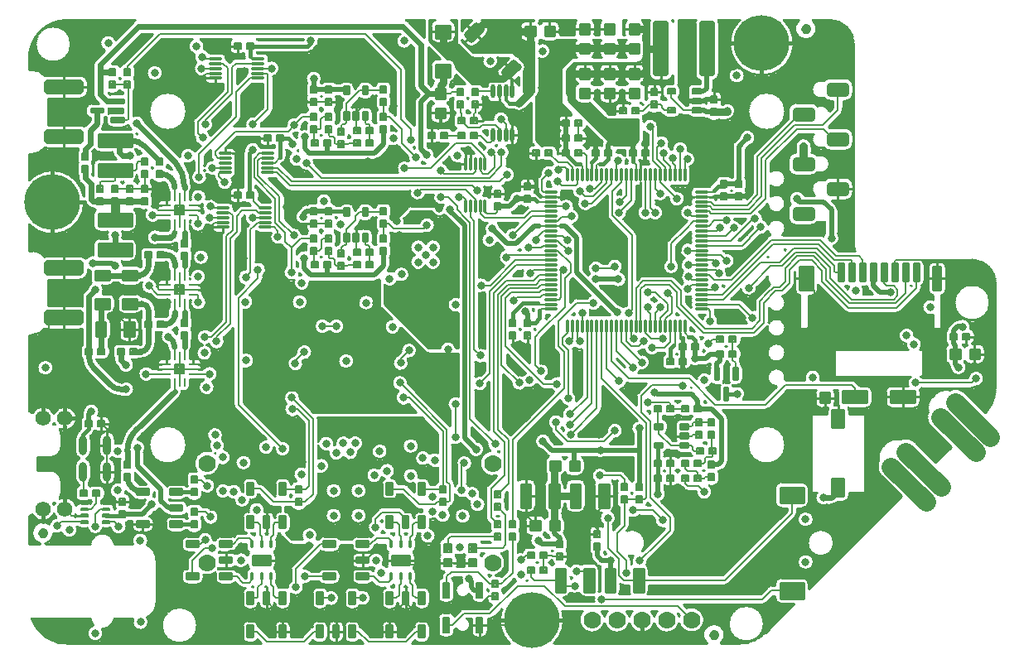
<source format=gtl>
*
*
G04 PADS 9.5 Build Number: 522968 generated Gerber (RS-274-X) file*
G04 PC Version=2.1*
*
%IN "PSDR.pcb"*%
*
%MOIN*%
*
%FSLAX35Y35*%
*
*
*
*
G04 PC Standard Apertures*
*
*
G04 Thermal Relief Aperture macro.*
%AMTER*
1,1,$1,0,0*
1,0,$1-$2,0,0*
21,0,$3,$4,0,0,45*
21,0,$3,$4,0,0,135*
%
*
*
G04 Annular Aperture macro.*
%AMANN*
1,1,$1,0,0*
1,0,$2,0,0*
%
*
*
G04 Odd Aperture macro.*
%AMODD*
1,1,$1,0,0*
1,0,$1-0.005,0,0*
%
*
*
G04 PC Custom Aperture Macros*
*
*
*
*
*
*
G04 PC Aperture Table*
*
%ADD010C,0.001*%
%ADD011C,0.008*%
%ADD012C,0.00787*%
%ADD013C,0.01575*%
%ADD034C,0.012*%
%ADD035C,0.03*%
%ADD036C,0.02*%
%ADD037C,0.015*%
%ADD038C,0.024*%
%ADD048C,0.07*%
%ADD072C,0.062*%
%ADD094C,0.00394*%
%ADD104C,0.01181*%
%ADD110C,0.016*%
%ADD146C,0.01*%
%ADD148C,0.076*%
%ADD149C,0.01969*%
%ADD150C,0.032*%
%ADD151C,0.22441*%
%ADD152O,0.0315X0.07874*%
%ADD153C,0.014*%
%ADD154O,0.01142X0.05512*%
%ADD155O,0.05512X0.01142*%
%ADD156O,0.01378X0.03937*%
%ADD157C,0.00866*%
%ADD158O,0.03937X0.00984*%
%ADD159O,0.00984X0.03937*%
%ADD160O,0.017X0.056*%
%ADD161O,0.01142X0.05709*%
%ADD162O,0.05709X0.01142*%
%ADD163C,0.036*%
*
*
*
*
G04 PC Circuitry*
G04 Layer Name PSDR.pcb - circuitry*
%LPD*%
*
*
G04 PC Custom Flashes*
G04 Layer Name PSDR.pcb - flashes*
%LPD*%
*
*
G04 PC Circuitry*
G04 Layer Name PSDR.pcb - circuitry*
%LPD*%
*
G54D10*
G54D11*
G01X352900Y325850D02*
X355100D01*
Y323150*
X352900*
Y325850*
Y323200D02*
X355100D01*
X352900Y324000D02*
X355100D01*
X352900Y324800D02*
X355100D01*
X352900Y325600D02*
X355100D01*
X353600Y323150D02*
Y325850D01*
X354400Y323150D02*
Y325850D01*
X352900Y320850D02*
X355100D01*
Y318150*
X352900*
Y320850*
Y318400D02*
X355100D01*
X352900Y319200D02*
X355100D01*
X352900Y320000D02*
X355100D01*
X352900Y320800D02*
X355100D01*
X353600Y318150D02*
Y320850D01*
X354400Y318150D02*
Y320850D01*
X317150Y298900D02*
Y301100D01*
X319850*
Y298900*
X317150*
Y299200D02*
X319850D01*
X317150Y300000D02*
X319850D01*
X317150Y300800D02*
X319850D01*
X317600Y298900D02*
Y301100D01*
X318400Y298900D02*
Y301100D01*
X319200Y298900D02*
Y301100D01*
X322150Y298900D02*
Y301100D01*
X324850*
Y298900*
X322150*
Y299200D02*
X324850D01*
X322150Y300000D02*
X324850D01*
X322150Y300800D02*
X324850D01*
X322400Y298900D02*
Y301100D01*
X323200Y298900D02*
Y301100D01*
X324000Y298900D02*
Y301100D01*
X324800Y298900D02*
Y301100D01*
X379100Y315150D02*
X376900D01*
Y317850*
X379100*
Y315150*
X376900Y315200D02*
X379100D01*
X376900Y316000D02*
X379100D01*
X376900Y316800D02*
X379100D01*
X376900Y317600D02*
X379100D01*
X377600Y315150D02*
Y317850D01*
X378400Y315150D02*
Y317850D01*
X379100Y320150D02*
X376900D01*
Y322850*
X379100*
Y320150*
X376900Y320800D02*
X379100D01*
X376900Y321600D02*
X379100D01*
X376900Y322400D02*
X379100D01*
X377600Y320150D02*
Y322850D01*
X378400Y320150D02*
Y322850D01*
X123150Y161900D02*
Y164100D01*
X125850*
Y161900*
X123150*
Y162400D02*
X125850D01*
X123150Y163200D02*
X125850D01*
X123150Y164000D02*
X125850D01*
X123200Y161900D02*
Y164100D01*
X124000Y161900D02*
Y164100D01*
X124800Y161900D02*
Y164100D01*
X125600Y161900D02*
Y164100D01*
X128150Y161900D02*
Y164100D01*
X130850*
Y161900*
X128150*
Y162400D02*
X130850D01*
X128150Y163200D02*
X130850D01*
X128150Y164000D02*
X130850D01*
X128800Y161900D02*
Y164100D01*
X129600Y161900D02*
Y164100D01*
X130400Y161900D02*
Y164100D01*
X312850Y301100D02*
Y298900D01*
X310150*
Y301100*
X312850*
X310150Y299200D02*
X312850D01*
X310150Y300000D02*
X312850D01*
X310150Y300800D02*
X312850D01*
X310400Y298900D02*
Y301100D01*
X311200Y298900D02*
Y301100D01*
X312000Y298900D02*
Y301100D01*
X312800Y298900D02*
Y301100D01*
X307850D02*
Y298900D01*
X305150*
Y301100*
X307850*
X305150Y299200D02*
X307850D01*
X305150Y300000D02*
X307850D01*
X305150Y300800D02*
X307850D01*
X305600Y298900D02*
Y301100D01*
X306400Y298900D02*
Y301100D01*
X307200Y298900D02*
Y301100D01*
X204850Y307100D02*
Y304900D01*
X202150*
Y307100*
X204850*
X202150Y305600D02*
X204850D01*
X202150Y306400D02*
X204850D01*
X202400Y304900D02*
Y307100D01*
X203200Y304900D02*
Y307100D01*
X204000Y304900D02*
Y307100D01*
X204800Y304900D02*
Y307100D01*
X199850D02*
Y304900D01*
X197150*
Y307100*
X199850*
X197150Y305600D02*
X199850D01*
X197150Y306400D02*
X199850D01*
X197600Y304900D02*
Y307100D01*
X198400Y304900D02*
Y307100D01*
X199200Y304900D02*
Y307100D01*
X216150Y302900D02*
Y305100D01*
X218850*
Y302900*
X216150*
Y303200D02*
X218850D01*
X216150Y304000D02*
X218850D01*
X216150Y304800D02*
X218850D01*
X216800Y302900D02*
Y305100D01*
X217600Y302900D02*
Y305100D01*
X218400Y302900D02*
Y305100D01*
X221150Y302900D02*
Y305100D01*
X223850*
Y302900*
X221150*
Y303200D02*
X223850D01*
X221150Y304000D02*
X223850D01*
X221150Y304800D02*
X223850D01*
X221600Y302900D02*
Y305100D01*
X222400Y302900D02*
Y305100D01*
X223200Y302900D02*
Y305100D01*
X170100Y162150D02*
X167900D01*
Y164850*
X170100*
Y162150*
X167900Y162400D02*
X170100D01*
X167900Y163200D02*
X170100D01*
X167900Y164000D02*
X170100D01*
X167900Y164800D02*
X170100D01*
X168000Y162150D02*
Y164850D01*
X168800Y162150D02*
Y164850D01*
X169600Y162150D02*
Y164850D01*
X170100Y167150D02*
X167900D01*
Y169850*
X170100*
Y167150*
X167900Y167200D02*
X170100D01*
X167900Y168000D02*
X170100D01*
X167900Y168800D02*
X170100D01*
X167900Y169600D02*
X170100D01*
X168000Y167150D02*
Y169850D01*
X168800Y167150D02*
Y169850D01*
X169600Y167150D02*
Y169850D01*
X170100Y149150D02*
X167900D01*
Y151850*
X170100*
Y149150*
X167900Y149600D02*
X170100D01*
X167900Y150400D02*
X170100D01*
X167900Y151200D02*
X170100D01*
X168000Y149150D02*
Y151850D01*
X168800Y149150D02*
Y151850D01*
X169600Y149150D02*
Y151850D01*
X170100Y154150D02*
X167900D01*
Y156850*
X170100*
Y154150*
X167900Y154400D02*
X170100D01*
X167900Y155200D02*
X170100D01*
X167900Y156000D02*
X170100D01*
X167900Y156800D02*
X170100D01*
X168000Y154150D02*
Y156850D01*
X168800Y154150D02*
Y156850D01*
X169600Y154150D02*
Y156850D01*
X126100Y292150D02*
X123900D01*
Y294850*
X126100*
Y292150*
X123900Y292800D02*
X126100D01*
X123900Y293600D02*
X126100D01*
X123900Y294400D02*
X126100D01*
X124000Y292150D02*
Y294850D01*
X124800Y292150D02*
Y294850D01*
X125600Y292150D02*
Y294850D01*
X126100Y297150D02*
X123900D01*
Y299850*
X126100*
Y297150*
X123900Y297600D02*
X126100D01*
X123900Y298400D02*
X126100D01*
X123900Y299200D02*
X126100D01*
X124000Y297150D02*
Y299850D01*
X124800Y297150D02*
Y299850D01*
X125600Y297150D02*
Y299850D01*
X277100Y318150D02*
X274900D01*
Y320850*
X277100*
Y318150*
X274900Y318400D02*
X277100D01*
X274900Y319200D02*
X277100D01*
X274900Y320000D02*
X277100D01*
X274900Y320800D02*
X277100D01*
X275200Y318150D02*
Y320850D01*
X276000Y318150D02*
Y320850D01*
X276800Y318150D02*
Y320850D01*
X277100Y323150D02*
X274900D01*
Y325850*
X277100*
Y323150*
X274900Y323200D02*
X277100D01*
X274900Y324000D02*
X277100D01*
X274900Y324800D02*
X277100D01*
X274900Y325600D02*
X277100D01*
X275200Y323150D02*
Y325850D01*
X276000Y323150D02*
Y325850D01*
X276800Y323150D02*
Y325850D01*
X282850Y314100D02*
Y311900D01*
X280150*
Y314100*
X282850*
X280150Y312000D02*
X282850D01*
X280150Y312800D02*
X282850D01*
X280150Y313600D02*
X282850D01*
X280800Y311900D02*
Y314100D01*
X281600Y311900D02*
Y314100D01*
X282400Y311900D02*
Y314100D01*
X277850D02*
Y311900D01*
X275150*
Y314100*
X277850*
X275150Y312000D02*
X277850D01*
X275150Y312800D02*
X277850D01*
X275150Y313600D02*
X277850D01*
X275200Y311900D02*
Y314100D01*
X276000Y311900D02*
Y314100D01*
X276800Y311900D02*
Y314100D01*
X277600Y311900D02*
Y314100D01*
X386850Y220100D02*
Y217900D01*
X384150*
Y220100*
X386850*
X384150Y218400D02*
X386850D01*
X384150Y219200D02*
X386850D01*
X384150Y220000D02*
X386850D01*
X384800Y217900D02*
Y220100D01*
X385600Y217900D02*
Y220100D01*
X386400Y217900D02*
Y220100D01*
X381850D02*
Y217900D01*
X379150*
Y220100*
X381850*
X379150Y218400D02*
X381850D01*
X379150Y219200D02*
X381850D01*
X379150Y220000D02*
X381850D01*
X379200Y217900D02*
Y220100D01*
X380000Y217900D02*
Y220100D01*
X380800Y217900D02*
Y220100D01*
X381600Y217900D02*
Y220100D01*
X275150Y305900D02*
Y308100D01*
X277850*
Y305900*
X275150*
Y306400D02*
X277850D01*
X275150Y307200D02*
X277850D01*
X275150Y308000D02*
X277850D01*
X275200Y305900D02*
Y308100D01*
X276000Y305900D02*
Y308100D01*
X276800Y305900D02*
Y308100D01*
X277600Y305900D02*
Y308100D01*
X280150Y305900D02*
Y308100D01*
X282850*
Y305900*
X280150*
Y306400D02*
X282850D01*
X280150Y307200D02*
X282850D01*
X280150Y308000D02*
X282850D01*
X280800Y305900D02*
Y308100D01*
X281600Y305900D02*
Y308100D01*
X282400Y305900D02*
Y308100D01*
X280900Y325850D02*
X283100D01*
Y323150*
X280900*
Y325850*
Y323200D02*
X283100D01*
X280900Y324000D02*
X283100D01*
X280900Y324800D02*
X283100D01*
X280900Y325600D02*
X283100D01*
X281600Y323150D02*
Y325850D01*
X282400Y323150D02*
Y325850D01*
X280900Y320850D02*
X283100D01*
Y318150*
X280900*
Y320850*
Y318400D02*
X283100D01*
X280900Y319200D02*
X283100D01*
X280900Y320000D02*
X283100D01*
X280900Y320800D02*
X283100D01*
X281600Y318150D02*
Y320850D01*
X282400Y318150D02*
Y320850D01*
X270850Y308100D02*
Y305900D01*
X268150*
Y308100*
X270850*
X268150Y306400D02*
X270850D01*
X268150Y307200D02*
X270850D01*
X268150Y308000D02*
X270850D01*
X268800Y305900D02*
Y308100D01*
X269600Y305900D02*
Y308100D01*
X270400Y305900D02*
Y308100D01*
X265850D02*
Y305900D01*
X263150*
Y308100*
X265850*
X263150Y306400D02*
X265850D01*
X263150Y307200D02*
X265850D01*
X263150Y308000D02*
X265850D01*
X263200Y305900D02*
Y308100D01*
X264000Y305900D02*
Y308100D01*
X264800Y305900D02*
Y308100D01*
X265600Y305900D02*
Y308100D01*
X150100Y290150D02*
X147900D01*
Y292850*
X150100*
Y290150*
X147900Y290400D02*
X150100D01*
X147900Y291200D02*
X150100D01*
X147900Y292000D02*
X150100D01*
X147900Y292800D02*
X150100D01*
X148000Y290150D02*
Y292850D01*
X148800Y290150D02*
Y292850D01*
X149600Y290150D02*
Y292850D01*
X150100Y295150D02*
X147900D01*
Y297850*
X150100*
Y295150*
X147900Y295200D02*
X150100D01*
X147900Y296000D02*
X150100D01*
X147900Y296800D02*
X150100D01*
X147900Y297600D02*
X150100D01*
X148000Y295150D02*
Y297850D01*
X148800Y295150D02*
Y297850D01*
X149600Y295150D02*
Y297850D01*
X386850Y226100D02*
Y223900D01*
X384150*
Y226100*
X386850*
X384150Y224000D02*
X386850D01*
X384150Y224800D02*
X386850D01*
X384150Y225600D02*
X386850D01*
X384800Y223900D02*
Y226100D01*
X385600Y223900D02*
Y226100D01*
X386400Y223900D02*
Y226100D01*
X381850D02*
Y223900D01*
X379150*
Y226100*
X381850*
X379150Y224000D02*
X381850D01*
X379150Y224800D02*
X381850D01*
X379150Y225600D02*
X381850D01*
X379200Y223900D02*
Y226100D01*
X380000Y223900D02*
Y226100D01*
X380800Y223900D02*
Y226100D01*
X381600Y223900D02*
Y226100D01*
X295900Y151850D02*
X298100D01*
Y149150*
X295900*
Y151850*
Y149600D02*
X298100D01*
X295900Y150400D02*
X298100D01*
X295900Y151200D02*
X298100D01*
X296000Y149150D02*
Y151850D01*
X296800Y149150D02*
Y151850D01*
X297600Y149150D02*
Y151850D01*
X295900Y146850D02*
X298100D01*
Y144150*
X295900*
Y146850*
Y144800D02*
X298100D01*
X295900Y145600D02*
X298100D01*
X295900Y146400D02*
X298100D01*
X296000Y144150D02*
Y146850D01*
X296800Y144150D02*
Y146850D01*
X297600Y144150D02*
Y146850D01*
X288900Y127850D02*
X291100D01*
Y125150*
X288900*
Y127850*
Y125600D02*
X291100D01*
X288900Y126400D02*
X291100D01*
X288900Y127200D02*
X291100D01*
X289600Y125150D02*
Y127850D01*
X290400Y125150D02*
Y127850D01*
X288900Y122850D02*
X291100D01*
Y120150*
X288900*
Y122850*
Y120800D02*
X291100D01*
X288900Y121600D02*
X291100D01*
X288900Y122400D02*
X291100D01*
X289600Y120150D02*
Y122850D01*
X290400Y120150D02*
Y122850D01*
X378100Y168150D02*
X375900D01*
Y170850*
X378100*
Y168150*
X375900Y168800D02*
X378100D01*
X375900Y169600D02*
X378100D01*
X375900Y170400D02*
X378100D01*
X376000Y168150D02*
Y170850D01*
X376800Y168150D02*
Y170850D01*
X377600Y168150D02*
Y170850D01*
X378100Y173150D02*
X375900D01*
Y175850*
X378100*
Y173150*
X375900Y173600D02*
X378100D01*
X375900Y174400D02*
X378100D01*
X375900Y175200D02*
X378100D01*
X376000Y173150D02*
Y175850D01*
X376800Y173150D02*
Y175850D01*
X377600Y173150D02*
Y175850D01*
X216150Y253900D02*
Y256100D01*
X218850*
Y253900*
X216150*
Y254400D02*
X218850D01*
X216150Y255200D02*
X218850D01*
X216150Y256000D02*
X218850D01*
X216800Y253900D02*
Y256100D01*
X217600Y253900D02*
Y256100D01*
X218400Y253900D02*
Y256100D01*
X221150Y253900D02*
Y256100D01*
X223850*
Y253900*
X221150*
Y254400D02*
X223850D01*
X221150Y255200D02*
X223850D01*
X221150Y256000D02*
X223850D01*
X221600Y253900D02*
Y256100D01*
X222400Y253900D02*
Y256100D01*
X223200Y253900D02*
Y256100D01*
X221900Y266850D02*
X224100D01*
Y264150*
X221900*
Y266850*
Y264800D02*
X224100D01*
X221900Y265600D02*
X224100D01*
X221900Y266400D02*
X224100D01*
X222400Y264150D02*
Y266850D01*
X223200Y264150D02*
Y266850D01*
X224000Y264150D02*
Y266850D01*
X221900Y261850D02*
X224100D01*
Y259150*
X221900*
Y261850*
Y259200D02*
X224100D01*
X221900Y260000D02*
X224100D01*
X221900Y260800D02*
X224100D01*
X221900Y261600D02*
X224100D01*
X222400Y259150D02*
Y261850D01*
X223200Y259150D02*
Y261850D01*
X224000Y259150D02*
Y261850D01*
X233150Y253900D02*
Y256100D01*
X235850*
Y253900*
X233150*
Y254400D02*
X235850D01*
X233150Y255200D02*
X235850D01*
X233150Y256000D02*
X235850D01*
X233600Y253900D02*
Y256100D01*
X234400Y253900D02*
Y256100D01*
X235200Y253900D02*
Y256100D01*
X238150Y253900D02*
Y256100D01*
X240850*
Y253900*
X238150*
Y254400D02*
X240850D01*
X238150Y255200D02*
X240850D01*
X238150Y256000D02*
X240850D01*
X238400Y253900D02*
Y256100D01*
X239200Y253900D02*
Y256100D01*
X240000Y253900D02*
Y256100D01*
X240800Y253900D02*
Y256100D01*
X243900Y266850D02*
X246100D01*
Y264150*
X243900*
Y266850*
Y264800D02*
X246100D01*
X243900Y265600D02*
X246100D01*
X243900Y266400D02*
X246100D01*
X244000Y264150D02*
Y266850D01*
X244800Y264150D02*
Y266850D01*
X245600Y264150D02*
Y266850D01*
X243900Y261850D02*
X246100D01*
Y259150*
X243900*
Y261850*
Y259200D02*
X246100D01*
X243900Y260000D02*
X246100D01*
X243900Y260800D02*
X246100D01*
X243900Y261600D02*
X246100D01*
X244000Y259150D02*
Y261850D01*
X244800Y259150D02*
Y261850D01*
X245600Y259150D02*
Y261850D01*
X221900Y315850D02*
X224100D01*
Y313150*
X221900*
Y315850*
Y313600D02*
X224100D01*
X221900Y314400D02*
X224100D01*
X221900Y315200D02*
X224100D01*
X222400Y313150D02*
Y315850D01*
X223200Y313150D02*
Y315850D01*
X224000Y313150D02*
Y315850D01*
X221900Y310850D02*
X224100D01*
Y308150*
X221900*
Y310850*
Y308800D02*
X224100D01*
X221900Y309600D02*
X224100D01*
X221900Y310400D02*
X224100D01*
X222400Y308150D02*
Y310850D01*
X223200Y308150D02*
Y310850D01*
X224000Y308150D02*
Y310850D01*
X233150Y302900D02*
Y305100D01*
X235850*
Y302900*
X233150*
Y303200D02*
X235850D01*
X233150Y304000D02*
X235850D01*
X233150Y304800D02*
X235850D01*
X233600Y302900D02*
Y305100D01*
X234400Y302900D02*
Y305100D01*
X235200Y302900D02*
Y305100D01*
X238150Y302900D02*
Y305100D01*
X240850*
Y302900*
X238150*
Y303200D02*
X240850D01*
X238150Y304000D02*
X240850D01*
X238150Y304800D02*
X240850D01*
X238400Y302900D02*
Y305100D01*
X239200Y302900D02*
Y305100D01*
X240000Y302900D02*
Y305100D01*
X240800Y302900D02*
Y305100D01*
X473150Y224900D02*
Y227100D01*
X475850*
Y224900*
X473150*
Y225600D02*
X475850D01*
X473150Y226400D02*
X475850D01*
X473600Y224900D02*
Y227100D01*
X474400Y224900D02*
Y227100D01*
X475200Y224900D02*
Y227100D01*
X478150Y224900D02*
Y227100D01*
X480850*
Y224900*
X478150*
Y225600D02*
X480850D01*
X478150Y226400D02*
X480850D01*
X478400Y224900D02*
Y227100D01*
X479200Y224900D02*
Y227100D01*
X480000Y224900D02*
Y227100D01*
X480800Y224900D02*
Y227100D01*
X243900Y315850D02*
X246100D01*
Y313150*
X243900*
Y315850*
Y313600D02*
X246100D01*
X243900Y314400D02*
X246100D01*
X243900Y315200D02*
X246100D01*
X244000Y313150D02*
Y315850D01*
X244800Y313150D02*
Y315850D01*
X245600Y313150D02*
Y315850D01*
X243900Y310850D02*
X246100D01*
Y308150*
X243900*
Y310850*
Y308800D02*
X246100D01*
X243900Y309600D02*
X246100D01*
X243900Y310400D02*
X246100D01*
X244000Y308150D02*
Y310850D01*
X244800Y308150D02*
Y310850D01*
X245600Y308150D02*
Y310850D01*
X129900Y286850D02*
X132100D01*
Y284150*
X129900*
Y286850*
Y284800D02*
X132100D01*
X129900Y285600D02*
X132100D01*
X129900Y286400D02*
X132100D01*
X130400Y284150D02*
Y286850D01*
X131200Y284150D02*
Y286850D01*
X132000Y284150D02*
Y286850D01*
X129900Y281850D02*
X132100D01*
Y279150*
X129900*
Y281850*
Y279200D02*
X132100D01*
X129900Y280000D02*
X132100D01*
X129900Y280800D02*
X132100D01*
X129900Y281600D02*
X132100D01*
X130400Y279150D02*
Y281850D01*
X131200Y279150D02*
Y281850D01*
X132000Y279150D02*
Y281850D01*
X292100Y144150D02*
X289900D01*
Y146850*
X292100*
Y144150*
X289900Y144800D02*
X292100D01*
X289900Y145600D02*
X292100D01*
X289900Y146400D02*
X292100D01*
X290400Y144150D02*
Y146850D01*
X291200Y144150D02*
Y146850D01*
X292000Y144150D02*
Y146850D01*
X292100Y149150D02*
X289900D01*
Y151850*
X292100*
Y149150*
X289900Y149600D02*
X292100D01*
X289900Y150400D02*
X292100D01*
X289900Y151200D02*
X292100D01*
X290400Y149150D02*
Y151850D01*
X291200Y149150D02*
Y151850D01*
X292000Y149150D02*
Y151850D01*
X347850Y318100D02*
Y315900D01*
X345150*
Y318100*
X347850*
X345150Y316000D02*
X347850D01*
X345150Y316800D02*
X347850D01*
X345150Y317600D02*
X347850D01*
X345600Y315900D02*
Y318100D01*
X346400Y315900D02*
Y318100D01*
X347200Y315900D02*
Y318100D01*
X342850D02*
Y315900D01*
X340150*
Y318100*
X342850*
X340150Y316000D02*
X342850D01*
X340150Y316800D02*
X342850D01*
X340150Y317600D02*
X342850D01*
X340800Y315900D02*
Y318100D01*
X341600Y315900D02*
Y318100D01*
X342400Y315900D02*
Y318100D01*
X365150Y173900D02*
Y176100D01*
X367850*
Y173900*
X365150*
Y174400D02*
X367850D01*
X365150Y175200D02*
X367850D01*
X365150Y176000D02*
X367850D01*
X365600Y173900D02*
Y176100D01*
X366400Y173900D02*
Y176100D01*
X367200Y173900D02*
Y176100D01*
X370150Y173900D02*
Y176100D01*
X372850*
Y173900*
X370150*
Y174400D02*
X372850D01*
X370150Y175200D02*
X372850D01*
X370150Y176000D02*
X372850D01*
X370400Y173900D02*
Y176100D01*
X371200Y173900D02*
Y176100D01*
X372000Y173900D02*
Y176100D01*
X372800Y173900D02*
Y176100D01*
X378100Y185150D02*
X375900D01*
Y187850*
X378100*
Y185150*
X375900Y185600D02*
X378100D01*
X375900Y186400D02*
X378100D01*
X375900Y187200D02*
X378100D01*
X376000Y185150D02*
Y187850D01*
X376800Y185150D02*
Y187850D01*
X377600Y185150D02*
Y187850D01*
X378100Y190150D02*
X375900D01*
Y192850*
X378100*
Y190150*
X375900Y190400D02*
X378100D01*
X375900Y191200D02*
X378100D01*
X375900Y192000D02*
X378100D01*
X375900Y192800D02*
X378100D01*
X376000Y190150D02*
Y192850D01*
X376800Y190150D02*
Y192850D01*
X377600Y190150D02*
Y192850D01*
X125150Y189900D02*
Y192100D01*
X127850*
Y189900*
X125150*
Y190400D02*
X127850D01*
X125150Y191200D02*
X127850D01*
X125150Y192000D02*
X127850D01*
X125600Y189900D02*
Y192100D01*
X126400Y189900D02*
Y192100D01*
X127200Y189900D02*
Y192100D01*
X130150Y189900D02*
Y192100D01*
X132850*
Y189900*
X130150*
Y190400D02*
X132850D01*
X130150Y191200D02*
X132850D01*
X130150Y192000D02*
X132850D01*
X130400Y189900D02*
Y192100D01*
X131200Y189900D02*
Y192100D01*
X132000Y189900D02*
Y192100D01*
X132800Y189900D02*
Y192100D01*
X365150Y195900D02*
Y198100D01*
X367850*
Y195900*
X365150*
Y196000D02*
X367850D01*
X365150Y196800D02*
X367850D01*
X365150Y197600D02*
X367850D01*
X365600Y195900D02*
Y198100D01*
X366400Y195900D02*
Y198100D01*
X367200Y195900D02*
Y198100D01*
X370150Y195900D02*
Y198100D01*
X372850*
Y195900*
X370150*
Y196000D02*
X372850D01*
X370150Y196800D02*
X372850D01*
X370150Y197600D02*
X372850D01*
X370400Y195900D02*
Y198100D01*
X371200Y195900D02*
Y198100D01*
X372000Y195900D02*
Y198100D01*
X372800Y195900D02*
Y198100D01*
X229100Y253150D02*
X226900D01*
Y255850*
X229100*
Y253150*
X226900Y253600D02*
X229100D01*
X226900Y254400D02*
X229100D01*
X226900Y255200D02*
X229100D01*
X227200Y253150D02*
Y255850D01*
X228000Y253150D02*
Y255850D01*
X228800Y253150D02*
Y255850D01*
X229100Y258150D02*
X226900D01*
Y260850*
X229100*
Y258150*
X226900Y258400D02*
X229100D01*
X226900Y259200D02*
X229100D01*
X226900Y260000D02*
X229100D01*
X226900Y260800D02*
X229100D01*
X227200Y258150D02*
Y260850D01*
X228000Y258150D02*
Y260850D01*
X228800Y258150D02*
Y260850D01*
X371150Y178900D02*
Y181100D01*
X373850*
Y178900*
X371150*
Y179200D02*
X373850D01*
X371150Y180000D02*
X373850D01*
X371150Y180800D02*
X373850D01*
X371200Y178900D02*
Y181100D01*
X372000Y178900D02*
Y181100D01*
X372800Y178900D02*
Y181100D01*
X373600Y178900D02*
Y181100D01*
X376150Y178900D02*
Y181100D01*
X378850*
Y178900*
X376150*
Y179200D02*
X378850D01*
X376150Y180000D02*
X378850D01*
X376150Y180800D02*
X378850D01*
X376800Y178900D02*
Y181100D01*
X377600Y178900D02*
Y181100D01*
X378400Y178900D02*
Y181100D01*
X125150Y218900D02*
Y221100D01*
X127850*
Y218900*
X125150*
Y219200D02*
X127850D01*
X125150Y220000D02*
X127850D01*
X125150Y220800D02*
X127850D01*
X125600Y218900D02*
Y221100D01*
X126400Y218900D02*
Y221100D01*
X127200Y218900D02*
Y221100D01*
X130150Y218900D02*
Y221100D01*
X132850*
Y218900*
X130150*
Y219200D02*
X132850D01*
X130150Y220000D02*
X132850D01*
X130150Y220800D02*
X132850D01*
X130400Y218900D02*
Y221100D01*
X131200Y218900D02*
Y221100D01*
X132000Y218900D02*
Y221100D01*
X132800Y218900D02*
Y221100D01*
X138150Y218900D02*
Y221100D01*
X140850*
Y218900*
X138150*
Y219200D02*
X140850D01*
X138150Y220000D02*
X140850D01*
X138150Y220800D02*
X140850D01*
X138400Y218900D02*
Y221100D01*
X139200Y218900D02*
Y221100D01*
X140000Y218900D02*
Y221100D01*
X140800Y218900D02*
Y221100D01*
X143150Y218900D02*
Y221100D01*
X145850*
Y218900*
X143150*
Y219200D02*
X145850D01*
X143150Y220000D02*
X145850D01*
X143150Y220800D02*
X145850D01*
X143200Y218900D02*
Y221100D01*
X144000Y218900D02*
Y221100D01*
X144800Y218900D02*
Y221100D01*
X145600Y218900D02*
Y221100D01*
X346900Y166850D02*
X349100D01*
Y164150*
X346900*
Y166850*
Y164800D02*
X349100D01*
X346900Y165600D02*
X349100D01*
X346900Y166400D02*
X349100D01*
X347200Y164150D02*
Y166850D01*
X348000Y164150D02*
Y166850D01*
X348800Y164150D02*
Y166850D01*
X346900Y161850D02*
X349100D01*
Y159150*
X346900*
Y161850*
Y159200D02*
X349100D01*
X346900Y160000D02*
X349100D01*
X346900Y160800D02*
X349100D01*
X346900Y161600D02*
X349100D01*
X347200Y159150D02*
Y161850D01*
X348000Y159150D02*
Y161850D01*
X348800Y159150D02*
Y161850D01*
X343100Y159150D02*
X340900D01*
Y161850*
X343100*
Y159150*
X340900Y159200D02*
X343100D01*
X340900Y160000D02*
X343100D01*
X340900Y160800D02*
X343100D01*
X340900Y161600D02*
X343100D01*
X341600Y159150D02*
Y161850D01*
X342400Y159150D02*
Y161850D01*
X343100Y164150D02*
X340900D01*
Y166850*
X343100*
Y164150*
X340900Y164800D02*
X343100D01*
X340900Y165600D02*
X343100D01*
X340900Y166400D02*
X343100D01*
X341600Y164150D02*
Y166850D01*
X342400Y164150D02*
Y166850D01*
X354150Y167900D02*
Y170100D01*
X356850*
Y167900*
X354150*
Y168000D02*
X356850D01*
X354150Y168800D02*
X356850D01*
X354150Y169600D02*
X356850D01*
X354400Y167900D02*
Y170100D01*
X355200Y167900D02*
Y170100D01*
X356000Y167900D02*
Y170100D01*
X356800Y167900D02*
Y170100D01*
X359150Y167900D02*
Y170100D01*
X361850*
Y167900*
X359150*
Y168000D02*
X361850D01*
X359150Y168800D02*
X361850D01*
X359150Y169600D02*
X361850D01*
X359200Y167900D02*
Y170100D01*
X360000Y167900D02*
Y170100D01*
X360800Y167900D02*
Y170100D01*
X361600Y167900D02*
Y170100D01*
X329900Y147850D02*
X332100D01*
Y145150*
X329900*
Y147850*
Y145600D02*
X332100D01*
X329900Y146400D02*
X332100D01*
X329900Y147200D02*
X332100D01*
X330400Y145150D02*
Y147850D01*
X331200Y145150D02*
Y147850D01*
X332000Y145150D02*
Y147850D01*
X329900Y142850D02*
X332100D01*
Y140150*
X329900*
Y142850*
Y140800D02*
X332100D01*
X329900Y141600D02*
X332100D01*
X329900Y142400D02*
X332100D01*
X330400Y140150D02*
Y142850D01*
X331200Y140150D02*
Y142850D01*
X332000Y140150D02*
Y142850D01*
X147900Y286850D02*
X150100D01*
Y284150*
X147900*
Y286850*
Y284800D02*
X150100D01*
X147900Y285600D02*
X150100D01*
X147900Y286400D02*
X150100D01*
X148000Y284150D02*
Y286850D01*
X148800Y284150D02*
Y286850D01*
X149600Y284150D02*
Y286850D01*
X147900Y281850D02*
X150100D01*
Y279150*
X147900*
Y281850*
Y279200D02*
X150100D01*
X147900Y280000D02*
X150100D01*
X147900Y280800D02*
X150100D01*
X147900Y281600D02*
X150100D01*
X148000Y279150D02*
Y281850D01*
X148800Y279150D02*
Y281850D01*
X149600Y279150D02*
Y281850D01*
X163900Y232850D02*
X166100D01*
Y230150*
X163900*
Y232850*
Y230400D02*
X166100D01*
X163900Y231200D02*
X166100D01*
X163900Y232000D02*
X166100D01*
X163900Y232800D02*
X166100D01*
X164000Y230150D02*
Y232850D01*
X164800Y230150D02*
Y232850D01*
X165600Y230150D02*
Y232850D01*
X163900Y227850D02*
X166100D01*
Y225150*
X163900*
Y227850*
Y225600D02*
X166100D01*
X163900Y226400D02*
X166100D01*
X163900Y227200D02*
X166100D01*
X164000Y225150D02*
Y227850D01*
X164800Y225150D02*
Y227850D01*
X165600Y225150D02*
Y227850D01*
X303150Y130900D02*
Y133100D01*
X305850*
Y130900*
X303150*
Y131200D02*
X305850D01*
X303150Y132000D02*
X305850D01*
X303150Y132800D02*
X305850D01*
X303200Y130900D02*
Y133100D01*
X304000Y130900D02*
Y133100D01*
X304800Y130900D02*
Y133100D01*
X305600Y130900D02*
Y133100D01*
X308150Y130900D02*
Y133100D01*
X310850*
Y130900*
X308150*
Y131200D02*
X310850D01*
X308150Y132000D02*
X310850D01*
X308150Y132800D02*
X310850D01*
X308800Y130900D02*
Y133100D01*
X309600Y130900D02*
Y133100D01*
X310400Y130900D02*
Y133100D01*
X370900Y192850D02*
X373100D01*
Y190150*
X370900*
Y192850*
Y190400D02*
X373100D01*
X370900Y191200D02*
X373100D01*
X370900Y192000D02*
X373100D01*
X370900Y192800D02*
X373100D01*
X371200Y190150D02*
Y192850D01*
X372000Y190150D02*
Y192850D01*
X372800Y190150D02*
Y192850D01*
X370900Y187850D02*
X373100D01*
Y185150*
X370900*
Y187850*
Y185600D02*
X373100D01*
X370900Y186400D02*
X373100D01*
X370900Y187200D02*
X373100D01*
X371200Y185150D02*
Y187850D01*
X372000Y185150D02*
Y187850D01*
X372800Y185150D02*
Y187850D01*
X229100Y302150D02*
X226900D01*
Y304850*
X229100*
Y302150*
X226900Y302400D02*
X229100D01*
X226900Y303200D02*
X229100D01*
X226900Y304000D02*
X229100D01*
X226900Y304800D02*
X229100D01*
X227200Y302150D02*
Y304850D01*
X228000Y302150D02*
Y304850D01*
X228800Y302150D02*
Y304850D01*
X229100Y307150D02*
X226900D01*
Y309850*
X229100*
Y307150*
X226900Y307200D02*
X229100D01*
X226900Y308000D02*
X229100D01*
X226900Y308800D02*
X229100D01*
X226900Y309600D02*
X229100D01*
X227200Y307150D02*
Y309850D01*
X228000Y307150D02*
Y309850D01*
X228800Y307150D02*
Y309850D01*
X354150Y173900D02*
Y176100D01*
X356850*
Y173900*
X354150*
Y174400D02*
X356850D01*
X354150Y175200D02*
X356850D01*
X354150Y176000D02*
X356850D01*
X354400Y173900D02*
Y176100D01*
X355200Y173900D02*
Y176100D01*
X356000Y173900D02*
Y176100D01*
X356800Y173900D02*
Y176100D01*
X359150Y173900D02*
Y176100D01*
X361850*
Y173900*
X359150*
Y174400D02*
X361850D01*
X359150Y175200D02*
X361850D01*
X359150Y176000D02*
X361850D01*
X359200Y173900D02*
Y176100D01*
X360000Y173900D02*
Y176100D01*
X360800Y173900D02*
Y176100D01*
X361600Y173900D02*
Y176100D01*
X303150Y136900D02*
Y139100D01*
X305850*
Y136900*
X303150*
Y137600D02*
X305850D01*
X303150Y138400D02*
X305850D01*
X303200Y136900D02*
Y139100D01*
X304000Y136900D02*
Y139100D01*
X304800Y136900D02*
Y139100D01*
X305600Y136900D02*
Y139100D01*
X308150Y136900D02*
Y139100D01*
X310850*
Y136900*
X308150*
Y137600D02*
X310850D01*
X308150Y138400D02*
X310850D01*
X308800Y136900D02*
Y139100D01*
X309600Y136900D02*
Y139100D01*
X310400Y136900D02*
Y139100D01*
X354150Y195900D02*
Y198100D01*
X356850*
Y195900*
X354150*
Y196000D02*
X356850D01*
X354150Y196800D02*
X356850D01*
X354150Y197600D02*
X356850D01*
X354400Y195900D02*
Y198100D01*
X355200Y195900D02*
Y198100D01*
X356000Y195900D02*
Y198100D01*
X356800Y195900D02*
Y198100D01*
X359150Y195900D02*
Y198100D01*
X361850*
Y195900*
X359150*
Y196000D02*
X361850D01*
X359150Y196800D02*
X361850D01*
X359150Y197600D02*
X361850D01*
X359200Y195900D02*
Y198100D01*
X360000Y195900D02*
Y198100D01*
X360800Y195900D02*
Y198100D01*
X361600Y195900D02*
Y198100D01*
X380900Y288850D02*
X383100D01*
Y286150*
X380900*
Y288850*
Y286400D02*
X383100D01*
X380900Y287200D02*
X383100D01*
X380900Y288000D02*
X383100D01*
X380900Y288800D02*
X383100D01*
X381600Y286150D02*
Y288850D01*
X382400Y286150D02*
Y288850D01*
X380900Y283850D02*
X383100D01*
Y281150*
X380900*
Y283850*
Y281600D02*
X383100D01*
X380900Y282400D02*
X383100D01*
X380900Y283200D02*
X383100D01*
X381600Y281150D02*
Y283850D01*
X382400Y281150D02*
Y283850D01*
X314900Y143850D02*
X317100D01*
Y141150*
X314900*
Y143850*
Y141600D02*
X317100D01*
X314900Y142400D02*
X317100D01*
X314900Y143200D02*
X317100D01*
X315200Y141150D02*
Y143850D01*
X316000Y141150D02*
Y143850D01*
X316800Y141150D02*
Y143850D01*
X314900Y138850D02*
X317100D01*
Y136150*
X314900*
Y138850*
Y136800D02*
X317100D01*
X314900Y137600D02*
X317100D01*
X314900Y138400D02*
X317100D01*
X315200Y136150D02*
Y138850D01*
X316000Y136150D02*
Y138850D01*
X316800Y136150D02*
Y138850D01*
X317150Y310900D02*
Y313100D01*
X319850*
Y310900*
X317150*
Y311200D02*
X319850D01*
X317150Y312000D02*
X319850D01*
X317150Y312800D02*
X319850D01*
X317600Y310900D02*
Y313100D01*
X318400Y310900D02*
Y313100D01*
X319200Y310900D02*
Y313100D01*
X322150Y310900D02*
Y313100D01*
X324850*
Y310900*
X322150*
Y311200D02*
X324850D01*
X322150Y312000D02*
X324850D01*
X322150Y312800D02*
X324850D01*
X322400Y310900D02*
Y313100D01*
X323200Y310900D02*
Y313100D01*
X324000Y310900D02*
Y313100D01*
X324800Y310900D02*
Y313100D01*
X359150Y214900D02*
Y217100D01*
X361850*
Y214900*
X359150*
Y215200D02*
X361850D01*
X359150Y216000D02*
X361850D01*
X359150Y216800D02*
X361850D01*
X359200Y214900D02*
Y217100D01*
X360000Y214900D02*
Y217100D01*
X360800Y214900D02*
Y217100D01*
X361600Y214900D02*
Y217100D01*
X364150Y214900D02*
Y217100D01*
X366850*
Y214900*
X364150*
Y215200D02*
X366850D01*
X364150Y216000D02*
X366850D01*
X364150Y216800D02*
X366850D01*
X364800Y214900D02*
Y217100D01*
X365600Y214900D02*
Y217100D01*
X366400Y214900D02*
Y217100D01*
X295900Y232850D02*
X298100D01*
Y230150*
X295900*
Y232850*
Y230400D02*
X298100D01*
X295900Y231200D02*
X298100D01*
X295900Y232000D02*
X298100D01*
X295900Y232800D02*
X298100D01*
X296000Y230150D02*
Y232850D01*
X296800Y230150D02*
Y232850D01*
X297600Y230150D02*
Y232850D01*
X295900Y227850D02*
X298100D01*
Y225150*
X295900*
Y227850*
Y225600D02*
X298100D01*
X295900Y226400D02*
X298100D01*
X295900Y227200D02*
X298100D01*
X296000Y225150D02*
Y227850D01*
X296800Y225150D02*
Y227850D01*
X297600Y225150D02*
Y227850D01*
X135900Y286850D02*
X138100D01*
Y284150*
X135900*
Y286850*
Y284800D02*
X138100D01*
X135900Y285600D02*
X138100D01*
X135900Y286400D02*
X138100D01*
X136000Y284150D02*
Y286850D01*
X136800Y284150D02*
Y286850D01*
X137600Y284150D02*
Y286850D01*
X135900Y281850D02*
X138100D01*
Y279150*
X135900*
Y281850*
Y279200D02*
X138100D01*
X135900Y280000D02*
X138100D01*
X135900Y280800D02*
X138100D01*
X135900Y281600D02*
X138100D01*
X136000Y279150D02*
Y281850D01*
X136800Y279150D02*
Y281850D01*
X137600Y279150D02*
Y281850D01*
X156850Y232100D02*
Y229900D01*
X154150*
Y232100*
X156850*
X154150Y230400D02*
X156850D01*
X154150Y231200D02*
X156850D01*
X154150Y232000D02*
X156850D01*
X154400Y229900D02*
Y232100D01*
X155200Y229900D02*
Y232100D01*
X156000Y229900D02*
Y232100D01*
X156800Y229900D02*
Y232100D01*
X151850D02*
Y229900D01*
X149150*
Y232100*
X151850*
X149150Y230400D02*
X151850D01*
X149150Y231200D02*
X151850D01*
X149150Y232000D02*
X151850D01*
X149600Y229900D02*
Y232100D01*
X150400Y229900D02*
Y232100D01*
X151200Y229900D02*
Y232100D01*
X156850Y260100D02*
Y257900D01*
X154150*
Y260100*
X156850*
X154150Y258400D02*
X156850D01*
X154150Y259200D02*
X156850D01*
X154150Y260000D02*
X156850D01*
X154400Y257900D02*
Y260100D01*
X155200Y257900D02*
Y260100D01*
X156000Y257900D02*
Y260100D01*
X156800Y257900D02*
Y260100D01*
X151850D02*
Y257900D01*
X149150*
Y260100*
X151850*
X149150Y258400D02*
X151850D01*
X149150Y259200D02*
X151850D01*
X149150Y260000D02*
X151850D01*
X149600Y257900D02*
Y260100D01*
X150400Y257900D02*
Y260100D01*
X151200Y257900D02*
Y260100D01*
X163900Y264850D02*
X166100D01*
Y262150*
X163900*
Y264850*
Y262400D02*
X166100D01*
X163900Y263200D02*
X166100D01*
X163900Y264000D02*
X166100D01*
X163900Y264800D02*
X166100D01*
X164000Y262150D02*
Y264850D01*
X164800Y262150D02*
Y264850D01*
X165600Y262150D02*
Y264850D01*
X163900Y259850D02*
X166100D01*
Y257150*
X163900*
Y259850*
Y257600D02*
X166100D01*
X163900Y258400D02*
X166100D01*
X163900Y259200D02*
X166100D01*
X164000Y257150D02*
Y259850D01*
X164800Y257150D02*
Y259850D01*
X165600Y257150D02*
Y259850D01*
X156100Y290150D02*
X153900D01*
Y292850*
X156100*
Y290150*
X153900Y290400D02*
X156100D01*
X153900Y291200D02*
X156100D01*
X153900Y292000D02*
X156100D01*
X153900Y292800D02*
X156100D01*
X154400Y290150D02*
Y292850D01*
X155200Y290150D02*
Y292850D01*
X156000Y290150D02*
Y292850D01*
X156100Y295150D02*
X153900D01*
Y297850*
X156100*
Y295150*
X153900Y295200D02*
X156100D01*
X153900Y296000D02*
X156100D01*
X153900Y296800D02*
X156100D01*
X153900Y297600D02*
X156100D01*
X154400Y295150D02*
Y297850D01*
X155200Y295150D02*
Y297850D01*
X156000Y295150D02*
Y297850D01*
X143100Y168150D02*
X140900D01*
Y170850*
X143100*
Y168150*
X140900Y168800D02*
X143100D01*
X140900Y169600D02*
X143100D01*
X140900Y170400D02*
X143100D01*
X141600Y168150D02*
Y170850D01*
X142400Y168150D02*
Y170850D01*
X143100Y173150D02*
X140900D01*
Y175850*
X143100*
Y173150*
X140900Y173600D02*
X143100D01*
X140900Y174400D02*
X143100D01*
X140900Y175200D02*
X143100D01*
X141600Y173150D02*
Y175850D01*
X142400Y173150D02*
Y175850D01*
X141900Y286850D02*
X144100D01*
Y284150*
X141900*
Y286850*
Y284800D02*
X144100D01*
X141900Y285600D02*
X144100D01*
X141900Y286400D02*
X144100D01*
X142400Y284150D02*
Y286850D01*
X143200Y284150D02*
Y286850D01*
X144000Y284150D02*
Y286850D01*
X141900Y281850D02*
X144100D01*
Y279150*
X141900*
Y281850*
Y279200D02*
X144100D01*
X141900Y280000D02*
X144100D01*
X141900Y280800D02*
X144100D01*
X141900Y281600D02*
X144100D01*
X142400Y279150D02*
Y281850D01*
X143200Y279150D02*
Y281850D01*
X144000Y279150D02*
Y281850D01*
X371850Y223100D02*
Y220900D01*
X369150*
Y223100*
X371850*
X369150Y221600D02*
X371850D01*
X369150Y222400D02*
X371850D01*
X369600Y220900D02*
Y223100D01*
X370400Y220900D02*
Y223100D01*
X371200Y220900D02*
Y223100D01*
X366850D02*
Y220900D01*
X364150*
Y223100*
X366850*
X364150Y221600D02*
X366850D01*
X364150Y222400D02*
X366850D01*
X364800Y220900D02*
Y223100D01*
X365600Y220900D02*
Y223100D01*
X366400Y220900D02*
Y223100D01*
X386900Y288850D02*
X389100D01*
Y286150*
X386900*
Y288850*
Y286400D02*
X389100D01*
X386900Y287200D02*
X389100D01*
X386900Y288000D02*
X389100D01*
X386900Y288800D02*
X389100D01*
X387200Y286150D02*
Y288850D01*
X388000Y286150D02*
Y288850D01*
X388800Y286150D02*
Y288850D01*
X386900Y283850D02*
X389100D01*
Y281150*
X386900*
Y283850*
Y281600D02*
X389100D01*
X386900Y282400D02*
X389100D01*
X386900Y283200D02*
X389100D01*
X387200Y281150D02*
Y283850D01*
X388000Y281150D02*
Y283850D01*
X388800Y281150D02*
Y283850D01*
X301900Y232850D02*
X304100D01*
Y230150*
X301900*
Y232850*
Y230400D02*
X304100D01*
X301900Y231200D02*
X304100D01*
X301900Y232000D02*
X304100D01*
X301900Y232800D02*
X304100D01*
X302400Y230150D02*
Y232850D01*
X303200Y230150D02*
Y232850D01*
X304000Y230150D02*
Y232850D01*
X301900Y227850D02*
X304100D01*
Y225150*
X301900*
Y227850*
Y225600D02*
X304100D01*
X301900Y226400D02*
X304100D01*
X301900Y227200D02*
X304100D01*
X302400Y225150D02*
Y227850D01*
X303200Y225150D02*
Y227850D01*
X304000Y225150D02*
Y227850D01*
X240850Y261100D02*
Y258900D01*
X238150*
Y261100*
X240850*
X238150Y259200D02*
X240850D01*
X238150Y260000D02*
X240850D01*
X238150Y260800D02*
X240850D01*
X238400Y258900D02*
Y261100D01*
X239200Y258900D02*
Y261100D01*
X240000Y258900D02*
Y261100D01*
X240800Y258900D02*
Y261100D01*
X235850D02*
Y258900D01*
X233150*
Y261100*
X235850*
X233150Y259200D02*
X235850D01*
X233150Y260000D02*
X235850D01*
X233150Y260800D02*
X235850D01*
X233600Y258900D02*
Y261100D01*
X234400Y258900D02*
Y261100D01*
X235200Y258900D02*
Y261100D01*
X240850Y310100D02*
Y307900D01*
X238150*
Y310100*
X240850*
X238150Y308000D02*
X240850D01*
X238150Y308800D02*
X240850D01*
X238150Y309600D02*
X240850D01*
X238400Y307900D02*
Y310100D01*
X239200Y307900D02*
Y310100D01*
X240000Y307900D02*
Y310100D01*
X240800Y307900D02*
Y310100D01*
X235850D02*
Y307900D01*
X233150*
Y310100*
X235850*
X233150Y308000D02*
X235850D01*
X233150Y308800D02*
X235850D01*
X233150Y309600D02*
X235850D01*
X233600Y307900D02*
Y310100D01*
X234400Y307900D02*
Y310100D01*
X235200Y307900D02*
Y310100D01*
X304100Y280150D02*
X301900D01*
Y282850*
X304100*
Y280150*
X301900Y280800D02*
X304100D01*
X301900Y281600D02*
X304100D01*
X301900Y282400D02*
X304100D01*
X302400Y280150D02*
Y282850D01*
X303200Y280150D02*
Y282850D01*
X304000Y280150D02*
Y282850D01*
X304100Y285150D02*
X301900D01*
Y287850*
X304100*
Y285150*
X301900Y285600D02*
X304100D01*
X301900Y286400D02*
X304100D01*
X301900Y287200D02*
X304100D01*
X302400Y285150D02*
Y287850D01*
X303200Y285150D02*
Y287850D01*
X304000Y285150D02*
Y287850D01*
X344150Y298900D02*
Y301100D01*
X346850*
Y298900*
X344150*
Y299200D02*
X346850D01*
X344150Y300000D02*
X346850D01*
X344150Y300800D02*
X346850D01*
X344800Y298900D02*
Y301100D01*
X345600Y298900D02*
Y301100D01*
X346400Y298900D02*
Y301100D01*
X349150Y298900D02*
Y301100D01*
X351850*
Y298900*
X349150*
Y299200D02*
X351850D01*
X349150Y300000D02*
X351850D01*
X349150Y300800D02*
X351850D01*
X349600Y298900D02*
Y301100D01*
X350400Y298900D02*
Y301100D01*
X351200Y298900D02*
Y301100D01*
X336850D02*
Y298900D01*
X334150*
Y301100*
X336850*
X334150Y299200D02*
X336850D01*
X334150Y300000D02*
X336850D01*
X334150Y300800D02*
X336850D01*
X334400Y298900D02*
Y301100D01*
X335200Y298900D02*
Y301100D01*
X336000Y298900D02*
Y301100D01*
X336800Y298900D02*
Y301100D01*
X331850D02*
Y298900D01*
X329150*
Y301100*
X331850*
X329150Y299200D02*
X331850D01*
X329150Y300000D02*
X331850D01*
X329150Y300800D02*
X331850D01*
X329600Y298900D02*
Y301100D01*
X330400Y298900D02*
Y301100D01*
X331200Y298900D02*
Y301100D01*
X317150Y304900D02*
Y307100D01*
X319850*
Y304900*
X317150*
Y305600D02*
X319850D01*
X317150Y306400D02*
X319850D01*
X317600Y304900D02*
Y307100D01*
X318400Y304900D02*
Y307100D01*
X319200Y304900D02*
Y307100D01*
X322150Y304900D02*
Y307100D01*
X324850*
Y304900*
X322150*
Y305600D02*
X324850D01*
X322150Y306400D02*
X324850D01*
X322400Y304900D02*
Y307100D01*
X323200Y304900D02*
Y307100D01*
X324000Y304900D02*
Y307100D01*
X324800Y304900D02*
Y307100D01*
X141100Y153150D02*
X138900D01*
Y155850*
X141100*
Y153150*
X138900Y153600D02*
X141100D01*
X138900Y154400D02*
X141100D01*
X138900Y155200D02*
X141100D01*
X139200Y153150D02*
Y155850D01*
X140000Y153150D02*
Y155850D01*
X140800Y153150D02*
Y155850D01*
X141100Y158150D02*
X138900D01*
Y160850*
X141100*
Y158150*
X138900Y158400D02*
X141100D01*
X138900Y159200D02*
X141100D01*
X138900Y160000D02*
X141100D01*
X138900Y160800D02*
X141100D01*
X139200Y158150D02*
Y160850D01*
X140000Y158150D02*
Y160850D01*
X140800Y158150D02*
Y160850D01*
X215900Y277850D02*
X218100D01*
Y275150*
X215900*
Y277850*
Y275200D02*
X218100D01*
X215900Y276000D02*
X218100D01*
X215900Y276800D02*
X218100D01*
X215900Y277600D02*
X218100D01*
X216000Y275150D02*
Y277850D01*
X216800Y275150D02*
Y277850D01*
X217600Y275150D02*
Y277850D01*
X215900Y272850D02*
X218100D01*
Y270150*
X215900*
Y272850*
Y270400D02*
X218100D01*
X215900Y271200D02*
X218100D01*
X215900Y272000D02*
X218100D01*
X215900Y272800D02*
X218100D01*
X216000Y270150D02*
Y272850D01*
X216800Y270150D02*
Y272850D01*
X217600Y270150D02*
Y272850D01*
X215900Y326850D02*
X218100D01*
Y324150*
X215900*
Y326850*
Y324800D02*
X218100D01*
X215900Y325600D02*
X218100D01*
X215900Y326400D02*
X218100D01*
X216000Y324150D02*
Y326850D01*
X216800Y324150D02*
Y326850D01*
X217600Y324150D02*
Y326850D01*
X215900Y321850D02*
X218100D01*
Y319150*
X215900*
Y321850*
Y319200D02*
X218100D01*
X215900Y320000D02*
X218100D01*
X215900Y320800D02*
X218100D01*
X215900Y321600D02*
X218100D01*
X216000Y319150D02*
Y321850D01*
X216800Y319150D02*
Y321850D01*
X217600Y319150D02*
Y321850D01*
X221900Y277850D02*
X224100D01*
Y275150*
X221900*
Y277850*
Y275200D02*
X224100D01*
X221900Y276000D02*
X224100D01*
X221900Y276800D02*
X224100D01*
X221900Y277600D02*
X224100D01*
X222400Y275150D02*
Y277850D01*
X223200Y275150D02*
Y277850D01*
X224000Y275150D02*
Y277850D01*
X221900Y272850D02*
X224100D01*
Y270150*
X221900*
Y272850*
Y270400D02*
X224100D01*
X221900Y271200D02*
X224100D01*
X221900Y272000D02*
X224100D01*
X221900Y272800D02*
X224100D01*
X222400Y270150D02*
Y272850D01*
X223200Y270150D02*
Y272850D01*
X224000Y270150D02*
Y272850D01*
X221900Y326850D02*
X224100D01*
Y324150*
X221900*
Y326850*
Y324800D02*
X224100D01*
X221900Y325600D02*
X224100D01*
X221900Y326400D02*
X224100D01*
X222400Y324150D02*
Y326850D01*
X223200Y324150D02*
Y326850D01*
X224000Y324150D02*
Y326850D01*
X221900Y321850D02*
X224100D01*
Y319150*
X221900*
Y321850*
Y319200D02*
X224100D01*
X221900Y320000D02*
X224100D01*
X221900Y320800D02*
X224100D01*
X221900Y321600D02*
X224100D01*
X222400Y319150D02*
Y321850D01*
X223200Y319150D02*
Y321850D01*
X224000Y319150D02*
Y321850D01*
X292100Y277150D02*
X289900D01*
Y279850*
X292100*
Y277150*
X289900Y277600D02*
X292100D01*
X289900Y278400D02*
X292100D01*
X289900Y279200D02*
X292100D01*
X290400Y277150D02*
Y279850D01*
X291200Y277150D02*
Y279850D01*
X292000Y277150D02*
Y279850D01*
X292100Y282150D02*
X289900D01*
Y284850*
X292100*
Y282150*
X289900Y282400D02*
X292100D01*
X289900Y283200D02*
X292100D01*
X289900Y284000D02*
X292100D01*
X289900Y284800D02*
X292100D01*
X290400Y282150D02*
Y284850D01*
X291200Y282150D02*
Y284850D01*
X292000Y282150D02*
Y284850D01*
X243900Y277850D02*
X246100D01*
Y275150*
X243900*
Y277850*
Y275200D02*
X246100D01*
X243900Y276000D02*
X246100D01*
X243900Y276800D02*
X246100D01*
X243900Y277600D02*
X246100D01*
X244000Y275150D02*
Y277850D01*
X244800Y275150D02*
Y277850D01*
X245600Y275150D02*
Y277850D01*
X243900Y272850D02*
X246100D01*
Y270150*
X243900*
Y272850*
Y270400D02*
X246100D01*
X243900Y271200D02*
X246100D01*
X243900Y272000D02*
X246100D01*
X243900Y272800D02*
X246100D01*
X244000Y270150D02*
Y272850D01*
X244800Y270150D02*
Y272850D01*
X245600Y270150D02*
Y272850D01*
X215900Y266850D02*
X218100D01*
Y264150*
X215900*
Y266850*
Y264800D02*
X218100D01*
X215900Y265600D02*
X218100D01*
X215900Y266400D02*
X218100D01*
X216000Y264150D02*
Y266850D01*
X216800Y264150D02*
Y266850D01*
X217600Y264150D02*
Y266850D01*
X215900Y261850D02*
X218100D01*
Y259150*
X215900*
Y261850*
Y259200D02*
X218100D01*
X215900Y260000D02*
X218100D01*
X215900Y260800D02*
X218100D01*
X215900Y261600D02*
X218100D01*
X216000Y259150D02*
Y261850D01*
X216800Y259150D02*
Y261850D01*
X217600Y259150D02*
Y261850D01*
X243900Y326850D02*
X246100D01*
Y324150*
X243900*
Y326850*
Y324800D02*
X246100D01*
X243900Y325600D02*
X246100D01*
X243900Y326400D02*
X246100D01*
X244000Y324150D02*
Y326850D01*
X244800Y324150D02*
Y326850D01*
X245600Y324150D02*
Y326850D01*
X243900Y321850D02*
X246100D01*
Y319150*
X243900*
Y321850*
Y319200D02*
X246100D01*
X243900Y320000D02*
X246100D01*
X243900Y320800D02*
X246100D01*
X243900Y321600D02*
X246100D01*
X244000Y319150D02*
Y321850D01*
X244800Y319150D02*
Y321850D01*
X245600Y319150D02*
Y321850D01*
X215900Y315850D02*
X218100D01*
Y313150*
X215900*
Y315850*
Y313600D02*
X218100D01*
X215900Y314400D02*
X218100D01*
X215900Y315200D02*
X218100D01*
X216000Y313150D02*
Y315850D01*
X216800Y313150D02*
Y315850D01*
X217600Y313150D02*
Y315850D01*
X215900Y310850D02*
X218100D01*
Y308150*
X215900*
Y310850*
Y308800D02*
X218100D01*
X215900Y309600D02*
X218100D01*
X215900Y310400D02*
X218100D01*
X216000Y308150D02*
Y310850D01*
X216800Y308150D02*
Y310850D01*
X217600Y308150D02*
Y310850D01*
X134900Y333850D02*
X137100D01*
Y331150*
X134900*
Y333850*
Y331200D02*
X137100D01*
X134900Y332000D02*
X137100D01*
X134900Y332800D02*
X137100D01*
X134900Y333600D02*
X137100D01*
X135200Y331150D02*
Y333850D01*
X136000Y331150D02*
Y333850D01*
X136800Y331150D02*
Y333850D01*
X134900Y328850D02*
X137100D01*
Y326150*
X134900*
Y328850*
Y326400D02*
X137100D01*
X134900Y327200D02*
X137100D01*
X134900Y328000D02*
X137100D01*
X134900Y328800D02*
X137100D01*
X135200Y326150D02*
Y328850D01*
X136000Y326150D02*
Y328850D01*
X136800Y326150D02*
Y328850D01*
X140900Y333850D02*
X143100D01*
Y331150*
X140900*
Y333850*
Y331200D02*
X143100D01*
X140900Y332000D02*
X143100D01*
X140900Y332800D02*
X143100D01*
X140900Y333600D02*
X143100D01*
X141600Y331150D02*
Y333850D01*
X142400Y331150D02*
Y333850D01*
X140900Y328850D02*
X143100D01*
Y326150*
X140900*
Y328850*
Y326400D02*
X143100D01*
X140900Y327200D02*
X143100D01*
X140900Y328000D02*
X143100D01*
X140900Y328800D02*
X143100D01*
X141600Y326150D02*
Y328850D01*
X142400Y326150D02*
Y328850D01*
X270100Y158150D02*
X267900D01*
Y160850*
X270100*
Y158150*
X267900Y158400D02*
X270100D01*
X267900Y159200D02*
X270100D01*
X267900Y160000D02*
X270100D01*
X267900Y160800D02*
X270100D01*
X268000Y158150D02*
Y160850D01*
X268800Y158150D02*
Y160850D01*
X269600Y158150D02*
Y160850D01*
X270100Y163150D02*
X267900D01*
Y165850*
X270100*
Y163150*
X267900Y163200D02*
X270100D01*
X267900Y164000D02*
X270100D01*
X267900Y164800D02*
X270100D01*
X267900Y165600D02*
X270100D01*
X268000Y163150D02*
Y165850D01*
X268800Y163150D02*
Y165850D01*
X269600Y163150D02*
Y165850D01*
X212100Y158150D02*
X209900D01*
Y160850*
X212100*
Y158150*
X209900Y158400D02*
X212100D01*
X209900Y159200D02*
X212100D01*
X209900Y160000D02*
X212100D01*
X209900Y160800D02*
X212100D01*
X210400Y158150D02*
Y160850D01*
X211200Y158150D02*
Y160850D01*
X212000Y158150D02*
Y160850D01*
X212100Y163150D02*
X209900D01*
Y165850*
X212100*
Y163150*
X209900Y163200D02*
X212100D01*
X209900Y164000D02*
X212100D01*
X209900Y164800D02*
X212100D01*
X209900Y165600D02*
X212100D01*
X210400Y163150D02*
Y165850D01*
X211200Y163150D02*
Y165850D01*
X212000Y163150D02*
Y165850D01*
X192850Y284100D02*
Y281900D01*
X190150*
Y284100*
X192850*
X190150Y282400D02*
X192850D01*
X190150Y283200D02*
X192850D01*
X190150Y284000D02*
X192850D01*
X190400Y281900D02*
Y284100D01*
X191200Y281900D02*
Y284100D01*
X192000Y281900D02*
Y284100D01*
X192800Y281900D02*
Y284100D01*
X187850D02*
Y281900D01*
X185150*
Y284100*
X187850*
X185150Y282400D02*
X187850D01*
X185150Y283200D02*
X187850D01*
X185150Y284000D02*
X187850D01*
X185600Y281900D02*
Y284100D01*
X186400Y281900D02*
Y284100D01*
X187200Y281900D02*
Y284100D01*
X192850Y344100D02*
Y341900D01*
X190150*
Y344100*
X192850*
X190150Y342400D02*
X192850D01*
X190150Y343200D02*
X192850D01*
X190150Y344000D02*
X192850D01*
X190400Y341900D02*
Y344100D01*
X191200Y341900D02*
Y344100D01*
X192000Y341900D02*
Y344100D01*
X192800Y341900D02*
Y344100D01*
X187850D02*
Y341900D01*
X185150*
Y344100*
X187850*
X185150Y342400D02*
X187850D01*
X185150Y343200D02*
X187850D01*
X185150Y344000D02*
X187850D01*
X185600Y341900D02*
Y344100D01*
X186400Y341900D02*
Y344100D01*
X187200Y341900D02*
Y344100D01*
X365150Y167900D02*
Y170100D01*
X367850*
Y167900*
X365150*
Y168000D02*
X367850D01*
X365150Y168800D02*
X367850D01*
X365150Y169600D02*
X367850D01*
X365600Y167900D02*
Y170100D01*
X366400Y167900D02*
Y170100D01*
X367200Y167900D02*
Y170100D01*
X370150Y167900D02*
Y170100D01*
X372850*
Y167900*
X370150*
Y168000D02*
X372850D01*
X370150Y168800D02*
X372850D01*
X370150Y169600D02*
X372850D01*
X370400Y167900D02*
Y170100D01*
X371200Y167900D02*
Y170100D01*
X372000Y167900D02*
Y170100D01*
X372800Y167900D02*
Y170100D01*
X292100Y156150D02*
X289900D01*
Y158850*
X292100*
Y156150*
X289900Y156800D02*
X292100D01*
X289900Y157600D02*
X292100D01*
X289900Y158400D02*
X292100D01*
X290400Y156150D02*
Y158850D01*
X291200Y156150D02*
Y158850D01*
X292000Y156150D02*
Y158850D01*
X292100Y161150D02*
X289900D01*
Y163850*
X292100*
Y161150*
X289900Y161600D02*
X292100D01*
X289900Y162400D02*
X292100D01*
X289900Y163200D02*
X292100D01*
X290400Y161150D02*
Y163850D01*
X291200Y161150D02*
Y163850D01*
X292000Y161150D02*
Y163850D01*
X191504Y107248D02*
X194100D01*
X198148Y103200*
X212952*
X217000Y107248*
X219504*
X226000D02*
Y116400D01*
X232496Y107248D02*
X234900D01*
X238948Y103200*
X254152*
X258200Y107248*
X260496*
X247504D02*
Y112604D01*
X251000Y116100*
X270307Y110000D02*
X272900D01*
X277500Y114600*
X287900*
X299000Y125700*
X309800*
X318000Y117500*
X363500*
X369000Y112000*
X283693Y110000D02*
X304724D01*
Y111811*
X201900Y115700D02*
X204496Y113104D01*
Y107248*
X251000Y116100D02*
X251350Y116450D01*
Y116750*
X253850Y119250*
X254000Y119400*
Y120752*
X253850Y119250D02*
X256900Y116200D01*
X282300*
X287600Y121500*
X290000*
X332900Y120300D02*
X397600D01*
X401048Y123748*
X409378*
X168248Y129504D02*
Y135948D01*
X173200Y140900*
X176100*
X181752Y129504D02*
X186000D01*
X188564Y126940*
X191100*
X192260Y128100*
Y130094*
X191504Y120752D02*
X194100D01*
X194600Y121252*
Y125108*
X196000Y126508*
Y130094*
X199740D02*
Y126100D01*
X200700Y125100*
Y121752*
X201700Y120752*
X204496*
X198000D02*
X198100Y120652D01*
Y119500*
X201900Y115700*
X213300Y129500D02*
X213304Y129504D01*
X223248*
X209800Y125100D02*
Y132596D01*
X219700Y142496*
X223248*
X219504Y120752D02*
X219552Y120800D01*
X224000*
X232496Y120752D02*
X232544Y120800D01*
X236700*
X236752Y129504D02*
X241100D01*
X243504Y127100*
X247160*
X248260Y128200*
Y130094*
X255740D02*
Y126768D01*
X256700Y125808*
Y122052*
X258000Y120752*
X260496*
X247504D02*
X250000D01*
X251300Y122052*
Y125808*
X252000Y126508*
Y130094*
X270307Y124000D02*
X270400Y124093D01*
Y129400*
X272300Y131300*
X283100*
X287900Y126500*
X290000*
X292600*
X293200Y127100*
X293200*
X297000Y130900*
Y134400*
X297000*
Y145500*
X316291Y128000D02*
Y125700D01*
X322000*
X347709Y128000D02*
X382378D01*
X409378Y155000*
Y162252*
X181752Y136000D02*
Y138500D01*
X183000Y139748*
X186048*
X187700Y141400*
X196000Y136000D02*
X203100D01*
X236752D02*
X237800D01*
X242500Y140700*
Y141100*
X252000Y136000D02*
X253800Y134200D01*
X257200*
X259000Y132400*
Y132300*
X261733Y135033*
X271000*
X281000*
X300400Y136100D02*
X302300Y138000D01*
X304500*
Y132000D02*
Y129200D01*
X305700Y128000*
X316291*
X316000Y137500D02*
X320500D01*
X321000Y137000*
X309500Y132000D02*
Y138000D01*
X312700*
X313200Y137500*
X316000*
X322700Y131600D02*
X327709D01*
Y128000*
X348200Y135800D02*
X355000Y142600D01*
X355000*
X360300Y147900*
Y153300*
X113800Y149900D02*
X115400Y151500D01*
X124610*
X124669Y151441*
X129100Y149600D02*
Y154559D01*
X131100Y156559*
X133331*
X148248Y150504D02*
X152800D01*
X156296Y154000*
X156300*
X168248Y142496D02*
X171596D01*
X173300Y144200*
X181752Y142496D02*
X181902Y142646D01*
X184750*
X186904Y144800*
X191260*
X192260Y143800*
Y141906*
X199740D02*
Y145232D01*
X200700Y146192*
Y150348*
X201600Y151248*
X204496*
X241900Y149300D02*
Y152700D01*
X244500Y155300*
X251300*
X254000Y152600*
Y151248*
X236752Y142496D02*
X239896D01*
X242400Y145000*
X247060*
X248260Y143800*
Y141906*
X255740D02*
Y145232D01*
X256700Y146192*
Y150248*
X257700Y151248*
X260496*
X271000Y140967D02*
Y144400D01*
X272100Y145500*
X291000*
X281000Y140967D02*
X292967D01*
X294200Y142200*
Y154300*
X297000Y150500D02*
Y184400D01*
X304100Y191500*
X304100*
X317700Y205100*
Y212200*
X339100Y143200D02*
Y147000D01*
X342000Y149900*
Y160500*
X339100Y143200D02*
Y139500D01*
X342700Y135900*
Y131000*
X124669Y156559D02*
X127300D01*
X129500Y158759*
Y163000*
X116929Y156496D02*
X119300Y154125D01*
Y154000*
X124669*
X133331Y151441D02*
X136700D01*
X138500Y149641*
Y149600*
X169000Y155500D02*
X173600D01*
X175500Y153600*
Y153400*
X179800Y157000D02*
X189500D01*
X192400Y159900*
X195800*
X198000Y157700*
Y151248*
X191504D02*
X194300D01*
X195300Y150248*
Y146192*
X196000Y145492*
Y141906*
X211000Y159500D02*
X213600D01*
X216700Y162600*
Y192900*
X247504Y151248D02*
X250300D01*
X251300Y150248*
Y146192*
X252000Y145492*
Y141906*
X269000Y159500D02*
X271200D01*
X271700Y160000*
Y166600*
X291000Y157500D02*
X291000D01*
X294200Y154300*
X302300Y154200D02*
X306100Y150400D01*
Y150000*
X326000Y151000D02*
X328500D01*
X331000Y148500*
Y146500*
X330000Y154000D02*
Y154391D01*
X333709Y158100*
Y162000*
X335300Y153000D02*
Y141000D01*
X339900Y136400*
Y129800*
X341700Y128000*
X347709*
X345600Y156100D02*
X353500D01*
X357500Y152100*
X342000Y160500D02*
X348000D01*
X350100*
X350900Y161300*
Y191300*
X169000Y168500D02*
Y168200D01*
X171900*
X174100Y166000*
X191504Y164752D02*
X195500D01*
X200752Y159500*
X211000*
X204496Y164752D02*
Y164500D01*
X211000*
X213700*
X215100Y165900*
Y192200*
X247504Y164752D02*
X247556Y164700D01*
X253200*
X259300Y158600*
X265900*
X266800Y159500*
X269000*
X260496Y164752D02*
X260700Y164548D01*
Y164500*
X269000*
X276600Y164200D02*
Y174100D01*
X276600*
X277600Y175100*
X288300Y164850D02*
X293700Y170250D01*
Y181400*
X288300Y164850D02*
Y153200D01*
X291000Y150500*
X291000*
Y162500D02*
X291000D01*
X295300Y166800*
Y182150*
X302291Y162000D02*
X302300Y161991D01*
Y154200*
X332100Y170100D02*
X340300D01*
X342000Y168400*
Y165500*
X360500Y175000D02*
Y169000D01*
Y166600*
X361952Y165148*
X361984*
X364932Y162200*
X369600*
X371500Y169000D02*
X374000D01*
X374500Y169500*
X377000*
X366500Y169000D02*
Y166900D01*
X367500Y165900*
X371700*
X374100Y163500*
X124157Y173654D02*
Y171500D01*
X124500*
Y163000*
X133843Y173654D02*
Y163400D01*
X137743Y159500*
X140000*
X133843Y180346D02*
Y173654D01*
X314100Y173800D02*
Y174000D01*
X371500Y175000D02*
X373700D01*
X374300Y175600*
Y177000*
X374800Y177500*
X377200*
X377500Y177800*
Y180000*
X366500Y175000D02*
Y172800D01*
X367500Y171800*
X370800*
X371400Y171200*
Y169000*
X371500*
X270600Y182800D02*
Y167700D01*
X271700Y166600*
X271700*
X274000Y185500D02*
Y198900D01*
X320300Y186600D02*
X320300D01*
X330889Y197189*
Y230287*
X355882Y189740D02*
X355900Y189722D01*
Y187000*
X360640Y182260*
X366118*
X361300Y187600D02*
X362900Y186000D01*
X366118*
Y189740D02*
X368940D01*
X369400Y190200*
Y191000*
X369900Y191500*
X372000*
X366118Y186000D02*
X369100D01*
X369600Y186500*
X372000*
X366118Y182260D02*
X368800D01*
X369500Y181560*
Y180700*
X370200Y180000*
X372500*
X377000Y186500D02*
Y180700D01*
X377500Y180200*
Y180000*
X136800Y191000D02*
X131643D01*
X133843Y188800*
Y180346*
X131500Y191000D02*
X131643D01*
X208400Y196800D02*
X210500D01*
X215100Y192200*
X314500Y191600D02*
Y188400D01*
X319100Y183800*
X333800*
X338200Y188200*
X320200Y190600D02*
X320200D01*
X328920Y199320*
Y230287*
X320100Y194800D02*
X326952Y201652D01*
Y204752*
Y230287*
X351600Y199400D02*
X351900Y199700D01*
X359900*
X360500Y199100*
Y197000*
X355500D02*
Y190400D01*
X355882Y190018*
Y189740*
X360500Y197000D02*
X366500D01*
X372000Y191500D02*
X377000D01*
X422700Y196600D02*
Y201322D01*
X422740Y201362*
X442000Y195000D02*
Y196956D01*
X446800Y201756*
X454039*
X161031Y203900D02*
Y207685D01*
X163000D02*
Y213000D01*
X208200Y201400D02*
X208200D01*
X216700Y192900*
X253100Y201500D02*
X255300D01*
X269000Y187800*
Y164500*
X251700Y207400D02*
X256950Y202150D01*
X256950*
X270600Y188500*
Y182800*
X283800Y207200D02*
X287800Y211200D01*
Y227900*
X348800Y202200D02*
Y195700D01*
X352500Y192000*
Y161100*
X360300Y153300*
X348800Y202200D02*
X353000Y206400D01*
X365300*
X365500Y206200*
X422740Y201362D02*
X426438D01*
X428000Y199800*
Y192780*
X459100Y207400D02*
X481800D01*
X483500Y209100*
X154100Y213900D02*
Y214969D01*
X157685*
X154100Y213900D02*
Y213000D01*
X157685*
X149600Y211000D02*
X149631Y211031D01*
X157685*
X168315Y213000D02*
X163000D01*
Y218315*
X164969D02*
Y222000D01*
X165000Y222031*
X157685Y213000D02*
X163000D01*
X171900Y214969D02*
X174800D01*
X176000Y216169*
Y216600*
X168315Y214969D02*
X171900D01*
X168315Y213000D02*
X171900D01*
Y214969*
X168315Y211031D02*
X171300D01*
X174700*
X175069*
X175100Y211000*
X209600Y215200D02*
Y216200D01*
X213200Y219800*
X252000Y215400D02*
Y217100D01*
X255300Y220400*
X334800Y214300D02*
Y230261D01*
X334826Y230287*
X334800Y214300D02*
Y213100D01*
X339800Y208100*
X385500Y225000D02*
Y219000D01*
Y216640*
X386740Y215400*
Y211134*
X482900Y214100D02*
Y219000D01*
X110400Y227300D02*
Y233600D01*
X111700*
Y233701*
X116535*
X161031Y221800D02*
Y218315D01*
X173200Y225900D02*
X175700D01*
X181800Y232000*
Y266400*
X184400Y269000*
X177900Y224100D02*
Y225800D01*
X183400Y231300*
Y265700*
X186000Y268300*
Y274700*
X188100Y276800*
X193800*
X194631Y275969*
X197563*
X220500Y230200D02*
X226100D01*
X287800Y227900D02*
Y244200D01*
X298394Y254794*
X312287*
X306000Y224400D02*
Y226000D01*
X308250Y228250*
X308250*
X318000Y238000*
Y249400*
X320400Y251800*
Y255500*
X306000Y224400D02*
Y214600D01*
X308500Y212100*
X308500*
X298700Y222400D02*
X301800D01*
X303000Y223600*
Y226500*
X297000D02*
Y223900D01*
X298500Y222400*
X298700*
X319900Y224100D02*
X321000Y225200D01*
X321046*
Y230287*
X317100Y225622D02*
X319078Y227600D01*
Y230287*
X317100Y225622D02*
Y222900D01*
X317100*
X319400Y220600*
X324983Y230287D02*
Y235700D01*
X323015Y230287D02*
Y225085D01*
X324000Y224100*
X324000*
X319400Y220600D02*
Y201200D01*
X332857Y230287D02*
X332900Y230244D01*
Y209300*
X350900Y191300*
X344669Y230287D02*
Y226331D01*
X345900Y225100*
X345900*
X342700Y230287D02*
Y224300D01*
X344700Y222300*
X347900*
X349800Y224200*
X340731Y230287D02*
Y223969D01*
X340731D02*
X343400Y221300D01*
X343400*
X349000Y215700*
X338763Y230287D02*
Y220337D01*
X345400Y213700*
X345400*
X336794Y230287D02*
Y216306D01*
X343800Y209300*
X368000*
X378600Y198700*
X398800*
X406700Y206600*
X433448*
X434748Y205300*
Y201756*
X353100Y221600D02*
X358100D01*
X360417Y223917*
Y230287*
X354511D02*
Y235711D01*
X356600Y237800*
X350574Y230287D02*
Y227426D01*
X352900Y225100*
X357600*
X348606Y230287D02*
Y245106D01*
X350300Y246800*
X360200*
X363100Y243900*
Y238300*
X373700Y227700*
X394000*
X398000Y231700*
Y239500*
X402900Y244400*
X405300*
X408400Y247500*
Y252900*
X412300Y256800*
X417300*
X421600Y252500*
Y248100*
X432000Y237700*
X451600*
X459551Y245651*
Y251756*
X346637Y230287D02*
Y245437D01*
X349600Y248400*
X360900*
X364700Y244600*
Y239000*
X374400Y229300*
X393300*
X396400Y232400*
Y240200*
X399600Y243400*
X399600*
X402200Y246000*
X404600*
X406800Y248200*
X364354Y230287D02*
Y226500D01*
X365400Y225454*
X358448Y230287D02*
Y233148D01*
X361000Y235700*
Y238100*
X356480Y230287D02*
Y233480D01*
X359400Y236400*
Y239100*
X361800Y222400D02*
X362385Y222985D01*
Y230287*
X367800Y226000D02*
X366300Y227500D01*
Y230265*
X366322Y230287*
X375900Y223300D02*
X377600Y225000D01*
X380500*
X474500Y226000D02*
Y226500D01*
X479500Y226000D02*
X484200D01*
X137800Y233900D02*
X138909D01*
X142709Y230100*
Y229000*
X161031Y236000D02*
Y239685D01*
X164969D02*
Y236000D01*
X163000Y239685D02*
Y245000D01*
X294200Y238600D02*
Y222300D01*
X294200*
X309500Y207000*
X314900*
X294200Y238600D02*
Y241400D01*
X296600Y243800*
X307700*
X308800Y244900*
X312235*
X312287Y244952*
X291000Y240000D02*
Y188700D01*
X295300Y184400*
Y182150*
X291000Y240000D02*
Y242800D01*
X295200Y247000*
X306300*
X308189Y248889*
X312287*
X307269Y239431D02*
X307500Y239200D01*
Y239046*
X312287*
X307900Y236478D02*
X308500Y237078D01*
X312287*
X315500Y232300D02*
X322800Y239600D01*
X329600*
X315500Y232300D02*
Y222200D01*
X317700Y220000*
Y212200*
X343700Y235500D02*
X345000Y236800D01*
Y246100*
X351500Y238000D02*
Y236343D01*
X352543Y235300*
Y230287*
X373113Y239046D02*
X388154D01*
X393600Y233600*
X373113Y237078D02*
X375722D01*
X376500Y236300*
Y232300*
X157685Y246969D02*
X154000D01*
Y245900*
X154900Y245000*
X157685*
X154000Y246969D02*
Y250200D01*
X155800Y252000*
X150800Y246400D02*
X154169Y243031D01*
X157685*
X168315Y245000D02*
X163000D01*
Y250315*
X164969D02*
Y254500D01*
X157685Y245000D02*
X163000D01*
X168315Y246969D02*
X171700D01*
X168315Y245000D02*
X171700D01*
Y246969*
X168315Y243031D02*
X169969D01*
X170600Y242400*
Y239800*
X189700Y249900D02*
X191600Y251800D01*
Y269200*
X193000Y270600*
X193000*
X194431Y272031*
X197563*
X186700Y241500D02*
Y198700D01*
X204500Y180900*
X186700Y241500D02*
X194600Y249400D01*
Y253000*
X284300Y246700D02*
X288000D01*
X298063Y256763*
X312287*
X289400Y243500D02*
Y188000D01*
X293700Y183700*
Y181400*
X289400Y243500D02*
X294500Y248600D01*
X305600*
X307857Y250857*
X312287*
X292600Y242100D02*
Y214500D01*
X299700Y207400*
X292600Y242100D02*
X295900Y245400D01*
X307000*
X308500Y246900*
X312266*
X312287Y246920*
X297400Y240600D02*
X298800Y242000D01*
X308217*
X309200Y242983*
X312287*
Y241015D02*
X315615D01*
X316400Y241800*
Y251800*
X317600Y253000*
X351500Y244000D02*
X354500D01*
X359400Y239100*
X359600Y243400D02*
X361000Y242000D01*
Y238100*
X367500Y245200D02*
Y245220D01*
X369200Y246920*
X373113*
Y244952D02*
X377400D01*
Y245000*
X378400Y246000*
X373113Y242983D02*
X381483D01*
X401700Y263200*
X420100*
X426400Y256900*
X433067*
X433567Y256400*
Y251756*
X373113Y241015D02*
X381815D01*
X396800Y256000*
X404600*
X410200Y261600*
X419400*
X426400Y254600*
Y252300*
X426944Y251756*
X429236*
X367900Y250100D02*
X369200Y248800D01*
X373024*
X373113Y248889*
X392000Y245700D02*
X400700Y254400D01*
X405300*
X410900Y260000*
X418700*
X424800Y253900*
Y249500*
X433300Y241000*
X450300*
X451900Y242600*
Y245000*
X415260Y249394D02*
X415300Y249354D01*
Y247400*
X418300Y244400*
Y238600*
X467819Y249394D02*
X473200D01*
X474700Y250894*
Y251200*
X474800Y251300*
X116535Y253701D02*
X116600Y253765D01*
Y260811*
X161031Y254400D02*
Y250315D01*
X208000Y252000D02*
Y261800D01*
X217000Y260500D02*
Y255700D01*
X217500Y255200*
Y255000*
X217000Y260500D02*
X219100D01*
X220200Y261600*
Y264800*
X220900Y265500*
X223000*
Y260500D02*
Y258000D01*
X223300Y257700*
X224800*
X225500Y257000*
Y255200*
X226200Y254500*
X228000*
Y259500D02*
Y259700D01*
X228050Y259750*
Y261890*
X228980Y262820*
X229780*
X230260Y263300*
Y265882*
X228000Y254500D02*
X230500D01*
X231000Y255000*
X234500*
X239500Y260000D02*
Y255000D01*
X294600Y258000D02*
Y258031D01*
X295300Y258731*
X312287*
X304100Y251400D02*
Y251426D01*
X305500Y252826*
X312287*
X330500Y253500D02*
X337300D01*
X338100Y254300*
X360800D02*
Y263411D01*
X366689Y269300*
X366689*
X369900Y272511*
X373113*
X367800Y254800D02*
X367806Y254794D01*
X373113*
Y258731D02*
X380869D01*
X383100Y256500*
X373113Y256763D02*
X377737D01*
X378800Y255700*
X373113Y252826D02*
X378774D01*
X380000Y251600*
X373113Y250857D02*
X376143D01*
X378200Y248800*
X385000*
X401000Y264800*
X420800*
X427100Y258500*
X436400*
X437898Y257002*
Y251756*
X406800Y253600D02*
X406800D01*
Y248200*
Y253600D02*
X411600Y258400D01*
X418000*
X423200Y253200*
Y248800*
X432600Y239400*
X451000*
X455220Y243620*
Y251756*
X450890D02*
Y256500D01*
X451390Y257000*
X466719*
X467819Y255900*
Y249394*
X446559Y251756D02*
Y247400D01*
X447359Y246600*
X450300*
X451900Y245000*
X137000Y260996D02*
Y261300D01*
X161031Y267700D02*
Y271685D01*
X173000Y266000D02*
X174350Y267350D01*
X174400*
X176350Y269300*
Y270063*
X180437D02*
X176350D01*
Y271250*
X177131Y272031*
X180437*
X197563Y270063D02*
X201037D01*
X202600Y268500*
Y266200*
X208000Y261800D02*
X210900Y264700D01*
X210900*
X211700Y265500*
X217000*
X230200Y268618D02*
Y265942D01*
X230260Y265882*
X230200Y268618D02*
Y269200D01*
X233782Y272782*
Y274400*
X235500Y276118*
X237740*
X234000Y265882D02*
Y260600D01*
X234500Y260100*
Y260000*
X234000Y265882D02*
Y269200D01*
X235500Y270700*
X237800*
X237740Y265882D02*
Y263200D01*
X238140Y262800*
X238800*
X239500Y262100*
Y260000*
X297000Y266800D02*
X304680Y274480D01*
X312287*
X303400Y261800D02*
X308500D01*
X309369Y262669*
X312287*
X306400Y264800D02*
Y265600D01*
X309374Y268574*
X312287*
Y260700D02*
X315200D01*
X320400Y255500*
X312287Y264637D02*
X315163D01*
X319300Y260500*
X319400*
X312287Y266606D02*
X317194D01*
X319000Y264800*
X312287Y270543D02*
X312329Y270500D01*
X316400*
X307900Y270543D02*
X312287D01*
X367600Y260700D02*
X373113D01*
Y270543D02*
X375943D01*
X378200Y272800*
X383100*
X373113Y268574D02*
X379174D01*
X380400Y269800*
X373113Y266606D02*
X382806D01*
X386000Y269800*
X373113Y264637D02*
X384837D01*
X393700Y273500*
X394600*
X373113Y262669D02*
X389419D01*
X392450Y265700*
Y265750*
X396800Y270100*
X157685Y278969D02*
X154100D01*
Y277500*
X154600Y277000*
X157685*
X154100Y278969D02*
Y284400D01*
X155200Y285500*
X152100Y275000D02*
X152131Y275031D01*
X157685*
X163200Y277000D02*
X168315D01*
X163000Y282315D02*
Y277000D01*
X163200*
X164969Y271685D02*
Y267800D01*
X163000Y271685D02*
Y276800D01*
X163200Y277000*
X157685D02*
X163000D01*
X175100Y274000D02*
X180437D01*
X175300Y278400D02*
X175763Y277937D01*
X180437*
X168315Y278969D02*
X171700D01*
X168315Y277000D02*
X171700D01*
Y278969*
X168315Y275031D02*
X169900D01*
X170400Y274531*
Y271400*
X180437Y275969D02*
X183231D01*
X184400Y274800*
Y269000*
X192400Y274000D02*
X197563D01*
X206200Y278300D02*
X209500Y275000D01*
Y273300*
X211300Y271500*
X217000*
X212800Y274300D02*
Y274500D01*
X217000Y271500D02*
X223000D01*
X237740Y276118D02*
X244500D01*
X244882Y276500*
X245000*
Y265500D02*
Y271500D01*
X247200*
X249000Y269700*
X261400*
X262600Y270900*
X285937Y278437D02*
Y276300D01*
X286737Y275500*
X290200*
X290900Y276200*
Y278437*
X290937*
X291000Y278500*
X283969Y278437D02*
Y275631D01*
X285700Y273900*
X301800*
X304348Y276448*
X312287*
X280031Y278437D02*
Y274069D01*
X281500Y272600*
Y221000*
X284100Y218400*
X306800Y280500D02*
X306915Y280385D01*
X312287*
Y272511D02*
X315111D01*
X316893Y274293*
X320593*
X320700Y274400*
X312287Y278417D02*
X318583D01*
X318600Y278400*
X326200Y279700D02*
X328900D01*
X336794Y287594*
Y291113*
X340000Y280100D02*
X342700Y282800D01*
Y291113*
X339900Y276000D02*
X344669Y280769D01*
Y291113*
X350400Y276000D02*
X350574D01*
Y291113*
X354400Y276000D02*
X352543Y277857D01*
Y277943*
X352543*
Y291113*
X373113Y280385D02*
X376615D01*
X378200Y278800*
X391300*
X395600Y283100*
Y298600*
X412500Y315500*
Y315512*
X414071*
X373113Y278417D02*
X376283D01*
X377500Y277200*
X392000*
X397200Y282400*
Y297900*
X410600Y311300*
X421800*
X427851Y317351*
Y325512*
X373113Y276448D02*
X375952D01*
X376800Y275600*
X392700*
X398800Y281700*
Y297200*
X411300Y309700*
X422012*
X426200Y305512*
X427851*
X367600Y276000D02*
X369120Y274480D01*
X373113*
X131000Y285500D02*
Y288100D01*
X131400Y288500*
X136500*
X137000Y289000*
Y292996*
X149000Y285500D02*
X143000D01*
X137000*
X155200D02*
X155200D01*
X149000*
X161031Y286200D02*
Y282315D01*
X164969D02*
Y285900D01*
X170900Y290300D02*
Y299600D01*
X185700Y314400*
Y324400*
X191363Y330063*
X194563*
X178900Y290500D02*
Y291600D01*
X179400Y292100*
X181400*
X181437Y292063*
X178900Y290500D02*
X181200Y288200D01*
X193000Y290300D02*
Y297700D01*
X195237Y299937*
X198563*
X193000Y290300D02*
X201600Y281700D01*
Y271900*
X205500Y268000*
Y264300*
X208000Y261800*
X186500Y283000D02*
Y287200D01*
X191500Y283000D02*
X192737D01*
Y280600*
X195400Y277937*
X197563*
X258900Y284000D02*
Y284100D01*
X260000Y285200*
X278000*
X282000Y281200*
Y278437*
X275600Y282300D02*
X277063D01*
X278063Y281300*
Y278437*
X268200Y282300D02*
X271000D01*
X274700Y278600*
Y277100*
X278190Y273610*
X278190*
X279900Y271900*
Y192900*
X290000Y182800*
X287100Y283500D02*
X291000D01*
X303000Y286500D02*
Y289600D01*
X304800Y291400*
X306900*
X308800Y286800D02*
Y289100D01*
X311500Y291800*
X308800Y286800D02*
Y284800D01*
X309278Y284322*
X312287*
X308200Y282500D02*
X308400D01*
Y282200*
X308554Y282354*
X312287*
X315100Y288600D02*
X316700Y287000D01*
X322315*
X323015Y287700*
X324000Y284700D02*
X326100Y282600D01*
X329500*
X334826Y287926*
Y291113*
X328000Y285400D02*
X330000D01*
X332857Y288257*
Y291113*
X337100Y284600D02*
X340731Y288231D01*
Y291113*
X337100Y284600D02*
Y274800D01*
X345000Y266900*
Y246100*
X373113Y284322D02*
X377400D01*
X377978Y284900*
X373113Y282354D02*
X378300D01*
X378446Y282500*
X378600*
X116535Y300500D02*
Y306535D01*
X137000Y292996D02*
X145100D01*
X145700Y293596*
Y295700*
X146500Y296500*
X149000*
Y291500D02*
Y285500D01*
X177400Y299937D02*
Y300700D01*
X185400Y308700*
X206700*
X209200Y311200*
X177400Y299937D02*
Y299100D01*
X178531Y297969*
X181437*
X176200Y294000D02*
X176231Y294031D01*
X181437*
Y299937D02*
X181474Y299900D01*
X187200*
X187800Y300500*
X194600Y294031D02*
Y291000D01*
X203200Y282400*
Y272600*
X209000Y266800*
X194600Y294031D02*
Y297000D01*
X195569Y297969*
X198563*
X187800Y300500D02*
X187800D01*
X198563Y296000D02*
X201300D01*
X203500Y298200*
X198563Y294031D02*
X202469D01*
X208100Y288400*
X291800*
X294700Y291300*
X198563Y292063D02*
X202100D01*
X207363Y286800*
X280800*
X280800*
X282700Y284900*
X214000Y296000D02*
X220000Y290000D01*
X287800*
X292600Y294800*
Y300200*
X253600Y293800D02*
X264000D01*
X274100Y303900*
X280400*
X285219Y299081*
X285219*
X285937Y298363*
X285937*
X285937*
Y295563*
X268200Y292800D02*
X269400Y291600D01*
X281000*
X282000Y292600*
Y295563*
X278063D02*
Y300100D01*
X279063Y301100*
X283969Y295563D02*
Y292800D01*
X285169Y291600*
X287100*
X289850Y294350*
X288500Y300200D02*
X289850Y298850D01*
Y294350*
X315400Y293300D02*
X316378Y294278D01*
X318100*
X319078Y293300*
Y291113*
X306900Y291400D02*
X307000Y291300D01*
X306500Y300000D02*
Y291800D01*
X306900Y291400*
X311500Y300000D02*
X315400Y296100D01*
X317100*
X324083Y295700D02*
X324983Y294800D01*
Y291113*
X317100Y296100D02*
X319046D01*
X321046Y294100*
Y291113*
X323015D02*
X323015D01*
Y287700*
X323500Y300000D02*
X325800D01*
X326900Y298900*
Y291165*
X326952Y291113*
X328920D02*
Y296300D01*
X330889Y291113D02*
X330900Y291124D01*
Y295100*
X331500Y295700*
X332100*
X338763Y291113D02*
Y296163D01*
X339500Y296900*
X345500Y296437D02*
X346637Y295300D01*
Y291113*
X355100Y297700D02*
Y302200D01*
X356900Y304000*
X355100Y297700D02*
X358448Y294352D01*
Y291113*
X348606D02*
Y295100D01*
X350000Y296494*
X354511Y291113D02*
Y285600D01*
X356400Y283711*
Y283700*
X357900Y300000D02*
Y297200D01*
X360417Y294683*
Y291113*
X356480D02*
Y288100D01*
X357040Y287540*
X357040*
X361980Y282600*
X362000*
X363100Y281500*
X364354Y291113D02*
Y301454D01*
X364400Y301500*
X361400Y298000D02*
Y296000D01*
X362385Y295015*
Y291113*
X366322D02*
Y296422D01*
X367400Y297500*
X425700Y291300D02*
Y291349D01*
X426451Y292100*
X427851Y290700*
Y285512*
X143000Y305004D02*
X138800D01*
Y304904*
X137000Y305004D02*
X138800D01*
X187800Y300500D02*
X187500Y300800D01*
X187700Y300895*
Y303200*
X190500Y306000*
X198500*
X203500Y305814D02*
Y306000D01*
X225500D02*
Y304000D01*
X226000Y303500*
X228000*
X217000Y309500D02*
Y304600D01*
X217500Y304100*
Y304000*
X217000Y309500D02*
X219300D01*
X219700Y309900*
Y313400*
X220800Y314500*
X223000*
Y309500D02*
Y307100D01*
X223400Y306700*
X224800*
X225500Y306000*
X228000Y308500D02*
Y310900D01*
X228600Y311500*
X229460*
X230260Y312300*
Y314882*
X228000Y303500D02*
X230800D01*
X231300Y304000*
X234500*
X239500D02*
Y309000D01*
X264500Y307000D02*
Y309300D01*
X266000Y310800*
X267900*
X269500Y307000D02*
X276500D01*
X279100Y301100D02*
X279063D01*
X280031Y300131*
Y295563*
X281500Y307000D02*
X284000D01*
X286850Y304150*
X288250*
X289200Y305100*
X289161Y307240D02*
X289200Y307202D01*
Y305100*
X323500Y312000D02*
Y306000D01*
X329200*
X330500Y304700*
Y304000*
X138134Y313260D02*
X141900D01*
X142300Y313660*
Y322400*
X173300Y311500D02*
Y313200D01*
X184100Y324000*
Y334400*
X185669Y335969*
X194563*
X170500Y312700D02*
Y307900D01*
X172300Y306100*
X170500Y312700D02*
X170500D01*
X172100Y314300*
X172100*
X182500Y324700*
Y334069*
X192600Y311500D02*
X192600D01*
X198600Y317500*
Y330200*
X209200Y311200D02*
X212500Y314500D01*
X217000*
Y320500D02*
X223000D01*
X234000Y314882D02*
Y316100D01*
X237500Y319600*
X234000Y314882D02*
Y309000D01*
X234500*
X230260Y314882D02*
Y319878D01*
X235500Y325118*
X237740*
Y314882D02*
Y312200D01*
X238240Y311700*
X239000*
X239500Y311200*
Y309000*
X245000Y320500D02*
Y314500D01*
X247600*
X252500Y309600*
Y303900*
X258100Y298300*
X272000Y310800D02*
X267900D01*
Y316000*
X268000Y316100*
X276000Y319500D02*
Y316300D01*
X276500Y315800*
Y313000*
X282000Y319500D02*
X291700D01*
X276500Y313000D02*
X279200Y310300D01*
X283800*
X284800Y311300*
X290120*
X291720Y309700*
Y307240*
X281500Y313000D02*
Y315807D01*
X282000Y316307*
Y319500*
X292300Y313500D02*
X294280Y311520D01*
Y307240*
X291700Y319500D02*
Y324739D01*
X291720Y324760*
X291700Y318600D02*
Y319500D01*
X296800Y313100D02*
X296839Y313061D01*
Y307240*
X352300Y310600D02*
X353500Y309400D01*
Y297000*
X356480Y294020*
Y291113*
X346500Y317000D02*
X349600D01*
X352100Y319500*
X354000*
X356400*
X357000Y318900*
Y318260*
X358000Y317260*
X360882*
X136000Y327500D02*
X142000D01*
X142100*
X142300Y327300*
Y322400*
X171437Y328400D02*
X173100Y330063D01*
X177437*
X173100D02*
Y331200D01*
X173931Y332031*
X177437*
X213500Y321900D02*
X213500D01*
Y335200*
X215800Y337500*
X216400*
X213500Y321900D02*
X214900Y320500D01*
X217000*
Y329500D02*
Y329800D01*
Y329900*
X237740Y325118D02*
X244500D01*
X244882Y325500*
X245000*
X262500Y324700D02*
X262550Y324650D01*
X272600Y324500D02*
X276000D01*
X268000Y323900D02*
X272000D01*
X272600Y324500*
X282000D02*
X282040D01*
X282300Y324760*
X289161*
X326000Y324100D02*
X326100Y324200D01*
X331000*
X335900*
X336000Y324100*
X346000D02*
X341500D01*
Y320149*
X341500*
Y317000*
X341000Y324100D02*
X341500D01*
X354000Y324500D02*
Y327200D01*
X356748Y329948*
Y342000*
X360800Y322200D02*
X365800Y317200D01*
X371058*
X371118Y317260*
X360800Y322200D02*
Y324658D01*
X360882Y324740*
X116500Y332600D02*
X116535Y332565D01*
Y326535*
X142000Y332500D02*
Y334900D01*
X155000Y347900*
X237700*
X252000Y333600*
Y313600*
X256100Y309500*
Y305300*
X171900Y334000D02*
X177437D01*
X172000Y338700D02*
Y337937D01*
X177437*
Y335969D02*
X180600D01*
X182500Y334069*
X191437Y339000D02*
X192500Y337937D01*
X194563*
Y334000D02*
X200000D01*
X194563Y332031D02*
X197969D01*
X198600Y331400*
Y330200*
X175300Y343000D02*
X186500D01*
X311900Y349000D02*
X316700D01*
X326000Y349900D02*
X331000D01*
X336000*
G54D12*
X372693Y318244D02*
Y316276D01*
X369543*
Y318244*
X372693*
X369543Y316535D02*
X372693D01*
X369543Y317323D02*
X372693D01*
X369543Y318110D02*
X372693D01*
X370079Y316276D02*
Y318244D01*
X370866Y316276D02*
Y318244D01*
X371654Y316276D02*
Y318244D01*
X372441Y316276D02*
Y318244D01*
X372693Y321984D02*
Y320016D01*
X369543*
Y321984*
X372693*
X369543Y320472D02*
X372693D01*
X369543Y321260D02*
X372693D01*
X370079Y320016D02*
Y321984D01*
X370866Y320016D02*
Y321984D01*
X371654Y320016D02*
Y321984D01*
X372441Y320016D02*
Y321984D01*
X372693Y325724D02*
Y323756D01*
X369543*
Y325724*
X372693*
X369543Y324409D02*
X372693D01*
X369543Y325197D02*
X372693D01*
X370079Y323756D02*
Y325724D01*
X370866Y323756D02*
Y325724D01*
X371654Y323756D02*
Y325724D01*
X372441Y323756D02*
Y325724D01*
X362457D02*
Y323756D01*
X359307*
Y325724*
X362457*
X359307Y324409D02*
X362457D01*
X359307Y325197D02*
X362457D01*
X359843Y323756D02*
Y325724D01*
X360630Y323756D02*
Y325724D01*
X361417Y323756D02*
Y325724D01*
X362205Y323756D02*
Y325724D01*
X362457Y318244D02*
Y316276D01*
X359307*
Y318244*
X362457*
X359307Y316535D02*
X362457D01*
X359307Y317323D02*
X362457D01*
X359307Y318110D02*
X362457D01*
X359843Y316276D02*
Y318244D01*
X360630Y316276D02*
Y318244D01*
X361417Y316276D02*
Y318244D01*
X362205Y316276D02*
Y318244D01*
X269394Y139360D02*
Y142573D01*
X272606*
Y139360*
X269394*
Y139370D02*
X272606D01*
X269394Y140157D02*
X272606D01*
X269394Y140945D02*
X272606D01*
X269394Y141732D02*
X272606D01*
X269394Y142520D02*
X272606D01*
X270079Y139360D02*
Y142573D01*
X270866Y139360D02*
Y142573D01*
X271654Y139360D02*
Y142573D01*
X272441Y139360D02*
Y142573D01*
X269394Y133427D02*
Y136640D01*
X272606*
Y133427*
X269394*
Y133858D02*
X272606D01*
X269394Y134646D02*
X272606D01*
X269394Y135433D02*
X272606D01*
X269394Y136220D02*
X272606D01*
X270079Y133427D02*
Y136640D01*
X270866Y133427D02*
Y136640D01*
X271654Y133427D02*
Y136640D01*
X272441Y133427D02*
Y136640D01*
X271488Y121047D02*
X269126D01*
Y126953*
X271488*
Y121047*
X269126Y121260D02*
X271488D01*
X269126Y122047D02*
X271488D01*
X269126Y122835D02*
X271488D01*
X269126Y123622D02*
X271488D01*
X269126Y124409D02*
X271488D01*
X269126Y125197D02*
X271488D01*
X269126Y125984D02*
X271488D01*
X269126Y126772D02*
X271488D01*
X269291Y121047D02*
Y126953D01*
X270079Y121047D02*
Y126953D01*
X270866Y121047D02*
Y126953D01*
X284874Y121047D02*
X282512D01*
Y126953*
X284874*
Y121047*
X282512Y121260D02*
X284874D01*
X282512Y122047D02*
X284874D01*
X282512Y122835D02*
X284874D01*
X282512Y123622D02*
X284874D01*
X282512Y124409D02*
X284874D01*
X282512Y125197D02*
X284874D01*
X282512Y125984D02*
X284874D01*
X282512Y126772D02*
X284874D01*
X282677Y121047D02*
Y126953D01*
X283465Y121047D02*
Y126953D01*
X284252Y121047D02*
Y126953D01*
X271488Y107047D02*
X269126D01*
Y112953*
X271488*
Y107047*
X269126Y107087D02*
X271488D01*
X269126Y107874D02*
X271488D01*
X269126Y108661D02*
X271488D01*
X269126Y109449D02*
X271488D01*
X269126Y110236D02*
X271488D01*
X269126Y111024D02*
X271488D01*
X269126Y111811D02*
X271488D01*
X269126Y112598D02*
X271488D01*
X269291Y107047D02*
Y112953D01*
X270079Y107047D02*
Y112953D01*
X270866Y107047D02*
Y112953D01*
X284874Y107047D02*
X282512D01*
Y112953*
X284874*
Y107047*
X282512Y107087D02*
X284874D01*
X282512Y107874D02*
X284874D01*
X282512Y108661D02*
X284874D01*
X282512Y109449D02*
X284874D01*
X282512Y110236D02*
X284874D01*
X282512Y111024D02*
X284874D01*
X282512Y111811D02*
X284874D01*
X282512Y112598D02*
X284874D01*
X282677Y107047D02*
Y112953D01*
X283465Y107047D02*
Y112953D01*
X284252Y107047D02*
Y112953D01*
X123291Y156165D02*
Y156953D01*
X126047*
Y156165*
X123291*
Y156693D02*
X126047D01*
X123622Y156165D02*
Y156953D01*
X124409Y156165D02*
Y156953D01*
X125197Y156165D02*
Y156953D01*
X125984Y156165D02*
Y156953D01*
X123291Y153606D02*
Y154394D01*
X126047*
Y153606*
X123291*
Y154331D02*
X126047D01*
X123622Y153606D02*
Y154394D01*
X124409Y153606D02*
Y154394D01*
X125197Y153606D02*
Y154394D01*
X125984Y153606D02*
Y154394D01*
X123291Y151047D02*
Y151835D01*
X126047*
Y151047*
X123291*
Y151181D02*
X126047D01*
X123622Y151047D02*
Y151835D01*
X124409Y151047D02*
Y151835D01*
X125197Y151047D02*
Y151835D01*
X125984Y151047D02*
Y151835D01*
X131953Y151047D02*
Y151835D01*
X134709*
Y151047*
X131953*
Y151181D02*
X134709D01*
X132283Y151047D02*
Y151835D01*
X133071Y151047D02*
Y151835D01*
X133858Y151047D02*
Y151835D01*
X134646Y151047D02*
Y151835D01*
X131953Y153606D02*
Y154394D01*
X134709*
Y153606*
X131953*
Y154331D02*
X134709D01*
X132283Y153606D02*
Y154394D01*
X133071Y153606D02*
Y154394D01*
X133858Y153606D02*
Y154394D01*
X134646Y153606D02*
Y154394D01*
X131953Y156165D02*
Y156953D01*
X134709*
Y156165*
X131953*
Y156693D02*
X134709D01*
X132283Y156165D02*
Y156953D01*
X133071Y156165D02*
Y156953D01*
X133858Y156165D02*
Y156953D01*
X134646Y156165D02*
Y156953D01*
X161130Y243130D02*
Y246870D01*
X164870*
Y243130*
X161130*
Y243307D02*
X164870D01*
X161130Y244094D02*
X164870D01*
X161130Y244882D02*
X164870D01*
X161130Y245669D02*
X164870D01*
X161130Y246457D02*
X164870D01*
X161417Y243130D02*
Y246870D01*
X162205Y243130D02*
Y246870D01*
X162992Y243130D02*
Y246870D01*
X163780Y243130D02*
Y246870D01*
X164567Y243130D02*
Y246870D01*
X161130Y275130D02*
Y278870D01*
X164870*
Y275130*
X161130*
Y275591D02*
X164870D01*
X161130Y276378D02*
X164870D01*
X161130Y277165D02*
X164870D01*
X161130Y277953D02*
X164870D01*
X161130Y278740D02*
X164870D01*
X161417Y275130D02*
Y278870D01*
X162205Y275130D02*
Y278870D01*
X162992Y275130D02*
Y278870D01*
X163780Y275130D02*
Y278870D01*
X164567Y275130D02*
Y278870D01*
X161130Y211130D02*
Y214870D01*
X164870*
Y211130*
X161130*
Y211811D02*
X164870D01*
X161130Y212598D02*
X164870D01*
X161130Y213386D02*
X164870D01*
X161130Y214173D02*
X164870D01*
X161417Y211130D02*
Y214870D01*
X162205Y211130D02*
Y214870D01*
X162992Y211130D02*
Y214870D01*
X163780Y211130D02*
Y214870D01*
X164567Y211130D02*
Y214870D01*
X279394Y139360D02*
Y142573D01*
X282606*
Y139360*
X279394*
Y139370D02*
X282606D01*
X279394Y140157D02*
X282606D01*
X279394Y140945D02*
X282606D01*
X279394Y141732D02*
X282606D01*
X279394Y142520D02*
X282606D01*
X279528Y139360D02*
Y142573D01*
X280315Y139360D02*
Y142573D01*
X281102Y139360D02*
Y142573D01*
X281890Y139360D02*
Y142573D01*
X279394Y133427D02*
Y136640D01*
X282606*
Y133427*
X279394*
Y133858D02*
X282606D01*
X279394Y134646D02*
X282606D01*
X279394Y135433D02*
X282606D01*
X279394Y136220D02*
X282606D01*
X279528Y133427D02*
Y136640D01*
X280315Y133427D02*
Y136640D01*
X281102Y133427D02*
Y136640D01*
X281890Y133427D02*
Y136640D01*
G54D13*
X303866Y157669D02*
X300717D01*
Y166331*
X303866*
Y157669*
X300717Y158268D02*
X303866D01*
X300717Y159843D02*
X303866D01*
X300717Y161417D02*
X303866D01*
X300717Y162992D02*
X303866D01*
X300717Y164567D02*
X303866D01*
X300717Y166142D02*
X303866D01*
X301575Y157669D02*
Y166331D01*
X303150Y157669D02*
Y166331D01*
X315283Y157669D02*
X312134D01*
Y166331*
X315283*
Y157669*
X312134Y158268D02*
X315283D01*
X312134Y159843D02*
X315283D01*
X312134Y161417D02*
X315283D01*
X312134Y162992D02*
X315283D01*
X312134Y164567D02*
X315283D01*
X312134Y166142D02*
X315283D01*
X312598Y157669D02*
Y166331D01*
X314173Y157669D02*
Y166331D01*
X271559Y335291D02*
Y330961D01*
X266441*
Y335291*
X271559*
X266441Y331496D02*
X271559D01*
X266441Y333071D02*
X271559D01*
X266441Y334646D02*
X271559D01*
X266929Y330961D02*
Y335291D01*
X268504Y330961D02*
Y335291D01*
X270079Y330961D02*
Y335291D01*
X271559Y351039D02*
Y346709D01*
X266441*
Y351039*
X271559*
X266441Y347244D02*
X271559D01*
X266441Y348819D02*
X271559D01*
X266441Y350394D02*
X271559D01*
X266929Y346709D02*
Y351039D01*
X268504Y346709D02*
Y351039D01*
X270079Y346709D02*
Y351039D01*
X134559Y240866D02*
Y237717D01*
X129441*
Y240866*
X134559*
X129441Y238583D02*
X134559D01*
X129441Y240157D02*
X134559D01*
X129921Y237717D02*
Y240866D01*
X131496Y237717D02*
Y240866D01*
X133071Y237717D02*
Y240866D01*
X134559Y252283D02*
Y249134D01*
X129441*
Y252283*
X134559*
X129441Y249606D02*
X134559D01*
X129441Y251181D02*
X134559D01*
X129921Y249134D02*
Y252283D01*
X131496Y249134D02*
Y252283D01*
X133071Y249134D02*
Y252283D01*
X143299Y263161D02*
Y258831D01*
X130701*
Y263161*
X143299*
X130701Y259055D02*
X143299D01*
X130701Y260630D02*
X143299D01*
X130701Y262205D02*
X143299D01*
X131496Y258831D02*
Y263161D01*
X133071Y258831D02*
Y263161D01*
X134646Y258831D02*
Y263161D01*
X136220Y258831D02*
Y263161D01*
X137795Y258831D02*
Y263161D01*
X139370Y258831D02*
Y263161D01*
X140945Y258831D02*
Y263161D01*
X142520Y258831D02*
Y263161D01*
X143299Y275169D02*
Y270839D01*
X130701*
Y275169*
X143299*
X130701Y271654D02*
X143299D01*
X130701Y273228D02*
X143299D01*
X130701Y274803D02*
X143299D01*
X131496Y270839D02*
Y275169D01*
X133071Y270839D02*
Y275169D01*
X134646Y270839D02*
Y275169D01*
X136220Y270839D02*
Y275169D01*
X137795Y270839D02*
Y275169D01*
X139370Y270839D02*
Y275169D01*
X140945Y270839D02*
Y275169D01*
X142520Y270839D02*
Y275169D01*
X130701Y302839D02*
Y307169D01*
X143299*
Y302839*
X130701*
Y303150D02*
X143299D01*
X130701Y304724D02*
X143299D01*
X130701Y306299D02*
X143299D01*
X131496Y302839D02*
Y307169D01*
X133071Y302839D02*
Y307169D01*
X134646Y302839D02*
Y307169D01*
X136220Y302839D02*
Y307169D01*
X137795Y302839D02*
Y307169D01*
X139370Y302839D02*
Y307169D01*
X140945Y302839D02*
Y307169D01*
X142520Y302839D02*
Y307169D01*
X130701Y290831D02*
Y295161D01*
X143299*
Y290831*
X130701*
Y292126D02*
X143299D01*
X130701Y293701D02*
X143299D01*
X131496Y290831D02*
Y295161D01*
X133071Y290831D02*
Y295161D01*
X134646Y290831D02*
Y295161D01*
X136220Y290831D02*
Y295161D01*
X137795Y290831D02*
Y295161D01*
X139370Y290831D02*
Y295161D01*
X140945Y290831D02*
Y295161D01*
X142520Y290831D02*
Y295161D01*
X332134Y166331D02*
X335283D01*
Y157669*
X332134*
Y166331*
Y158268D02*
X335283D01*
X332134Y159843D02*
X335283D01*
X332134Y161417D02*
X335283D01*
X332134Y162992D02*
X335283D01*
X332134Y164567D02*
X335283D01*
X332134Y166142D02*
X335283D01*
X333071Y157669D02*
Y166331D01*
X334646Y157669D02*
Y166331D01*
X320717D02*
X323866D01*
Y157669*
X320717*
Y166331*
Y158268D02*
X323866D01*
X320717Y159843D02*
X323866D01*
X320717Y161417D02*
X323866D01*
X320717Y162992D02*
X323866D01*
X320717Y164567D02*
X323866D01*
X320717Y166142D02*
X323866D01*
X322047Y157669D02*
Y166331D01*
X323622Y157669D02*
Y166331D01*
X145559Y240866D02*
Y237717D01*
X140441*
Y240866*
X145559*
X140441Y238583D02*
X145559D01*
X140441Y240157D02*
X145559D01*
X140945Y237717D02*
Y240866D01*
X142520Y237717D02*
Y240866D01*
X144094Y237717D02*
Y240866D01*
X145559Y252283D02*
Y249134D01*
X140441*
Y252283*
X145559*
X140441Y249606D02*
X145559D01*
X140441Y251181D02*
X145559D01*
X140945Y249134D02*
Y252283D01*
X142520Y249134D02*
Y252283D01*
X144094Y249134D02*
Y252283D01*
X141134Y231559D02*
X144283D01*
Y226441*
X141134*
Y231559*
Y227559D02*
X144283D01*
X141134Y229134D02*
X144283D01*
X141134Y230709D02*
X144283D01*
X142520Y226441D02*
Y231559D01*
X144094Y226441D02*
Y231559D01*
X129717D02*
X132866D01*
Y226441*
X129717*
Y231559*
Y227559D02*
X132866D01*
X129717Y229134D02*
X132866D01*
X129717Y230709D02*
X132866D01*
X129921Y226441D02*
Y231559D01*
X131496Y226441D02*
Y231559D01*
X326134Y132331D02*
X329283D01*
Y123669*
X326134*
Y132331*
Y125197D02*
X329283D01*
X326134Y126772D02*
X329283D01*
X326134Y128346D02*
X329283D01*
X326134Y129921D02*
X329283D01*
X326134Y131496D02*
X329283D01*
X326772Y123669D02*
Y132331D01*
X328346Y123669D02*
Y132331D01*
X314717D02*
X317866D01*
Y123669*
X314717*
Y132331*
Y125197D02*
X317866D01*
X314717Y126772D02*
X317866D01*
X314717Y128346D02*
X317866D01*
X314717Y129921D02*
X317866D01*
X314717Y131496D02*
X317866D01*
X315748Y123669D02*
Y132331D01*
X317323Y123669D02*
Y132331D01*
X346134D02*
X349283D01*
Y123669*
X346134*
Y132331*
Y125197D02*
X349283D01*
X346134Y126772D02*
X349283D01*
X346134Y128346D02*
X349283D01*
X346134Y129921D02*
X349283D01*
X346134Y131496D02*
X349283D01*
X347244Y123669D02*
Y132331D01*
X348819Y123669D02*
Y132331D01*
X334717D02*
X337866D01*
Y123669*
X334717*
Y132331*
Y125197D02*
X337866D01*
X334717Y126772D02*
X337866D01*
X334717Y128346D02*
X337866D01*
X334717Y129921D02*
X337866D01*
X334717Y131496D02*
X337866D01*
X336220Y123669D02*
Y132331D01*
X337795Y123669D02*
Y132331D01*
X405047Y159496D02*
Y165008D01*
X413709*
Y159496*
X405047*
Y159843D02*
X413709D01*
X405047Y161417D02*
X413709D01*
X405047Y162992D02*
X413709D01*
X405047Y164567D02*
X413709D01*
X405512Y159496D02*
Y165008D01*
X407087Y159496D02*
Y165008D01*
X408661Y159496D02*
Y165008D01*
X410236Y159496D02*
Y165008D01*
X411811Y159496D02*
Y165008D01*
X413386Y159496D02*
Y165008D01*
X405047Y120992D02*
Y126504D01*
X413709*
Y120992*
X405047*
Y122047D02*
X413709D01*
X405047Y123622D02*
X413709D01*
X405047Y125197D02*
X413709D01*
X405512Y120992D02*
Y126504D01*
X407087Y120992D02*
Y126504D01*
X408661Y120992D02*
Y126504D01*
X410236Y120992D02*
Y126504D01*
X411811Y120992D02*
Y126504D01*
X413386Y120992D02*
Y126504D01*
G54D34*
X294280Y324760D02*
Y321300D01*
X295680Y319900*
X294750Y331789D02*
X296839Y329700D01*
Y324760*
G54D35*
X424823Y324059D02*
Y326965D01*
X430879*
Y324059*
X424823*
Y325000D02*
X430879D01*
X427000Y324059D02*
Y326965D01*
X430000Y324059D02*
Y326965D01*
X411043Y314059D02*
Y316965D01*
X417099*
Y314059*
X411043*
Y316000D02*
X417099D01*
X412000Y314059D02*
Y316965D01*
X415000Y314059D02*
Y316965D01*
X424823Y304059D02*
Y306965D01*
X430879*
Y304059*
X424823*
X427000D02*
Y306965D01*
X430000Y304059D02*
Y306965D01*
X411043Y294059D02*
Y296965D01*
X417099*
Y294059*
X411043*
Y295000D02*
X417099D01*
X412000Y294059D02*
Y296965D01*
X415000Y294059D02*
Y296965D01*
X424823Y284059D02*
Y286965D01*
X430879*
Y284059*
X424823*
Y286000D02*
X430879D01*
X427000Y284059D02*
Y286965D01*
X430000Y284059D02*
Y286965D01*
X411043Y274059D02*
Y276965D01*
X417099*
Y274059*
X411043*
X412000D02*
Y276965D01*
X415000Y274059D02*
Y276965D01*
X313709Y162000D02*
Y173409D01*
X314100Y173800*
X322291Y162000D02*
X313709D01*
X313900Y161809*
Y150000*
X337150Y304950D02*
X337800Y304300D01*
X345500*
X299600Y319900D02*
X304100Y324400D01*
Y335800*
X314300Y304200D02*
Y312000D01*
Y326200*
X378000Y316500D02*
X383300D01*
Y316800*
X383400Y316900*
X268000Y323900D02*
Y327200D01*
X269000Y328200*
Y333126*
X314300Y326200D02*
Y338100D01*
X318300Y342100*
X320600Y325600D02*
Y327600D01*
Y331200*
X321300Y331900*
X326000*
X320600Y321500D02*
X323800Y318300D01*
X323800*
X337150Y304950*
X320600Y321500D02*
Y324550D01*
Y325600*
X294750Y331789D02*
X296480Y333520D01*
X304100Y335800D02*
Y349000D01*
X326000Y331900D02*
X336000D01*
X346000*
X349400*
X350700Y333200*
Y342000*
X269000Y348874D02*
Y343500D01*
X282461Y330039*
X293000*
X294750Y331789*
X281520Y348480D02*
X285039Y352000D01*
X293000*
X296000Y349000*
X304100*
X318300Y342100D02*
X326000D01*
X336000*
X346000*
Y349900D02*
X349800D01*
X350700Y349000*
Y342000*
X356748*
G54D36*
X279600Y128500D02*
X280500Y127600D01*
Y125100*
X281600Y124000*
X283693*
X336291Y128000D02*
Y135991D01*
X336300Y136000*
X209400Y150400D02*
X219100Y160100D01*
X230200*
X307300Y144000D02*
X308800Y142500D01*
X316000*
X313900Y150000D02*
Y146900D01*
X316000Y144800*
Y142500*
X331000Y141500D02*
Y137900D01*
X332900Y136000*
X336300*
X140000Y154500D02*
X148000D01*
X151900Y158400*
X230200Y160100D02*
X253000D01*
X257100Y156000*
X230200Y160100D02*
Y171600D01*
X238800Y180200*
X238800*
X355500Y162700D02*
Y169000D01*
X238800Y180200D02*
X245300Y186700D01*
X265200*
X332300Y180300D02*
X321900D01*
Y174000*
X332300Y180300D02*
X348000D01*
Y165500*
X377000Y174500D02*
X379700D01*
X381100Y175900*
Y193000*
X146000Y181300D02*
Y174000D01*
X155500Y164500*
Y159900*
X158300Y157100*
X161652*
X161752Y157000*
X309200Y183900D02*
X312800Y180300D01*
X321900*
X348000Y189100D02*
Y180300D01*
X126500Y191000D02*
Y194900D01*
X127500Y195900*
X371500Y197000D02*
X377100D01*
X381100Y193000*
X354200Y203600D02*
X355000Y202800D01*
X369000*
X371500Y200300*
Y197000*
X365500Y222000D02*
Y216000D01*
Y213300*
X366700Y212100*
X369500*
X370500Y222000D02*
Y217200D01*
X374800*
X376600Y219000*
X380500*
X379260Y211134D02*
Y215100D01*
X380500Y216340*
Y219000*
X475100D02*
Y215000D01*
X476400Y213700*
X474500Y226500D02*
Y228600D01*
X476000Y230100*
X477900*
X478000Y230000*
X474500Y226000D02*
Y223300D01*
X475100Y222700*
Y219000*
X253700Y239500D02*
X262050D01*
X268350Y233200*
X268350*
X269100Y232450*
Y225400*
X302100Y236100D02*
X303000Y235200D01*
Y231500*
X262050Y247850D02*
X272200Y258000D01*
Y267600*
X262050Y247850D02*
Y239500D01*
X330400Y249100D02*
X339600D01*
X128100Y255700D02*
X135900D01*
X137200Y254400*
X213000Y257700D02*
Y253700D01*
X215800Y250900*
X222500*
Y255000*
Y250900D02*
X241400D01*
X245000Y254500*
Y260500*
X442228Y251756D02*
Y246400D01*
X444828Y243800*
X449100*
X251400Y266900D02*
Y258500D01*
X262050Y247850*
X288900Y269400D02*
X294900Y263400D01*
X298500*
X305643Y270543*
X307900*
X316400Y270500D02*
X318200D01*
X322800Y265900*
Y251800*
X329700Y244900*
X329700*
X338800Y235800*
X339200*
X212800Y274500D02*
Y275300D01*
X214000Y276500*
X217000*
X223000*
X271900Y277300D02*
Y276700D01*
X276100Y272500*
X276100*
X277700Y270900*
Y185300*
X282300Y180700*
X291000Y278500D02*
X295800D01*
X298800Y281500*
X303000*
X382000Y282500D02*
X388000D01*
X382000Y287500D02*
X388000D01*
Y282500D02*
X390700D01*
X392600Y284400*
Y286900*
X388000Y287500D02*
Y302600D01*
X391500Y306100*
X411400Y281500D02*
X412600Y280300D01*
X422100*
X425300Y277100*
Y265700*
X222500Y299900D02*
X241400D01*
X245000Y303500*
Y309500*
X330500Y300000D02*
Y304000D01*
X335500Y300000D02*
Y303300D01*
X337150Y304950*
X213300Y306400D02*
Y301800D01*
X215200Y299900*
X222500*
Y304000*
X260200Y308500D02*
Y320700D01*
X263400Y323900*
X260200Y308500D02*
Y301400D01*
X262500Y299100*
X318500Y306000D02*
Y300000D01*
X345500Y304300D02*
Y300000D01*
X314300Y312000D02*
X318500D01*
Y306000*
X371118Y317260D02*
X374100D01*
X374860Y316500*
X378000*
X217000Y329500D02*
Y325500D01*
X223000D02*
X229878D01*
X230260Y325118*
X217000Y325500D02*
X223000D01*
X308900Y326200D02*
X314300D01*
X366700Y321000D02*
X371118D01*
Y324740D02*
X373940D01*
X375100Y325900*
Y333782*
X375318Y334000*
X371118Y321000D02*
X374200D01*
X374700Y321500*
X378000*
X375252Y342000D02*
Y334066D01*
X375318Y334000*
G54D37*
X108071Y151696D02*
Y153396D01*
X410165Y344094D02*
X408465D01*
X384324D02*
X386024D01*
X397244Y331174D02*
Y332874D01*
X317645Y111811D02*
X315945D01*
X291804D02*
X293504D01*
X349000Y106800D02*
Y108500D01*
X124731Y280118D02*
X123031D01*
X111811Y267198D02*
Y268898D01*
Y293039D02*
Y291339D01*
X116929Y197910D02*
Y196210D01*
X121729Y193110D02*
X120029D01*
X116929Y188310D02*
Y190010D01*
Y161296D02*
Y159596D01*
X108071Y197910D02*
Y196210D01*
G54D38*
X142000Y169500D02*
G75*
G03X148248Y163496I6248J249D01*
G01X422000Y161200D02*
X425200D01*
X428000Y164000*
Y165220*
X146216Y189084D02*
G03X142000Y179900I7896J-9184D01*
G01Y174500D02*
Y179900D01*
X146216Y189084D02*
X161031Y203900D01*
X135000Y206800D02*
G03X139400Y204800I4400J3840D01*
G01X141500*
X128600Y213200D02*
X135000Y206800D01*
X126600Y220000D02*
Y223300D01*
Y217900D02*
Y219898D01*
Y220000*
Y217900D02*
G03X128600Y213200I6523J0D01*
G01X126500Y220000D02*
Y219998D01*
X126600Y219898*
X144500Y220000D02*
X147300D01*
X139500D02*
Y216600D01*
X141500Y214600*
X147300Y220000D02*
G03X150502Y223202I0J3202D01*
G01X126600Y223300D02*
Y236600D01*
X131291Y229000D02*
Y238583D01*
X132000Y239291*
X131291Y229000D02*
Y227900D01*
X131396Y227796*
Y226896*
X131500Y226791*
Y220000*
X150502Y223202D02*
G03X150500Y223300I-3202J-0D01*
G01X165000Y222031D02*
Y226500D01*
X161031Y221800D02*
G03X158600Y226000I-4843J0D01*
G01X126600Y236600D02*
Y242200D01*
X129200Y244800*
X129200*
X143000Y239291D02*
X147900D01*
X150500Y236700D02*
Y231000D01*
Y236700D02*
G03X147900Y239291I-2600J-9D01*
G01X150500Y231000D02*
Y223300D01*
X155500Y231000D02*
X157400D01*
X164969Y236000D02*
Y231531D01*
X165000Y231500*
X157400Y231000D02*
G03X161031Y234600I0J3632D01*
G01X161031*
Y236000*
X132000Y250709D02*
X143000D01*
X146700*
G03X150500Y254500I0J3800*
G01Y259000*
X155500D02*
X157700D01*
X161031Y255700D02*
Y254400D01*
X164969Y254500D02*
Y258469D01*
X165000Y258500*
X161031Y255700D02*
G03X157700Y259000I-3300J0D01*
G01X137000Y261300D02*
Y267000D01*
X153100Y266000D02*
X159300D01*
G03X161031Y267700I31J1700*
G01X164969Y267800D02*
Y263531D01*
X165000Y263500*
X131000Y280500D02*
X137000D01*
X149000D02*
X143000D01*
X137000*
X164969Y286600D02*
Y285900D01*
X125000Y298500D02*
Y301700D01*
X127000Y303700*
Y309034*
X129866Y311900*
Y317000*
X125000Y293500D02*
Y290000D01*
X127400Y287600*
Y281300*
X128200Y280500*
X131000*
X161031Y286200D02*
G03X155500Y291500I-5304J0D01*
G01X155000D02*
X155500D01*
X164969Y286600D02*
G03X161263Y296338I-14649J0D01*
G01X138800Y304904D02*
Y300300D01*
X140100Y299000*
X143000*
Y305004D02*
X143800D01*
X148700Y302800D02*
G03X143800Y305004I-5354J-5354D01*
G01X148700Y302800D02*
X155000Y296500D01*
X145700Y311900D02*
X155500Y302100D01*
X155501*
X161263Y296338*
X262550Y324650D02*
X263300Y323900D01*
X263400*
X268000*
X136000Y332500D02*
X131140D01*
Y323400*
X133800Y320740*
X138134*
X131140Y332500D02*
Y335500D01*
X146440Y350800*
X252900*
X260100Y343600*
Y327100*
X262500Y324700*
G54D48*
X329000Y112000D03*
X339000D03*
X349000D03*
X289000Y175000D03*
X174000D03*
Y135000D03*
X289000D03*
X359000Y112000D03*
X369000D03*
G54D72*
X108071Y193110D03*
Y156496D03*
X116929Y193110D03*
Y156496D03*
G54D94*
X377971Y105996D03*
X414971Y349996D03*
X107971Y146996D03*
G54D104*
X428449Y255102D02*
X430024D01*
Y248409*
X428449*
Y255102*
Y248819D02*
X430024D01*
X428449Y250000D02*
X430024D01*
X428449Y251181D02*
X430024D01*
X428449Y252362D02*
X430024D01*
X428449Y253543D02*
X430024D01*
X428449Y254724D02*
X430024D01*
X429528Y248409D02*
Y255102D01*
X432780D02*
X434354D01*
Y248409*
X432780*
Y255102*
Y248819D02*
X434354D01*
X432780Y250000D02*
X434354D01*
X432780Y251181D02*
X434354D01*
X432780Y252362D02*
X434354D01*
X432780Y253543D02*
X434354D01*
X432780Y254724D02*
X434354D01*
X433071Y248409D02*
Y255102D01*
X434252Y248409D02*
Y255102D01*
X437110D02*
X438685D01*
Y248409*
X437110*
Y255102*
Y248819D02*
X438685D01*
X437110Y250000D02*
X438685D01*
X437110Y251181D02*
X438685D01*
X437110Y252362D02*
X438685D01*
X437110Y253543D02*
X438685D01*
X437110Y254724D02*
X438685D01*
X437795Y248409D02*
Y255102D01*
X441441D02*
X443016D01*
Y248409*
X441441*
Y255102*
Y248819D02*
X443016D01*
X441441Y250000D02*
X443016D01*
X441441Y251181D02*
X443016D01*
X441441Y252362D02*
X443016D01*
X441441Y253543D02*
X443016D01*
X441441Y254724D02*
X443016D01*
X442520Y248409D02*
Y255102D01*
X445772D02*
X447346D01*
Y248409*
X445772*
Y255102*
Y248819D02*
X447346D01*
X445772Y250000D02*
X447346D01*
X445772Y251181D02*
X447346D01*
X445772Y252362D02*
X447346D01*
X445772Y253543D02*
X447346D01*
X445772Y254724D02*
X447346D01*
X446063Y248409D02*
Y255102D01*
X447244Y248409D02*
Y255102D01*
X450102D02*
X451677D01*
Y248409*
X450102*
Y255102*
Y248819D02*
X451677D01*
X450102Y250000D02*
X451677D01*
X450102Y251181D02*
X451677D01*
X450102Y252362D02*
X451677D01*
X450102Y253543D02*
X451677D01*
X450102Y254724D02*
X451677D01*
X450787Y248409D02*
Y255102D01*
X454433D02*
X456008D01*
Y248409*
X454433*
Y255102*
Y248819D02*
X456008D01*
X454433Y250000D02*
X456008D01*
X454433Y251181D02*
X456008D01*
X454433Y252362D02*
X456008D01*
X454433Y253543D02*
X456008D01*
X454433Y254724D02*
X456008D01*
X455512Y248409D02*
Y255102D01*
X458764D02*
X460339D01*
Y248409*
X458764*
Y255102*
Y248819D02*
X460339D01*
X458764Y250000D02*
X460339D01*
X458764Y251181D02*
X460339D01*
X458764Y252362D02*
X460339D01*
X458764Y253543D02*
X460339D01*
X458764Y254724D02*
X460339D01*
X459055Y248409D02*
Y255102D01*
X460236Y248409D02*
Y255102D01*
X412898Y253921D02*
X417622D01*
Y244866*
X412898*
Y253921*
Y245276D02*
X417622D01*
X412898Y246457D02*
X417622D01*
X412898Y247638D02*
X417622D01*
X412898Y248819D02*
X417622D01*
X412898Y250000D02*
X417622D01*
X412898Y251181D02*
X417622D01*
X412898Y252362D02*
X417622D01*
X412898Y253543D02*
X417622D01*
X412992Y244866D02*
Y253921D01*
X414173Y244866D02*
Y253921D01*
X415354Y244866D02*
Y253921D01*
X416535Y244866D02*
Y253921D01*
X466441D02*
X469197D01*
Y244866*
X466441*
Y253921*
Y245276D02*
X469197D01*
X466441Y246457D02*
X469197D01*
X466441Y247638D02*
X469197D01*
X466441Y248819D02*
X469197D01*
X466441Y250000D02*
X469197D01*
X466441Y251181D02*
X469197D01*
X466441Y252362D02*
X469197D01*
X466441Y253543D02*
X469197D01*
X467323Y244866D02*
Y253921D01*
X468504Y244866D02*
Y253921D01*
X424512Y203134D02*
Y199591D01*
X420969*
Y203134*
X424512*
X420969Y200394D02*
X424512D01*
X420969Y201575D02*
X424512D01*
X420969Y202756D02*
X424512D01*
X421260Y199591D02*
Y203134D01*
X422441Y199591D02*
Y203134D01*
X423622Y199591D02*
Y203134D01*
X439472Y203921D02*
Y199591D01*
X430024*
Y203921*
X439472*
X430024Y200394D02*
X439472D01*
X430024Y201575D02*
X439472D01*
X430024Y202756D02*
X439472D01*
X430709Y199591D02*
Y203921D01*
X431890Y199591D02*
Y203921D01*
X433071Y199591D02*
Y203921D01*
X434252Y199591D02*
Y203921D01*
X435433Y199591D02*
Y203921D01*
X436614Y199591D02*
Y203921D01*
X437795Y199591D02*
Y203921D01*
X438976Y199591D02*
Y203921D01*
X458764D02*
Y199591D01*
X449315*
Y203921*
X458764*
X449315Y200394D02*
X458764D01*
X449315Y201575D02*
X458764D01*
X449315Y202756D02*
X458764D01*
X449606Y199591D02*
Y203921D01*
X450787Y199591D02*
Y203921D01*
X451969Y199591D02*
Y203921D01*
X453150Y199591D02*
Y203921D01*
X454331Y199591D02*
Y203921D01*
X455512Y199591D02*
Y203921D01*
X456693Y199591D02*
Y203921D01*
X457874Y199591D02*
Y203921D01*
X233402Y118587D02*
X231591D01*
Y122917*
X233402*
Y118587*
X231591Y118898D02*
X233402D01*
X231591Y120079D02*
X233402D01*
X231591Y121260D02*
X233402D01*
X231591Y122441D02*
X233402D01*
X232283Y118587D02*
Y122917D01*
X220409Y118587D02*
X218598D01*
Y122917*
X220409*
Y118587*
X218598Y118898D02*
X220409D01*
X218598Y120079D02*
X220409D01*
X218598Y121260D02*
X220409D01*
X218598Y122441D02*
X220409D01*
X219291Y118587D02*
Y122917D01*
X220409Y105083D02*
X218598D01*
Y109413*
X220409*
Y105083*
X218598Y105906D02*
X220409D01*
X218598Y107087D02*
X220409D01*
X218598Y108268D02*
X220409D01*
X219291Y105083D02*
Y109413D01*
X226906Y105083D02*
X225094D01*
Y109413*
X226906*
Y105083*
X225094Y105906D02*
X226906D01*
X225094Y107087D02*
X226906D01*
X225094Y108268D02*
X226906D01*
X225197Y105083D02*
Y109413D01*
X226378Y105083D02*
Y109413D01*
X233402Y105083D02*
X231591D01*
Y109413*
X233402*
Y105083*
X231591Y105906D02*
X233402D01*
X231591Y107087D02*
X233402D01*
X231591Y108268D02*
X233402D01*
X232283Y105083D02*
Y109413D01*
X246598D02*
X248409D01*
Y105083*
X246598*
Y109413*
Y105906D02*
X248409D01*
X246598Y107087D02*
X248409D01*
X246598Y108268D02*
X248409D01*
X247638Y105083D02*
Y109413D01*
X259591D02*
X261402D01*
Y105083*
X259591*
Y109413*
Y105906D02*
X261402D01*
X259591Y107087D02*
X261402D01*
X259591Y108268D02*
X261402D01*
X260630Y105083D02*
Y109413D01*
X259591Y122917D02*
X261402D01*
Y118587*
X259591*
Y122917*
Y118898D02*
X261402D01*
X259591Y120079D02*
X261402D01*
X259591Y121260D02*
X261402D01*
X259591Y122441D02*
X261402D01*
X260630Y118587D02*
Y122917D01*
X253094D02*
X254906D01*
Y118587*
X253094*
Y122917*
Y118898D02*
X254906D01*
X253094Y120079D02*
X254906D01*
X253094Y121260D02*
X254906D01*
X253094Y122441D02*
X254906D01*
X253543Y118587D02*
Y122917D01*
X254724Y118587D02*
Y122917D01*
X246598D02*
X248409D01*
Y118587*
X246598*
Y122917*
Y118898D02*
X248409D01*
X246598Y120079D02*
X248409D01*
X246598Y121260D02*
X248409D01*
X246598Y122441D02*
X248409D01*
X247638Y118587D02*
Y122917D01*
X190598Y109413D02*
X192409D01*
Y105083*
X190598*
Y109413*
Y105906D02*
X192409D01*
X190598Y107087D02*
X192409D01*
X190598Y108268D02*
X192409D01*
X190945Y105083D02*
Y109413D01*
X192126Y105083D02*
Y109413D01*
X203591D02*
X205402D01*
Y105083*
X203591*
Y109413*
Y105906D02*
X205402D01*
X203591Y107087D02*
X205402D01*
X203591Y108268D02*
X205402D01*
X203937Y105083D02*
Y109413D01*
X205118Y105083D02*
Y109413D01*
X203591Y122917D02*
X205402D01*
Y118587*
X203591*
Y122917*
Y118898D02*
X205402D01*
X203591Y120079D02*
X205402D01*
X203591Y121260D02*
X205402D01*
X203591Y122441D02*
X205402D01*
X203937Y118587D02*
Y122917D01*
X205118Y118587D02*
Y122917D01*
X197094D02*
X198906D01*
Y118587*
X197094*
Y122917*
Y118898D02*
X198906D01*
X197094Y120079D02*
X198906D01*
X197094Y121260D02*
X198906D01*
X197094Y122441D02*
X198906D01*
X198031Y118587D02*
Y122917D01*
X190598D02*
X192409D01*
Y118587*
X190598*
Y122917*
Y118898D02*
X192409D01*
X190598Y120079D02*
X192409D01*
X190598Y121260D02*
X192409D01*
X190598Y122441D02*
X192409D01*
X190945Y118587D02*
Y122917D01*
X192126Y118587D02*
Y122917D01*
X205402Y162587D02*
X203591D01*
Y166917*
X205402*
Y162587*
X203591Y162598D02*
X205402D01*
X203591Y163780D02*
X205402D01*
X203591Y164961D02*
X205402D01*
X203591Y166142D02*
X205402D01*
X203937Y162587D02*
Y166917D01*
X205118Y162587D02*
Y166917D01*
X192409Y162587D02*
X190598D01*
Y166917*
X192409*
Y162587*
X190598Y162598D02*
X192409D01*
X190598Y163780D02*
X192409D01*
X190598Y164961D02*
X192409D01*
X190598Y166142D02*
X192409D01*
X190945Y162587D02*
Y166917D01*
X192126Y162587D02*
Y166917D01*
X192409Y149083D02*
X190598D01*
Y153413*
X192409*
Y149083*
X190598Y149606D02*
X192409D01*
X190598Y150787D02*
X192409D01*
X190598Y151969D02*
X192409D01*
X190598Y153150D02*
X192409D01*
X190945Y149083D02*
Y153413D01*
X192126Y149083D02*
Y153413D01*
X198906Y149083D02*
X197094D01*
Y153413*
X198906*
Y149083*
X197094Y149606D02*
X198906D01*
X197094Y150787D02*
X198906D01*
X197094Y151969D02*
X198906D01*
X197094Y153150D02*
X198906D01*
X198031Y149083D02*
Y153413D01*
X205402Y149083D02*
X203591D01*
Y153413*
X205402*
Y149083*
X203591Y149606D02*
X205402D01*
X203591Y150787D02*
X205402D01*
X203591Y151969D02*
X205402D01*
X203591Y153150D02*
X205402D01*
X203937Y149083D02*
Y153413D01*
X205118Y149083D02*
Y153413D01*
X261402Y162587D02*
X259591D01*
Y166917*
X261402*
Y162587*
X259591Y162598D02*
X261402D01*
X259591Y163780D02*
X261402D01*
X259591Y164961D02*
X261402D01*
X259591Y166142D02*
X261402D01*
X260630Y162587D02*
Y166917D01*
X248409Y162587D02*
X246598D01*
Y166917*
X248409*
Y162587*
X246598Y162598D02*
X248409D01*
X246598Y163780D02*
X248409D01*
X246598Y164961D02*
X248409D01*
X246598Y166142D02*
X248409D01*
X247638Y162587D02*
Y166917D01*
X248409Y149083D02*
X246598D01*
Y153413*
X248409*
Y149083*
X246598Y149606D02*
X248409D01*
X246598Y150787D02*
X248409D01*
X246598Y151969D02*
X248409D01*
X246598Y153150D02*
X248409D01*
X247638Y149083D02*
Y153413D01*
X254906Y149083D02*
X253094D01*
Y153413*
X254906*
Y149083*
X253094Y149606D02*
X254906D01*
X253094Y150787D02*
X254906D01*
X253094Y151969D02*
X254906D01*
X253094Y153150D02*
X254906D01*
X253543Y149083D02*
Y153413D01*
X254724Y149083D02*
Y153413D01*
X261402Y149083D02*
X259591D01*
Y153413*
X261402*
Y149083*
X259591Y149606D02*
X261402D01*
X259591Y150787D02*
X261402D01*
X259591Y151969D02*
X261402D01*
X259591Y153150D02*
X261402D01*
X260630Y149083D02*
Y153413D01*
X150413Y164402D02*
Y162591D01*
X146083*
Y164402*
X150413*
X146083Y162598D02*
X150413D01*
X146083Y163780D02*
X150413D01*
X147244Y162591D02*
Y164402D01*
X148425Y162591D02*
Y164402D01*
X149606Y162591D02*
Y164402D01*
X150413Y151409D02*
Y149598D01*
X146083*
Y151409*
X150413*
X146083Y149606D02*
X150413D01*
X146083Y150787D02*
X150413D01*
X147244Y149598D02*
Y151409D01*
X148425Y149598D02*
Y151409D01*
X149606Y149598D02*
Y151409D01*
X163917D02*
Y149598D01*
X159587*
Y151409*
X163917*
X159587Y149606D02*
X163917D01*
X159587Y150787D02*
X163917D01*
X160236Y149598D02*
Y151409D01*
X161417Y149598D02*
Y151409D01*
X162598Y149598D02*
Y151409D01*
X163780Y149598D02*
Y151409D01*
X163917Y157906D02*
Y156094D01*
X159587*
Y157906*
X163917*
X159587Y156693D02*
X163917D01*
X159587Y157874D02*
X163917D01*
X160236Y156094D02*
Y157906D01*
X161417Y156094D02*
Y157906D01*
X162598Y156094D02*
Y157906D01*
X163780Y156094D02*
Y157906D01*
X163917Y164402D02*
Y162591D01*
X159587*
Y164402*
X163917*
X159587Y162598D02*
X163917D01*
X159587Y163780D02*
X163917D01*
X160236Y162591D02*
Y164402D01*
X161417Y162591D02*
Y164402D01*
X162598Y162591D02*
Y164402D01*
X163780Y162591D02*
Y164402D01*
X225413Y143402D02*
Y141591D01*
X221083*
Y143402*
X225413*
X221083Y142520D02*
X225413D01*
X221654Y141591D02*
Y143402D01*
X222835Y141591D02*
Y143402D01*
X224016Y141591D02*
Y143402D01*
X225197Y141591D02*
Y143402D01*
X225413Y130409D02*
Y128598D01*
X221083*
Y130409*
X225413*
X221083Y129528D02*
X225413D01*
X221654Y128598D02*
Y130409D01*
X222835Y128598D02*
Y130409D01*
X224016Y128598D02*
Y130409D01*
X225197Y128598D02*
Y130409D01*
X238917D02*
Y128598D01*
X234587*
Y130409*
X238917*
X234587Y129528D02*
X238917D01*
X234646Y128598D02*
Y130409D01*
X235827Y128598D02*
Y130409D01*
X237008Y128598D02*
Y130409D01*
X238189Y128598D02*
Y130409D01*
X238917Y136906D02*
Y135094D01*
X234587*
Y136906*
X238917*
X234587Y135433D02*
X238917D01*
X234587Y136614D02*
X238917D01*
X234646Y135094D02*
Y136906D01*
X235827Y135094D02*
Y136906D01*
X237008Y135094D02*
Y136906D01*
X238189Y135094D02*
Y136906D01*
X238917Y143402D02*
Y141591D01*
X234587*
Y143402*
X238917*
X234587Y142520D02*
X238917D01*
X234646Y141591D02*
Y143402D01*
X235827Y141591D02*
Y143402D01*
X237008Y141591D02*
Y143402D01*
X238189Y141591D02*
Y143402D01*
X170413D02*
Y141591D01*
X166083*
Y143402*
X170413*
X166083Y142520D02*
X170413D01*
X166142Y141591D02*
Y143402D01*
X167323Y141591D02*
Y143402D01*
X168504Y141591D02*
Y143402D01*
X169685Y141591D02*
Y143402D01*
X170413Y130409D02*
Y128598D01*
X166083*
Y130409*
X170413*
X166083Y129528D02*
X170413D01*
X166142Y128598D02*
Y130409D01*
X167323Y128598D02*
Y130409D01*
X168504Y128598D02*
Y130409D01*
X169685Y128598D02*
Y130409D01*
X183917D02*
Y128598D01*
X179587*
Y130409*
X183917*
X179587Y129528D02*
X183917D01*
X180315Y128598D02*
Y130409D01*
X181496Y128598D02*
Y130409D01*
X182677Y128598D02*
Y130409D01*
X183858Y128598D02*
Y130409D01*
X183917Y136906D02*
Y135094D01*
X179587*
Y136906*
X183917*
X179587Y135433D02*
X183917D01*
X179587Y136614D02*
X183917D01*
X180315Y135094D02*
Y136906D01*
X181496Y135094D02*
Y136906D01*
X182677Y135094D02*
Y136906D01*
X183858Y135094D02*
Y136906D01*
X183917Y143402D02*
Y141591D01*
X179587*
Y143402*
X183917*
X179587Y142520D02*
X183917D01*
X180315Y141591D02*
Y143402D01*
X181496Y141591D02*
Y143402D01*
X182677Y141591D02*
Y143402D01*
X183858Y141591D02*
Y143402D01*
X430165Y161874D02*
X425835D01*
Y168567*
X430165*
Y161874*
X425835Y162598D02*
X430165D01*
X425835Y163780D02*
X430165D01*
X425835Y164961D02*
X430165D01*
X425835Y166142D02*
X430165D01*
X425835Y167323D02*
X430165D01*
X425835Y168504D02*
X430165D01*
X425984Y161874D02*
Y168567D01*
X427165Y161874D02*
Y168567D01*
X428346Y161874D02*
Y168567D01*
X429528Y161874D02*
Y168567D01*
X430165Y189433D02*
X425835D01*
Y196126*
X430165*
Y189433*
X425835Y189764D02*
X430165D01*
X425835Y190945D02*
X430165D01*
X425835Y192126D02*
X430165D01*
X425835Y193307D02*
X430165D01*
X425835Y194488D02*
X430165D01*
X425835Y195669D02*
X430165D01*
X425984Y189433D02*
Y196126D01*
X427165Y189433D02*
Y196126D01*
X428346Y189433D02*
Y196126D01*
X429528Y189433D02*
Y196126D01*
X367496Y183047D02*
Y181472D01*
X364740*
Y183047*
X367496*
X364740Y181496D02*
X367496D01*
X364740Y182677D02*
X367496D01*
X365748Y181472D02*
Y183047D01*
X366929Y181472D02*
Y183047D01*
X367496Y186787D02*
Y185213D01*
X364740*
Y186787*
X367496*
X364740Y186220D02*
X367496D01*
X365748Y185213D02*
Y186787D01*
X366929Y185213D02*
Y186787D01*
X367496Y190528D02*
Y188953D01*
X364740*
Y190528*
X367496*
X364740Y189764D02*
X367496D01*
X365748Y188953D02*
Y190528D01*
X366929Y188953D02*
Y190528D01*
X357260D02*
Y188953D01*
X354504*
Y190528*
X357260*
X354504Y189764D02*
X357260D01*
X355118Y188953D02*
Y190528D01*
X356299Y188953D02*
Y190528D01*
X357260Y183047D02*
Y181472D01*
X354504*
Y183047*
X357260*
X354504Y181496D02*
X357260D01*
X354504Y182677D02*
X357260D01*
X355118Y181472D02*
Y183047D01*
X356299Y181472D02*
Y183047D01*
X231047Y264504D02*
X229472D01*
Y267260*
X231047*
Y264504*
X229472Y265354D02*
X231047D01*
X229472Y266535D02*
X231047D01*
X229921Y264504D02*
Y267260D01*
X234787Y264504D02*
X233213D01*
Y267260*
X234787*
Y264504*
X233213Y265354D02*
X234787D01*
X233213Y266535D02*
X234787D01*
X233465Y264504D02*
Y267260D01*
X234646Y264504D02*
Y267260D01*
X238528Y264504D02*
X236953D01*
Y267260*
X238528*
Y264504*
X236953Y265354D02*
X238528D01*
X236953Y266535D02*
X238528D01*
X237008Y264504D02*
Y267260D01*
X238189Y264504D02*
Y267260D01*
X238528Y274740D02*
X236953D01*
Y277496*
X238528*
Y274740*
X236953Y274803D02*
X238528D01*
X236953Y275984D02*
X238528D01*
X236953Y277165D02*
X238528D01*
X237008Y274740D02*
Y277496D01*
X238189Y274740D02*
Y277496D01*
X231047Y274740D02*
X229472D01*
Y277496*
X231047*
Y274740*
X229472Y274803D02*
X231047D01*
X229472Y275984D02*
X231047D01*
X229472Y277165D02*
X231047D01*
X229921Y274740D02*
Y277496D01*
X231047Y313504D02*
X229472D01*
Y316260*
X231047*
Y313504*
X229472Y313780D02*
X231047D01*
X229472Y314961D02*
X231047D01*
X229472Y316142D02*
X231047D01*
X229921Y313504D02*
Y316260D01*
X234787Y313504D02*
X233213D01*
Y316260*
X234787*
Y313504*
X233213Y313780D02*
X234787D01*
X233213Y314961D02*
X234787D01*
X233213Y316142D02*
X234787D01*
X233465Y313504D02*
Y316260D01*
X234646Y313504D02*
Y316260D01*
X238528Y313504D02*
X236953D01*
Y316260*
X238528*
Y313504*
X236953Y313780D02*
X238528D01*
X236953Y314961D02*
X238528D01*
X236953Y316142D02*
X238528D01*
X237008Y313504D02*
Y316260D01*
X238189Y313504D02*
Y316260D01*
X238528Y323740D02*
X236953D01*
Y326496*
X238528*
Y323740*
X236953Y324409D02*
X238528D01*
X236953Y325591D02*
X238528D01*
X237008Y323740D02*
Y326496D01*
X238189Y323740D02*
Y326496D01*
X231047Y323740D02*
X229472D01*
Y326496*
X231047*
Y323740*
X229472Y324409D02*
X231047D01*
X229472Y325591D02*
X231047D01*
X229921Y323740D02*
Y326496D01*
G54D110*
X344400Y340500D02*
Y343700D01*
X347600*
Y340500*
X344400*
Y341600D02*
X347600D01*
X344400Y343200D02*
X347600D01*
X344800Y340500D02*
Y343700D01*
X346400Y340500D02*
Y343700D01*
X344400Y348300D02*
Y351500D01*
X347600*
Y348300*
X344400*
Y349600D02*
X347600D01*
X344400Y351200D02*
X347600D01*
X344800Y348300D02*
Y351500D01*
X346400Y348300D02*
Y351500D01*
X320300Y172400D02*
Y175600D01*
X323500*
Y172400*
X320300*
Y173600D02*
X323500D01*
X320300Y175200D02*
X323500D01*
X320800Y172400D02*
Y175600D01*
X322400Y172400D02*
Y175600D01*
X312500Y172400D02*
Y175600D01*
X315700*
Y172400*
X312500*
Y173600D02*
X315700D01*
X312500Y175200D02*
X315700D01*
X312800Y172400D02*
Y175600D01*
X314400Y172400D02*
Y175600D01*
X161752Y150504D02*
X165900D01*
X165904Y150500*
X169000*
X133331Y154000D02*
X140000D01*
Y154500*
X161752Y163496D02*
X164900D01*
X164904Y163500*
X169000*
X124157Y180346D02*
Y186600D01*
X126457Y188900*
Y190957*
X126500Y191000*
X355500Y169000D02*
Y175000D01*
Y181878*
X355882Y182260*
X383000Y202866D02*
X383134Y203000D01*
X387400*
X360500Y216000D02*
Y221100D01*
X361800Y222400*
X365400Y225454D02*
Y223800D01*
X365500Y223700*
Y222000*
X367800Y226000D02*
X369100D01*
X370500Y224600*
Y222000*
X303000Y231500D02*
X306000D01*
X307900Y233400*
Y236478*
X297000Y231500D02*
Y235600D01*
X301000Y239600*
X307100*
X307269Y239431*
X223000Y276500D02*
X229900D01*
Y276478*
X230260Y276118*
X303000Y286500D02*
X305900D01*
X306700Y285700*
Y284000*
X308200Y282500*
X303000Y281500D02*
X305800D01*
X306800Y280500*
X377978Y284900D02*
X379700Y286622D01*
X382000*
Y287500*
X378600Y282500D02*
X382000D01*
X192400Y301300D02*
X191000Y299900D01*
Y283500*
X191500Y283000*
X203500Y298200D02*
Y305814D01*
X318500Y300000D02*
X318200D01*
X322500Y295700*
X324083*
X332100D02*
X333600D01*
X335500Y297600*
Y300000*
X328920Y296300D02*
X330500Y297880D01*
Y300000*
X345500D02*
Y296437D01*
X350000Y296494D02*
Y299500D01*
X350500Y300000*
Y304000*
X203500Y306000D02*
X206800D01*
X208500Y304300*
Y303400*
X295680Y319900D02*
X299600D01*
X191437Y339000D02*
Y342937D01*
X191500Y343000*
X214600*
X215800Y344200*
Y345000*
X215900Y345100*
G54D146*
X324100Y340200D02*
Y344000D01*
X327900*
Y340200*
X324100*
Y341000D02*
X327900D01*
X324100Y342000D02*
X327900D01*
X324100Y343000D02*
X327900D01*
X324100Y344000D02*
X327900D01*
X325000Y340200D02*
Y344000D01*
X326000Y340200D02*
Y344000D01*
X327000Y340200D02*
Y344000D01*
X324100Y348000D02*
Y351800D01*
X327900*
Y348000*
X324100*
X327900*
X324100Y349000D02*
X327900D01*
X324100Y350000D02*
X327900D01*
X324100Y351000D02*
X327900D01*
X325000Y348000D02*
Y351800D01*
X326000Y348000D02*
Y351800D01*
X327000Y348000D02*
Y351800D01*
X302200Y347100D02*
Y350900D01*
X306000*
Y347100*
X302200*
Y348000D02*
X306000D01*
X302200Y349000D02*
X306000D01*
X302200Y350000D02*
X306000D01*
X303000Y347100D02*
Y350900D01*
X304000Y347100D02*
Y350900D01*
X305000Y347100D02*
Y350900D01*
X306000Y347100D02*
Y350900D01*
X310000Y347100D02*
Y350900D01*
X313800*
Y347100*
X310000*
Y348000D02*
X313800D01*
X310000Y349000D02*
X313800D01*
X310000Y350000D02*
X313800D01*
X310000Y347100D02*
Y350900D01*
X311000Y347100D02*
Y350900D01*
X312000Y347100D02*
Y350900D01*
X313000Y347100D02*
Y350900D01*
X266100Y322000D02*
Y325800D01*
X269900*
Y322000*
X266100*
X269900*
X266100Y323000D02*
X269900D01*
X266100Y324000D02*
X269900D01*
X266100Y325000D02*
X269900D01*
X267000Y322000D02*
Y325800D01*
X268000Y322000D02*
Y325800D01*
X269000Y322000D02*
Y325800D01*
X266100Y314200D02*
Y318000D01*
X269900*
Y314200*
X266100*
Y315000D02*
X269900D01*
X266100Y316000D02*
X269900D01*
X266100Y317000D02*
X269900D01*
X266100Y318000D02*
X269900D01*
X267000Y314200D02*
Y318000D01*
X268000Y314200D02*
Y318000D01*
X269000Y314200D02*
Y318000D01*
X473200Y217100D02*
Y220900D01*
X477000*
Y217100*
X473200*
Y218000D02*
X477000D01*
X473200Y219000D02*
X477000D01*
X473200Y220000D02*
X477000D01*
X474000Y217100D02*
Y220900D01*
X475000Y217100D02*
Y220900D01*
X476000Y217100D02*
Y220900D01*
X477000Y217100D02*
Y220900D01*
X481000Y217100D02*
Y220900D01*
X484800*
Y217100*
X481000*
Y218000D02*
X484800D01*
X481000Y219000D02*
X484800D01*
X481000Y220000D02*
X484800D01*
X481000Y217100D02*
Y220900D01*
X482000Y217100D02*
Y220900D01*
X483000Y217100D02*
Y220900D01*
X484000Y217100D02*
Y220900D01*
X334100Y340200D02*
Y344000D01*
X337900*
Y340200*
X334100*
Y341000D02*
X337900D01*
X334100Y342000D02*
X337900D01*
X334100Y343000D02*
X337900D01*
X334100Y344000D02*
X337900D01*
X335000Y340200D02*
Y344000D01*
X336000Y340200D02*
Y344000D01*
X337000Y340200D02*
Y344000D01*
X334100Y348000D02*
Y351800D01*
X337900*
Y348000*
X334100*
X337900*
X334100Y349000D02*
X337900D01*
X334100Y350000D02*
X337900D01*
X334100Y351000D02*
X337900D01*
X335000Y348000D02*
Y351800D01*
X336000Y348000D02*
Y351800D01*
X337000Y348000D02*
Y351800D01*
X304200Y148100D02*
Y151900D01*
X308000*
Y148100*
X304200*
Y149000D02*
X308000D01*
X304200Y150000D02*
X308000D01*
X304200Y151000D02*
X308000D01*
X305000Y148100D02*
Y151900D01*
X306000Y148100D02*
Y151900D01*
X307000Y148100D02*
Y151900D01*
X308000Y148100D02*
Y151900D01*
X312000Y148100D02*
Y151900D01*
X315800*
Y148100*
X312000*
Y149000D02*
X315800D01*
X312000Y150000D02*
X315800D01*
X312000Y151000D02*
X315800D01*
X312000Y148100D02*
Y151900D01*
X313000Y148100D02*
Y151900D01*
X314000Y148100D02*
Y151900D01*
X315000Y148100D02*
Y151900D01*
X344100Y330000D02*
Y333800D01*
X347900*
Y330000*
X344100*
X347900*
X344100Y331000D02*
X347900D01*
X344100Y332000D02*
X347900D01*
X344100Y333000D02*
X347900D01*
X345000Y330000D02*
Y333800D01*
X346000Y330000D02*
Y333800D01*
X347000Y330000D02*
Y333800D01*
X344100Y322200D02*
Y326000D01*
X347900*
Y322200*
X344100*
Y323000D02*
X347900D01*
X344100Y324000D02*
X347900D01*
X344100Y325000D02*
X347900D01*
X344100Y326000D02*
X347900D01*
X345000Y322200D02*
Y326000D01*
X346000Y322200D02*
Y326000D01*
X347000Y322200D02*
Y326000D01*
X334100Y330000D02*
Y333800D01*
X337900*
Y330000*
X334100*
X337900*
X334100Y331000D02*
X337900D01*
X334100Y332000D02*
X337900D01*
X334100Y333000D02*
X337900D01*
X335000Y330000D02*
Y333800D01*
X336000Y330000D02*
Y333800D01*
X337000Y330000D02*
Y333800D01*
X334100Y322200D02*
Y326000D01*
X337900*
Y322200*
X334100*
Y323000D02*
X337900D01*
X334100Y324000D02*
X337900D01*
X334100Y325000D02*
X337900D01*
X334100Y326000D02*
X337900D01*
X335000Y322200D02*
Y326000D01*
X336000Y322200D02*
Y326000D01*
X337000Y322200D02*
Y326000D01*
X324100Y330000D02*
Y333800D01*
X327900*
Y330000*
X324100*
X327900*
X324100Y331000D02*
X327900D01*
X324100Y332000D02*
X327900D01*
X324100Y333000D02*
X327900D01*
X325000Y330000D02*
Y333800D01*
X326000Y330000D02*
Y333800D01*
X327000Y330000D02*
Y333800D01*
X324100Y322200D02*
Y326000D01*
X327900*
Y322200*
X324100*
Y323000D02*
X327900D01*
X324100Y324000D02*
X327900D01*
X324100Y325000D02*
X327900D01*
X324100Y326000D02*
X327900D01*
X325000Y322200D02*
Y326000D01*
X326000Y322200D02*
Y326000D01*
X327000Y322200D02*
Y326000D01*
X379469Y106000D02*
X379440Y106286D01*
X379357Y106562*
X379221Y106816*
X379038Y107038*
X378816Y107221*
X378562Y107357*
X378286Y107440*
X378000Y107469*
X377714Y107440*
X377438Y107357*
X377184Y107221*
X376962Y107038*
X376779Y106816*
X376643Y106562*
X376560Y106286*
X376531Y106000*
X376560Y105714*
X376643Y105438*
X376779Y105184*
X376962Y104962*
X377184Y104779*
X377438Y104643*
X377714Y104560*
X378000Y104531*
X378286Y104560*
X378562Y104643*
X378816Y104779*
X379038Y104962*
X379221Y105184*
X379357Y105438*
X379440Y105714*
X379469Y106000*
X377000Y104930D02*
Y107070D01*
X377500Y104624D02*
Y107376D01*
X378000Y104531D02*
Y107469D01*
X378500Y104624D02*
Y107376D01*
X379000Y104930D02*
Y107070D01*
X416469Y350000D02*
X416440Y350286D01*
X416357Y350562*
X416221Y350816*
X416038Y351038*
X415816Y351221*
X415562Y351357*
X415286Y351440*
X415000Y351469*
X414714Y351440*
X414438Y351357*
X414184Y351221*
X413962Y351038*
X413779Y350816*
X413643Y350562*
X413560Y350286*
X413531Y350000*
X413560Y349714*
X413643Y349438*
X413779Y349184*
X413962Y348962*
X414184Y348779*
X414438Y348643*
X414714Y348560*
X415000Y348531*
X415286Y348560*
X415562Y348643*
X415816Y348779*
X416038Y348962*
X416221Y349184*
X416357Y349438*
X416440Y349714*
X416469Y350000*
X414000Y348930D02*
Y351070D01*
X414500Y348624D02*
Y351376D01*
X415000Y348531D02*
Y351469D01*
X415500Y348624D02*
Y351376D01*
X416000Y348930D02*
Y351070D01*
X109469Y147000D02*
X109440Y147286D01*
X109357Y147562*
X109221Y147816*
X109038Y148038*
X108816Y148221*
X108562Y148357*
X108286Y148440*
X108000Y148469*
X107714Y148440*
X107438Y148357*
X107184Y148221*
X106962Y148038*
X106779Y147816*
X106643Y147562*
X106560Y147286*
X106531Y147000*
X106560Y146714*
X106643Y146438*
X106779Y146184*
X106962Y145962*
X107184Y145779*
X107438Y145643*
X107714Y145560*
X108000Y145531*
X108286Y145560*
X108562Y145643*
X108816Y145779*
X109038Y145962*
X109221Y146184*
X109357Y146438*
X109440Y146714*
X109469Y147000*
X107000Y145930D02*
Y148070D01*
X107500Y145624D02*
Y148376D01*
X108000Y145531D02*
Y148469D01*
X108500Y145624D02*
Y148376D01*
X109000Y145930D02*
Y148070D01*
X259300Y182000D02*
G03X259300I-3300J0D01*
G01X246800Y179900D02*
G03X246800I-3300J0D01*
G01X228300Y154000D02*
G03X228300I-3300J0D01*
G01Y164000D02*
G03X228300I-3300J0D01*
G01X238300Y154000D02*
G03X238300I-3300J0D01*
G01Y164000D02*
G03X238300I-3300J0D01*
G01X489095Y239764D02*
G03X489095I-7205J0D01*
G01X406812Y219606D02*
G03X406812I-3662J0D01*
G01X418200Y135300D02*
G03X418200I-3300J0D01*
G01X426300Y143000D02*
G03X426300I-5300J0D01*
G01X406812Y182480D02*
G03X406812I-7599J0D01*
G01X418200Y152500D02*
G03X418200I-3300J0D01*
G01X406812Y316732D02*
G03X406812I-7599J0D01*
G01X390500Y331100D02*
G03X390500I-3300J0D01*
G01X119354Y343757D02*
G03X119354I-7205J0D01*
G01X112300Y213500D02*
G03X112300I-3300J0D01*
G01X165867Y316732D02*
G03X165867I-7599J0D01*
G01X156300Y332200D02*
G03X156300I-3300J0D01*
G01X280200Y153800D02*
G03X280200I-3300J0D01*
G01X241400Y239700D02*
G03X241400I-3300J0D01*
G01X233300Y216200D02*
G03X233300I-3300J0D01*
G01X214600Y240000D02*
G03X214600I-3300J0D01*
G01X192000Y175300D02*
G03X192000I-3300J0D01*
G01X165867Y182480D02*
G03X165867I-7599J0D01*
G01X174900Y258000D02*
G03X174900I-3300J0D01*
G01X170198Y109843D02*
G03X170198I-7206J0D01*
G01X398219Y110468D02*
G03X398219I-7205J0D01*
G01X305500Y353100D02*
Y353400D01*
X284572*
X286550Y351422*
Y347626D02*
G03Y351422I-1898J1898D01*
G01Y347626D02*
X282374Y343450D01*
X278578D02*
G03X282374I1898J1898D01*
G01X278578D02*
X276500Y345528D01*
Y345207*
X281207Y340500*
X297207*
X298593Y339114*
X299422Y338550D02*
G03X298593Y339114I-1898J-1898D01*
G01X299422Y338550D02*
X301510Y336462D01*
Y332666D02*
G03Y336462I-1898J1898D01*
G01Y332666D02*
X301500Y332655D01*
Y324500*
X305500*
Y344900*
X302200*
X300000Y347100D02*
G03X302200Y344900I2200J0D01*
G01X300000Y347100D02*
Y350900D01*
X302200Y353100D02*
G03X300000Y350900I0J-2200D01*
G01X302200Y353100D02*
X305500D01*
X276500Y349345D02*
X280555Y353400D01*
X276500*
Y349345*
X299300Y327376D02*
Y330455D01*
X297882Y329037*
X299300Y327376D02*
G03X297882Y329037I-2461J-666D01*
G01X291450Y334374D02*
X295377Y338300D01*
X291033*
X284967D02*
G03X291033I3033J-1300D01*
G01X284967D02*
X281207D01*
X279651Y338944D02*
G03X281207Y338300I1556J1556D01*
G01X279651Y338944D02*
X274944Y343651D01*
X274300Y345207D02*
G03X274944Y343651I2200J0D01*
G01X274300Y345207D02*
Y353400D01*
X272343*
X274046Y351039D02*
G03X272343Y353400I-2487J0D01*
G01X274046Y351039D02*
Y346709D01*
X271559Y344221D02*
G03X274046Y346709I0J2488D01*
G01X271559Y344221D02*
X266441D01*
X263954Y346709D02*
G03X266441Y344221I2487J-0D01*
G01X263954Y346709D02*
Y351039D01*
X265657Y353400D02*
G03X263954Y351039I784J-2361D01*
G01X265657Y353400D02*
X263500D01*
Y345207*
X270928Y337779*
X271559*
X274046Y335291D02*
G03X271559Y337779I-2487J0D01*
G01X274046Y335291D02*
Y334661D01*
X280762Y327945*
X280900Y327950D02*
G03X280762Y327945I0J-2100D01*
G01X280900Y327950D02*
X283100D01*
X284941Y326860D02*
G03X283100Y327950I-1841J-1010D01*
G01X284941Y326860D02*
X286616D01*
X290441Y328916D02*
G03X286616Y326860I-1280J-2206D01*
G01X293000Y328916D02*
G03X290441I-1280J-2206D01*
G01X293072Y328956D02*
G03X293000Y328916I1208J-2246D01*
G01X293072Y328956D02*
X291450Y330578D01*
Y334374D02*
G03Y330578I1898J-1898D01*
G01X275000Y241975D02*
Y269782D01*
X274191Y270591*
X270442Y274339*
X269519Y275015D02*
G03X270442Y274339I2381J2285D01*
G01X264526Y276500D02*
G03X269519Y275015I3074J1200D01*
G01X264526Y276500D02*
X256207D01*
X253383Y273676*
X253525Y271800D02*
G03X253383Y273676I-3225J700D01*
G01X253525Y271800D02*
X259425D01*
X261932Y267668D02*
G03X259425Y271800I668J3232D01*
G01X261400Y267600D02*
G03X261932Y267668I0J2100D01*
G01X261400Y267600D02*
X249000D01*
X247919Y267900D02*
G03X249000Y267600I1081J1800D01*
G01X248200Y266850D02*
G03X247919Y267900I-2100J0D01*
G01X248200Y266850D02*
Y264150D01*
X247857Y263000D02*
G03X248200Y264150I-1757J1150D01*
G01Y261850D02*
G03X247857Y263000I-2100J0D01*
G01X248200Y261850D02*
Y259150D01*
X247700Y257790D02*
G03X248200Y259150I-1600J1360D01*
G01X247700Y257790D02*
Y254500D01*
X246909Y252591D02*
G03X247700Y254500I-1909J1909D01*
G01X246909Y252591D02*
X246826Y252508D01*
X249186Y252194D02*
G03X246826Y252508I-1586J-2894D01*
G01X250714Y248206D02*
G03X249186Y252194I1586J2894D01*
G01X245500Y246754D02*
G03X250714Y248206I2100J2546D01*
G01X245500Y246754D02*
Y239207D01*
X263207Y221500*
X267738*
X274262D02*
G03X267738I-3262J-500D01*
G01X274262D02*
X275000D01*
Y235625*
Y241975D02*
G03Y235625I-900J-3175D01*
G01X266900Y179374D02*
Y186930D01*
X260330Y193500*
X218712*
X218800Y192900D02*
G03X218712Y193500I-2100J0D01*
G01X218800Y192900D02*
Y183806D01*
X225243Y182387D02*
G03X218800Y183806I-3243J613D01*
G01X225661Y182471D02*
G03X225243Y182387I439J-3271D01*
G01X231300Y185365D02*
G03X225661Y182471I-2400J-2265D01*
G01X234937Y180041D02*
G03X231300Y185365I-1237J3059D01*
G01X228962Y177558D02*
G03X234937Y180041I2738J1842D01*
G01X222857Y179813D02*
G03X228962Y177558I3243J-613D01*
G01X218800Y182194D02*
G03X222857Y179813I3200J806D01*
G01X218800Y182194D02*
Y177074D01*
Y170926D02*
G03Y177074I1200J3074D01*
G01Y170926D02*
Y162600D01*
X218185Y161115D02*
G03X218800Y162600I-1485J1485D01*
G01X218185Y161115D02*
X215085Y158015D01*
X214082Y157456D02*
G03X215085Y158015I-482J2044D01*
G01X212100Y156050D02*
G03X214082Y157456I0J2100D01*
G01X212100Y156050D02*
X209900D01*
X207938Y157400D02*
G03X209900Y156050I1962J750D01*
G01X207938Y157400D02*
X205500D01*
Y155702*
X207692Y153413D02*
G03X205500Y155702I-2290J0D01*
G01X207692Y153413D02*
Y149083D01*
X205867Y146840D02*
G03X207692Y149083I-465J2243D01*
G01X205867Y146840D02*
X208207Y144500D01*
X212414*
X218186D02*
G03X212414I-2886J1600D01*
G01X218186D02*
X219072D01*
X219073D02*
X221083Y145692*
G03X219073Y144500I-0J-2290D01*
G01X221083Y145692D02*
X225413D01*
X227423Y144500D02*
G03X225413Y145692I-2010J-1098D01*
G01X227423Y144500D02*
X232577D01*
X234587Y145692D02*
G03X232577Y144500I-0J-2290D01*
G01X234587Y145692D02*
X238917D01*
X239901Y145470D02*
G03X238917Y145692I-984J-2068D01*
G01X239901Y145470D02*
X240668Y146238D01*
X239800Y151846D02*
G03X240668Y146238I2100J-2546D01*
G01X239800Y151846D02*
Y152700D01*
X240415Y154185D02*
G03X239800Y152700I1485J-1485D01*
G01X240415Y154185D02*
X243015Y156785D01*
X244500Y157400D02*
G03X243015Y156785I0J-2100D01*
G01X244500Y157400D02*
X251300D01*
X252785Y156785D02*
G03X251300Y157400I-1485J-1485D01*
G01X252785Y156785D02*
X253866Y155704D01*
X254906*
X257196Y153413D02*
G03X254906Y155704I-2290J0D01*
G01X257196Y153413D02*
Y153287D01*
X257300Y153310D02*
G03X257196Y153287I400J-2062D01*
G01X257300Y153310D02*
Y153413D01*
X259591Y155704D02*
G03X257300Y153413I-0J-2291D01*
G01X259591Y155704D02*
X260500D01*
Y156500*
X259300*
X257815Y157115D02*
G03X259300Y156500I1485J1485D01*
G01X257815Y157115D02*
X252330Y162600D01*
X250700*
Y162587*
X248409Y160296D02*
G03X250700Y162587I0J2291D01*
G01X248409Y160296D02*
X246598D01*
X244308Y162587D02*
G03X246598Y160296I2290J-0D01*
G01X244308Y162587D02*
Y166917D01*
X245420Y168882D02*
G03X244308Y166917I1178J-1965D01*
G01X244496Y169378D02*
G03X245420Y168882I2004J2622D01*
G01X243304Y172822D02*
G03X244496Y169378I-2004J-2622D01*
G01X248259Y169208D02*
G03X243304Y172822I-1759J2792D01*
G01X248259Y169208D02*
X248409D01*
X250700Y166917D02*
G03X248409Y169208I-2291J0D01*
G01X250700Y166917D02*
Y166800D01*
X253200*
X254685Y166185D02*
G03X253200Y166800I-1485J-1485D01*
G01X254685Y166185D02*
X257300Y163570D01*
Y166917*
X257301Y166967D02*
G03X257300Y166917I2290J-50D01*
G01X259195Y169173D02*
G03X257301Y166967I-3195J827D01*
G01X259591Y169208D02*
G03X259195Y169173I-0J-2291D01*
G01X259591Y169208D02*
X261402D01*
X263692Y166917D02*
G03X261402Y169208I-2290J0D01*
G01X263692Y166917D02*
Y166600D01*
X265938*
X266900Y167697D02*
G03X265938Y166600I1000J-1847D01*
G01X266900Y167697D02*
Y173226D01*
X262933Y174501D02*
G03X266900Y173226I2767J1799D01*
G01X263667Y178899D02*
G03X262933Y174501I-2767J-1799D01*
G01X266900Y179374D02*
G03X263667Y178899I-1200J-3074D01*
G01X254255Y146717D02*
X254330Y146792D01*
X253649*
X253936Y146307D02*
G03X253649Y146792I-1936J-815D01*
G01X254255Y146717D02*
G03X253936Y146307I1485J-1485D01*
G01X249212Y145967D02*
G03X248975Y146055I-952J-2191D01*
G01X249200Y146192D02*
G03X249212Y145967I2100J0D01*
G01X249200Y146192D02*
Y146933D01*
X248409Y146792D02*
G03X249200Y146933I0J2291D01*
G01X248409Y146792D02*
X248155D01*
X248545Y146485D02*
G03X248155Y146792I-1485J-1485D01*
G01X248545Y146485D02*
X248975Y146055D01*
X244360Y147100D02*
X245451D01*
X244780Y147689D02*
G03X245451Y147100I1818J1394D01*
G01X244360D02*
G03X244780Y147689I-2460J2200D01*
G01X244308Y151557D02*
Y152138D01*
X244008Y151839*
X244308Y151557D02*
G03X244008Y151839I-2408J-2257D01*
G01X339296Y338500D02*
X342900D01*
X341900Y340500D02*
G03X342900Y338500I2500J0D01*
G01X341900Y340500D02*
Y343700D01*
X342665Y345500D02*
G03X341900Y343700I1735J-1800D01*
G01X342665Y345500D02*
X339509D01*
X340100Y344000D02*
G03X339509Y345500I-2200J0D01*
G01X340100Y344000D02*
Y340200D01*
X339296Y338500D02*
G03X340100Y340200I-1396J1700D01*
G01X329296Y338500D02*
X332704D01*
X331900Y340200D02*
G03X332704Y338500I2200J0D01*
G01X331900Y340200D02*
Y344000D01*
X332491Y345500D02*
G03X331900Y344000I1609J-1500D01*
G01X332491Y345500D02*
X329509D01*
X330100Y344000D02*
G03X329509Y345500I-2200J0D01*
G01X330100Y344000D02*
Y340200D01*
X329296Y338500D02*
G03X330100Y340200I-1396J1700D01*
G01X320793Y338500D02*
X322704D01*
X321900Y340200D02*
G03X322704Y338500I2200J0D01*
G01X321900Y340200D02*
Y344000D01*
X322491Y345500D02*
G03X321900Y344000I1609J-1500D01*
G01X322491Y345500D02*
X315310D01*
X313800Y344900D02*
G03X315310Y345500I0J2200D01*
G01X313800Y344900D02*
X310000D01*
X308490Y345500D02*
G03X310000Y344900I1510J1600D01*
G01X308490Y345500D02*
X307700D01*
Y344033*
Y337967D02*
G03Y344033I1300J3033D01*
G01Y337967D02*
Y325500D01*
Y324500*
X306849Y322762D02*
G03X307700Y324500I-1349J1738D01*
G01X306500Y322283D02*
G03X306849Y322762I-2400J2117D01*
G01X306500Y322283D02*
Y305207D01*
X308677Y303030*
X309000Y302857D02*
G03X308677Y303030I-1150J-1757D01*
G01X310150Y303200D02*
G03X309000Y302857I0J-2100D01*
G01X310150Y303200D02*
X312850D01*
X314950Y301100D02*
G03X312850Y303200I-2100J0D01*
G01X314950Y301100D02*
Y299520D01*
X315050Y299420*
Y301100*
X316256Y303000D02*
G03X315050Y301100I894J-1900D01*
G01Y304900D02*
G03X316256Y303000I2100J0D01*
G01X315050Y304900D02*
Y307100D01*
X316256Y309000D02*
G03X315050Y307100I894J-1900D01*
G01Y310900D02*
G03X316256Y309000I2100J0D01*
G01X315050Y310900D02*
Y313100D01*
X317150Y315200D02*
G03X315050Y313100I0J-2100D01*
G01X317150Y315200D02*
X319850D01*
X320500Y315097D02*
G03X319850Y315200I-650J-1997D01*
G01X320500Y315097D02*
Y315793D01*
X316500Y319793*
Y334207*
X320793Y338500*
X361500Y327818D02*
Y331046D01*
X358913Y329080D02*
G03X361500Y331046I0J2684D01*
G01X358913Y329080D02*
X354583D01*
X351898Y331764D02*
G03X354583Y329080I2685J-0D01*
G01X351898Y331764D02*
Y352236D01*
X352164Y353400D02*
G03X351898Y352236I2419J-1164D01*
G01X352164Y353400D02*
X349225D01*
X350100Y351500D02*
G03X349225Y353400I-2500J0D01*
G01X350100Y351500D02*
Y348300D01*
X349416Y346582D02*
G03X350100Y348300I-1816J1718D01*
G01X349700Y345500D02*
G03X349416Y346582I-2200J0D01*
G01X349700Y345500D02*
Y345056D01*
X350100Y343700D02*
G03X349700Y345056I-2500J0D01*
G01X350100Y343700D02*
Y340500D01*
X349700Y339144D02*
G03X350100Y340500I-2100J1356D01*
G01X349700Y339144D02*
Y338500D01*
X347500Y336300D02*
G03X349700Y338500I0J2200D01*
G01X347500Y336300D02*
X321704D01*
X318700Y333296*
Y324007*
X338207Y304500*
X347238*
X347500Y305375D02*
G03X347238Y304500I3000J-1375D01*
G01X347500Y305375D02*
Y313500D01*
X334793*
X328263Y320030*
X327900Y320000D02*
G03X328263Y320030I0J2200D01*
G01X327900Y320000D02*
X324100D01*
X321900Y322200D02*
G03X324100Y320000I2200J0D01*
G01X321900Y322200D02*
Y326000D01*
X323183Y328000D02*
G03X321900Y326000I917J-2000D01*
G01Y330000D02*
G03X323183Y328000I2200J0D01*
G01X321900Y330000D02*
Y333800D01*
X324100Y336000D02*
G03X321900Y333800I0J-2200D01*
G01X324100Y336000D02*
X327900D01*
X330100Y333800D02*
G03X327900Y336000I-2200J0D01*
G01X330100Y333800D02*
Y330000D01*
X328817Y328000D02*
G03X330100Y330000I-917J2000D01*
G01X329509Y327500D02*
G03X328817Y328000I-1609J-1500D01*
G01X329509Y327500D02*
X330988D01*
X331012D02*
G03X330988I-12J-3300D01*
G01X331012D02*
X332491D01*
X333183Y328000D02*
G03X332491Y327500I917J-2000D01*
G01X331900Y330000D02*
G03X333183Y328000I2200J0D01*
G01X331900Y330000D02*
Y333800D01*
X334100Y336000D02*
G03X331900Y333800I0J-2200D01*
G01X334100Y336000D02*
X337900D01*
X340100Y333800D02*
G03X337900Y336000I-2200J0D01*
G01X340100Y333800D02*
Y330000D01*
X338817Y328000D02*
G03X340100Y330000I-917J2000D01*
G01X339509Y327500D02*
G03X338817Y328000I-1609J-1500D01*
G01X339509Y327500D02*
X342491D01*
X343183Y328000D02*
G03X342491Y327500I917J-2000D01*
G01X341900Y330000D02*
G03X343183Y328000I2200J0D01*
G01X341900Y330000D02*
Y333800D01*
X344100Y336000D02*
G03X341900Y333800I0J-2200D01*
G01X344100Y336000D02*
X347900D01*
X350100Y333800D02*
G03X347900Y336000I-2200J0D01*
G01X350100Y333800D02*
Y330000D01*
X348817Y328000D02*
G03X350100Y330000I-917J2000D01*
G01X349509Y327500D02*
G03X348817Y328000I-1609J-1500D01*
G01X349509Y327500D02*
X350500D01*
Y321500*
X350903*
X351143Y322000D02*
G03X350903Y321500I1757J-1150D01*
G01X350800Y323150D02*
G03X351143Y322000I2100J0D01*
G01X350800Y323150D02*
Y325850D01*
X352900Y327950D02*
G03X350800Y325850I0J-2100D01*
G01X352900Y327950D02*
X355100D01*
X357200Y325850D02*
G03X355100Y327950I-2100J0D01*
G01X357200Y325850D02*
Y323150D01*
X356857Y322000D02*
G03X357200Y323150I-1757J1150D01*
G01X357097Y321500D02*
G03X356857Y322000I-1997J-650D01*
G01X357097Y321500D02*
X358820D01*
X358752Y321737D02*
G03X358820Y321500I2048J463D01*
G01X357213Y323756D02*
G03X358752Y321737I2094J-0D01*
G01X357213Y323756D02*
Y325724D01*
X359307Y327818D02*
G03X357213Y325724I0J-2094D01*
G01X359307Y327818D02*
X361500D01*
Y352954D02*
Y353400D01*
X361332*
X361500Y352954D02*
G03X361332Y353400I-2587J-718D01*
G01X342775D02*
G03X341900Y351500I1625J-1900D01*
G01X342775Y353400D02*
X341500D01*
Y347700*
X341973*
X341900Y348300D02*
G03X341973Y347700I2500J0D01*
G01X341900Y348300D02*
Y351500D01*
X491200Y247618D02*
G03X481918Y256900I-9217J65D01*
G01X481900D02*
G03X481918I0J2500D01*
G01X481900D02*
X461758D01*
X462629Y255102D02*
G03X461758Y256900I-2290J0D01*
G01X462629Y255102D02*
Y248409D01*
X461651Y246532D02*
G03X462629Y248409I-1312J1877D01*
G01X461651Y246532D02*
Y245651D01*
X461036Y244166D02*
G03X461651Y245651I-1485J1485D01*
G01X461036Y244166D02*
X453085Y236215D01*
X451600Y235600D02*
G03X453085Y236215I0J2100D01*
G01X451600Y235600D02*
X432000D01*
X430515Y236215D02*
G03X432000Y235600I1485J1485D01*
G01X430515Y236215D02*
X420115Y246615D01*
X419913Y246850D02*
G03X420115Y246615I1687J1250D01*
G01X419913Y246850D02*
Y244866D01*
X417622Y242576D02*
G03X419913Y244866I0J2290D01*
G01X417622Y242576D02*
X415957D01*
Y229709*
X415457Y229209D02*
G03X415957Y229709I-0J500D01*
G01X415457Y229209D02*
X413094D01*
X412594Y229709D02*
G03X413094Y229209I500J-0D01*
G01X412594Y229709D02*
Y242596D01*
X410607Y244866D02*
G03X412594Y242596I2291J0D01*
G01X410607Y244866D02*
Y252137D01*
X410500Y252030*
Y247500*
X409885Y246015D02*
G03X410500Y247500I-1485J1485D01*
G01X409885Y246015D02*
X406785Y242915D01*
X405606Y242322D02*
G03X406785Y242915I-306J2078D01*
G01X400100Y237579D02*
G03X405606Y242322I3050J2027D01*
G01X400100Y237579D02*
Y231700D01*
X400099Y231632D02*
G03X400100Y231700I-2099J68D01*
G01X399551Y230284D02*
G03X400099Y231632I3599J-678D01*
G01X399485Y230215D02*
G03X399551Y230284I-1485J1485D01*
G01X399485Y230215D02*
X395485Y226215D01*
X394000Y225600D02*
G03X395485Y226215I0J2100D01*
G01X394000Y225600D02*
X388950D01*
Y223900*
X387744Y222000D02*
G03X388950Y223900I-894J1900D01*
G01Y220100D02*
G03X387744Y222000I-2100J0D01*
G01X388950Y220100D02*
Y217900D01*
X388480Y216576D02*
G03X388950Y217900I-1630J1324D01*
G01X388840Y215400D02*
G03X388480Y216576I-2100J0D01*
G01X388840Y215400D02*
Y215258D01*
X389740Y213384D02*
G03X388840Y215258I-2400J0D01*
G01X389740Y213384D02*
Y208884D01*
X387340Y206484D02*
G03X389740Y208884I0J2400D01*
G01X387340Y206484D02*
X386140D01*
X385511Y206568D02*
G03X386140Y206484I629J2316D01*
G01X385862Y205919D02*
G03X385511Y206568I-2262J-803D01*
G01X389860Y200800D02*
G03X385862Y205919I-2460J2200D01*
G01X389860Y200800D02*
X397930D01*
X403075Y205945*
X406698Y208700D02*
G03X403075Y205945I-3548J906D01*
G01X406698Y208700D02*
X406700D01*
X414525*
X420875D02*
G03X414525I-3175J900D01*
G01X420875D02*
X433448D01*
X434933Y208085D02*
G03X433448Y208700I-1485J-1485D01*
G01X434933Y208085D02*
X436233Y206785D01*
X436640Y206212D02*
G03X436233Y206785I-1892J-912D01*
G01X436640Y206212D02*
X439472D01*
X441763Y203921D02*
G03X439472Y206212I-2291J0D01*
G01X441763Y203921D02*
Y199591D01*
X439472Y197300D02*
G03X441763Y199591I0J2291D01*
G01X439472Y197300D02*
X432132D01*
X432456Y196126D02*
G03X432132Y197300I-2291J-0D01*
G01X432456Y196126D02*
Y194854D01*
X438335*
X438835Y194354D02*
G03X438335Y194854I-500J0D01*
G01X438835Y194354D02*
Y163646D01*
X438335Y163146D02*
G03X438835Y163646I-0J500D01*
G01X438335Y163146D02*
X432456D01*
Y161874*
X430165Y159583D02*
G03X432456Y161874I0J2291D01*
G01X430165Y159583D02*
X427685D01*
X427251Y159149*
X425200Y158300D02*
G03X427251Y159149I0J2900D01*
G01X425200Y158300D02*
X423575D01*
X419335Y163146D02*
G03X423575Y158300I2665J-1946D01*
G01X419335Y163146D02*
X417665D01*
X417165Y163646D02*
G03X417665Y163146I500J-0D01*
G01X417165Y163646D02*
Y194354D01*
X417665Y194854D02*
G03X417165Y194354I0J-500D01*
G01X417665Y194854D02*
X423544D01*
Y196126*
X423868Y197300D02*
G03X423544Y196126I1967J-1174D01*
G01X423868Y197300D02*
X420969D01*
X418678Y199591D02*
G03X420969Y197300I2291J-0D01*
G01X418678Y199591D02*
Y203134D01*
X419130Y204500D02*
G03X418678Y203134I1839J-1366D01*
G01X419130Y204500D02*
X407570D01*
X400285Y197215*
X398800Y196600D02*
G03X400285Y197215I0J2100D01*
G01X398800Y196600D02*
X381318D01*
X383009Y194909*
X383800Y193000D02*
G03X383009Y194909I-2700J0D01*
G01X383800Y193000D02*
Y175900D01*
X383009Y173991D02*
G03X383800Y175900I-1909J1909D01*
G01X383009Y173991D02*
X381609Y172591D01*
X379966Y171813D02*
G03X381609Y172591I-266J2687D01*
G01X380200Y170850D02*
G03X379966Y171813I-2100J0D01*
G01X380200Y170850D02*
Y168150D01*
X378100Y166050D02*
G03X380200Y168150I0J2100D01*
G01X378100Y166050D02*
X376195D01*
X370814Y163800D02*
G03X376195Y166050I3286J-300D01*
G01X370814Y163800D02*
X367500D01*
X366015Y164415D02*
G03X367500Y163800I1485J1485D01*
G01X366015Y164415D02*
X365015Y165415D01*
X364679Y165853D02*
G03X365015Y165415I1821J1047D01*
G01X363500Y166601D02*
G03X364679Y165853I1650J1299D01*
G01X361850Y165800D02*
G03X363500Y166601I0J2100D01*
G01X361850Y165800D02*
X359150D01*
X358200Y166027D02*
G03X359150Y165800I950J1873D01*
G01X358200Y166027D02*
Y164597D01*
X356871Y159698D02*
G03X358200Y164597I-1371J3002D01*
G01X356871Y159698D02*
X361785Y154785D01*
X362400Y153300D02*
G03X361785Y154785I-2100J0D01*
G01X362400Y153300D02*
Y147900D01*
X361785Y146415D02*
G03X362400Y147900I-1485J1485D01*
G01X361785Y146415D02*
X356485Y141115D01*
X351485Y136115*
X351030Y134102D02*
G03X351485Y136115I-2830J1698D01*
G01X351771Y132331D02*
G03X351030Y134102I-2488J-0D01*
G01X351771Y132331D02*
Y130100D01*
X381508*
X407278Y155870*
Y157009*
X405047*
X402560Y159496D02*
G03X405047Y157009I2487J0D01*
G01X402560Y159496D02*
Y165008D01*
X405047Y167495D02*
G03X402560Y165008I0J-2487D01*
G01X405047Y167495D02*
X413709D01*
X416196Y165008D02*
G03X413709Y167495I-2487J-0D01*
G01X416196Y165008D02*
Y159496D01*
X413709Y157009D02*
G03X416196Y159496I-0J2487D01*
G01X413709Y157009D02*
X411478D01*
Y155000*
X410863Y153515D02*
G03X411478Y155000I-1485J1485D01*
G01X410863Y153515D02*
X383863Y126515D01*
X382378Y125900D02*
G03X383863Y126515I-0J2100D01*
G01X382378Y125900D02*
X351771D01*
Y123669*
X351423Y122400D02*
G03X351771Y123669I-2140J1269D01*
G01X351423Y122400D02*
X396730D01*
X399563Y125233*
X401048Y125848D02*
G03X399563Y125233I0J-2100D01*
G01X401048Y125848D02*
X402560D01*
Y126504*
X405047Y128991D02*
G03X402560Y126504I0J-2487D01*
G01X405047Y128991D02*
X413709D01*
X416196Y126504D02*
G03X413709Y128991I-2487J-0D01*
G01X416196Y126504D02*
Y124532D01*
X453408Y161743*
X445373Y169778*
X444226Y175878D02*
G03X445373Y169778I5036J-2211D01*
G01X445943Y182079D02*
G03X444226Y175878I4480J-4579D01*
G01X445943Y182079D02*
X446932Y183068D01*
X446951Y183087D02*
G03X446932Y183068I1749J-1787D01*
G01X453034Y184688D02*
G03X446951Y183087I-1634J-6147D01*
G01X459136Y183542D02*
G03X453034Y184688I-3889J-3890D01*
G01X459136Y183542D02*
X467171Y175507D01*
X473312Y181648*
X465277Y189683*
X464127Y195774D02*
G03X465277Y189683I5039J-2202D01*
G01X465524Y201653D02*
G03X464127Y195774I4826J-4253D01*
G01X465632Y201768D02*
G03X465524Y201653I1768J-1768D01*
G01X465632Y201768D02*
X466713Y202848D01*
X472931Y204589D02*
G03X466713Y202848I-1631J-6151D01*
G01X479041Y203446D02*
G03X472931Y204589I-3889J-3889D01*
G01X479041Y203446D02*
X487073Y195414D01*
G03X491200Y205791I-10841J10321*
G01Y205800D02*
G03Y205791I2500J0D01*
G01Y205800D02*
Y247600D01*
Y247618D02*
G03Y247600I2500J-18D01*
G01X479891Y222800D02*
G03X479000Y221817I1109J-1900D01*
G01X479891Y222800D02*
X478150D01*
X478108D02*
G03X478150I42J2100D01*
G01X479000Y221817D02*
G03X478108Y222800I-2000J-917D01*
G01X457451Y246521D02*
Y246532D01*
X457386Y246580D02*
G03X457451Y246532I1378J1829D01*
G01X457320D02*
G03X457386Y246580I-1312J1877D01*
G01X457320Y246532D02*
Y246390D01*
X457451Y246521*
X438133Y243100D02*
X441710D01*
X440319Y244491*
X439531Y246281D02*
G03X440319Y244491I2697J119D01*
G01X438685Y246119D02*
G03X439531Y246281I0J2290D01*
G01X438685Y246119D02*
X437917D01*
X438133Y243100D02*
G03X437917Y246119I-3033J1300D01*
G01X432313Y246167D02*
G03X431935Y245335I2787J-1767D01*
G01X431402Y246580D02*
G03X432313Y246167I1378J1829D01*
G01X430954Y246316D02*
G03X431402Y246580I-930J2093D01*
G01X430954Y246316D02*
X431935Y245335D01*
X427970Y260600D02*
X434750D01*
X434100Y263373D02*
G03X434750Y260600I6544J71D01*
G01X434100Y263400D02*
G03Y263373I2500J0D01*
G01Y263400D02*
Y344100D01*
Y344110D02*
G03Y344100I2500J-10D01*
G01Y344110D02*
G03X424810Y353400I-9254J36D01*
G01X424800D02*
G03X424810I0J2500D01*
G01X424800D02*
X417851D01*
X412149D02*
G03X417851I2851J-3400D01*
G01X412149D02*
X406208D01*
X388280D02*
G03X406208I8964J-9306D01*
G01X388280D02*
X379836D01*
X380102Y352236D02*
G03X379836Y353400I-2685J0D01*
G01X380102Y352236D02*
Y331764D01*
X377800Y329107D02*
G03X380102Y331764I-383J2657D01*
G01X377800Y329107D02*
Y325900D01*
X377627Y324950D02*
G03X377800Y325900I-2527J950D01*
G01X377627Y324950D02*
X379100D01*
X381200Y322850D02*
G03X379100Y324950I-2100J0D01*
G01X381200Y322850D02*
Y320150D01*
X381151Y319700D02*
G03X381200Y320150I-2051J450D01*
G01X381151Y319700D02*
X381654D01*
X386212Y315172D02*
G03X381654Y319700I-2812J1728D01*
G01X383300Y313300D02*
G03X386212Y315172I0J3200D01*
G01X383300Y313300D02*
X380094D01*
X379100Y313050D02*
G03X380094Y313300I0J2100D01*
G01X379100Y313050D02*
X376900D01*
X375291Y313800D02*
G03X376900Y313050I1609J1350D01*
G01X375291Y313800D02*
X374860D01*
X373324Y314279D02*
G03X374860Y313800I1536J2221D01*
G01X372693Y314182D02*
G03X373324Y314279I-0J2094D01*
G01X372693Y314182D02*
X369543D01*
X367811Y315100D02*
G03X369543Y314182I1732J1176D01*
G01X367811Y315100D02*
X365800D01*
X364439Y315601D02*
G03X365800Y315100I1361J1599D01*
G01X362457Y314182D02*
G03X364439Y315601I-0J2094D01*
G01X362457Y314182D02*
X359307D01*
X357499Y315221D02*
G03X359307Y314182I1808J1055D01*
G01X356515Y315775D02*
G03X357499Y315221I1485J1485D01*
G01X356515Y315775D02*
X356025Y316265D01*
X355100Y316050D02*
G03X356025Y316265I0J2100D01*
G01X355100Y316050D02*
X352900D01*
X351883Y316313D02*
G03X352900Y316050I1017J1837D01*
G01X351883Y316313D02*
X351085Y315515D01*
X349698Y314902D02*
G03X351085Y315515I-98J2098D01*
G01X349443Y314532D02*
G03X349698Y314902I-1593J1368D01*
G01X349700Y313500D02*
G03X349443Y314532I-2200J0D01*
G01X349700Y313500D02*
Y312632D01*
X355532Y309932D02*
G03X349700Y312632I-3232J668D01*
G01X355600Y309400D02*
G03X355532Y309932I-2100J0D01*
G01X355600Y309400D02*
Y307033D01*
X359900Y302625D02*
G03X355600Y307033I-3000J1375D01*
G01X360946Y301269D02*
G03X359900Y302625I-3046J-1269D01*
G01X361107Y301287D02*
G03X360946Y301269I293J-3287D01*
G01X367623Y300792D02*
G03X361107Y301287I-3223J708D01*
G01X368422Y294362D02*
G03X367623Y300792I-1022J3138D01*
G01X368422Y294362D02*
Y294261D01*
X368593Y293397D02*
G03X368422Y294261I-2271J-0D01*
G01X368593Y293397D02*
Y288830D01*
X365338Y286783D02*
G03X368593Y288830I984J2047D01*
G01X363369Y286783D02*
G03X365338I985J2047D01*
G01X361401D02*
G03X363369I984J2047D01*
G01X360931Y286618D02*
G03X361401Y286783I-514J2212D01*
G01X360931Y286618D02*
X362766Y284783D01*
X359813Y281796D02*
G03X362766Y284783I3287J-296D01*
G01X359813Y281796D02*
X359363Y282247D01*
X354643Y280907D02*
G03X359363Y282247I1757J2793D01*
G01X354643Y280907D02*
Y279291D01*
X352400Y273375D02*
G03X354643Y279291I2000J2625D01*
G01X348474Y278680D02*
G03X352400Y273375I1926J-2680D01*
G01X348474Y278680D02*
Y286563D01*
X347621Y286783D02*
G03X348474Y286563I985J2047D01*
G01X346769D02*
G03X347621Y286783I-132J2267D01*
G01X346769Y286563D02*
Y280769D01*
X346153Y279284D02*
G03X346769Y280769I-1484J1485D01*
G01X346153Y279284D02*
X343185Y276315D01*
X341661Y273209D02*
G03X343185Y276315I-1761J2791D01*
G01X341661Y273209D02*
X346485Y268385D01*
X347100Y266900D02*
G03X346485Y268385I-2100J0D01*
G01X347100Y266900D02*
Y248870D01*
X348115Y249885*
X349600Y250500D02*
G03X348115Y249885I-0J-2100D01*
G01X349600Y250500D02*
X360900D01*
X362385Y249885D02*
G03X360900Y250500I-1485J-1485D01*
G01X362385Y249885D02*
X364961Y247308D01*
X365506Y247829D02*
G03X364961Y247308I1994J-2629D01*
G01X365534Y252401D02*
G03X365506Y247829I2366J-2301D01*
G01X366225Y257700D02*
G03X365534Y252401I1575J-2900D01*
G01X368717Y263805D02*
G03X366225Y257700I-1117J-3105D01*
G01X368783Y265621D02*
G03X368717Y263805I2047J-984D01*
G01X368783Y267590D02*
G03Y265621I2047J-984D01*
G01X368586Y268227D02*
G03X368783Y267590I2244J347D01*
G01X368586Y268227D02*
X368174Y267815D01*
X362900Y262541*
Y256846*
X358700D02*
G03X362900I2100J-2546D01*
G01X358700D02*
Y263411D01*
X359315Y264896D02*
G03X358700Y263411I1485J-1485D01*
G01X359315Y264896D02*
X365204Y270785D01*
X367150Y272731*
X368671Y279121D02*
G03X367150Y272731I-1071J-3121D01*
G01X368783Y279401D02*
G03X368671Y279121I2047J-984D01*
G01X368783Y281369D02*
G03Y279401I2047J-984D01*
G01Y283338D02*
G03Y281369I2047J-984D01*
G01X370830Y286593D02*
G03X368783Y283338I-0J-2271D01*
G01X370830Y286593D02*
X375397D01*
X376054Y286496D02*
G03X375397Y286593I-657J-2174D01*
G01X376210Y286668D02*
G03X376054Y286496I1768J-1768D01*
G01X376210Y286668D02*
X377932Y288390D01*
X378803Y288955D02*
G03X377932Y288390I897J-2333D01*
G01X380900Y290950D02*
G03X378803Y288955I0J-2100D01*
G01X380900Y290950D02*
X383100D01*
X384709Y290200D02*
G03X383100Y290950I-1609J-1350D01*
G01X384709Y290200D02*
X385291D01*
X385300Y290210D02*
G03X385291Y290200I1600J-1360D01*
G01X385300Y290210D02*
Y302600D01*
X386091Y304509D02*
G03X385300Y302600I1909J-1909D01*
G01X386091Y304509D02*
X388249Y306668D01*
X392068Y302849D02*
G03X388249Y306668I-568J3251D01*
G01X392068Y302849D02*
X390700Y301482D01*
Y290210*
X391200Y288850D02*
G03X390700Y290210I-2100J0D01*
G01X391200Y288850D02*
Y286150D01*
X390857Y285000D02*
G03X391200Y286150I-1757J1150D01*
G01Y283850D02*
G03X390857Y285000I-2100J0D01*
G01X391200Y283850D02*
Y281670D01*
X393500Y283970*
Y298600*
X394115Y300085D02*
G03X393500Y298600I1485J-1485D01*
G01X394115Y300085D02*
X407852Y313822D01*
X407843Y314059D02*
G03X407852Y313822I3200J0D01*
G01X407843Y314059D02*
Y316965D01*
X411043Y320165D02*
G03X407843Y316965I0J-3200D01*
G01X411043Y320165D02*
X417099D01*
X419629Y318923D02*
G03X417099Y320165I-2530J-1958D01*
G01X424373Y316843D02*
G03X419629Y318923I-3412J-1331D01*
G01X424373Y316843D02*
X425751Y318221D01*
Y320859*
X424823*
X422293Y322101D02*
G03X424823Y320859I2530J1958D01*
G01X422293Y328923D02*
G03Y322101I-1332J-3411D01*
G01X424823Y330165D02*
G03X422293Y328923I0J-3200D01*
G01X424823Y330165D02*
X430879D01*
X434079Y326965D02*
G03X430879Y330165I-3200J-0D01*
G01X434079Y326965D02*
Y324059D01*
X430879Y320859D02*
G03X434079Y324059I-0J3200D01*
G01X430879Y320859D02*
X429951D01*
Y317351*
X429336Y315866D02*
G03X429951Y317351I-1485J1485D01*
G01X429336Y315866D02*
X424076Y310606D01*
X424531Y310151*
X424823Y310165D02*
G03X424531Y310151I0J-3200D01*
G01X424823Y310165D02*
X430879D01*
X434079Y306965D02*
G03X430879Y310165I-3200J-0D01*
G01X434079Y306965D02*
Y304059D01*
X430879Y300859D02*
G03X434079Y304059I-0J3200D01*
G01X430879Y300859D02*
X424823D01*
X422293Y302101D02*
G03X424823Y300859I2530J1958D01*
G01X417952Y307600D02*
G03X422293Y302101I3009J-2088D01*
G01X417952Y307600D02*
X412170D01*
X400900Y296330*
Y292496*
Y286716D02*
G03Y292496I2250J2890D01*
G01Y286716D02*
Y282496D01*
X399492Y279422D02*
G03X400900Y282496I3658J184D01*
G01X399492Y279422D02*
X396361Y276291D01*
X397888Y273216D02*
G03X396361Y276291I-3288J284D01*
G01X399886Y271268D02*
G03X397888Y273216I-3086J-1168D01*
G01X405617Y266900D02*
G03X399886Y271268I-2467J2706D01*
G01X405617Y266900D02*
X420800D01*
X422088Y266458D02*
G03X420800Y266900I-1288J-1658D01*
G01X422600Y267597D02*
G03X422088Y266458I2700J-1897D01*
G01X422600Y267597D02*
Y272237D01*
X419629Y272101D02*
G03X422600Y272237I1332J3411D01*
G01X417099Y270859D02*
G03X419629Y272101I-0J3200D01*
G01X417099Y270859D02*
X411043D01*
X407843Y274059D02*
G03X411043Y270859I3200J0D01*
G01X407843Y274059D02*
Y276965D01*
X408902Y279343D02*
G03X407843Y276965I2141J-2378D01*
G01X414339Y283000D02*
G03X408902Y279343I-2939J-1500D01*
G01X414339Y283000D02*
X418296D01*
X422293Y288923D02*
G03X418296Y283000I-1332J-3411D01*
G01X424823Y290165D02*
G03X422293Y288923I0J-3200D01*
G01X424823Y290165D02*
X430879D01*
X434079Y286965D02*
G03X430879Y290165I-3200J-0D01*
G01X434079Y286965D02*
Y284059D01*
X430879Y280859D02*
G03X434079Y284059I-0J3200D01*
G01X430879Y280859D02*
X425359D01*
X427209Y279009*
X428000Y277100D02*
G03X427209Y279009I-2700J0D01*
G01X428000Y277100D02*
Y267597D01*
X426077Y262493D02*
G03X428000Y267597I-777J3207D01*
G01X426077Y262493D02*
X427970Y260600D01*
X374820Y319862D02*
G03X374782Y319872I-720J-2602D01*
G01X374800Y320150D02*
G03X374820Y319862I2100J0D01*
G01X374800Y320150D02*
Y322181D01*
X374778Y322173D02*
G03X374800Y322181I-838J2567D01*
G01X374787Y321984D02*
G03X374778Y322173I-2094J0D01*
G01X374787Y321984D02*
Y320016D01*
X374782Y319872D02*
G03X374787Y320016I-2089J144D01*
G01X372400Y327818D02*
Y329169D01*
X370402Y331764D02*
G03X372400Y329169I2685J-0D01*
G01X370402Y331764D02*
Y352236D01*
X370668Y353400D02*
G03X370402Y352236I2419J-1164D01*
G01X370668Y353400D02*
X363700D01*
Y327409*
X364550Y325724D02*
G03X363700Y327409I-2093J0D01*
G01X364550Y325724D02*
Y323756D01*
X363811Y322159D02*
G03X364550Y323756I-1354J1597D01*
G01X363811Y322159D02*
X366670Y319300D01*
X367576*
X367450Y320016D02*
G03X367576Y319300I2093J-0D01*
G01X367450Y320016D02*
Y321984D01*
X367646Y322870D02*
G03X367450Y321984I1897J-886D01*
G01Y323756D02*
G03X367646Y322870I2093J-0D01*
G01X367450Y323756D02*
Y325724D01*
X369543Y327818D02*
G03X367450Y325724I0J-2094D01*
G01X369543Y327818D02*
X372400D01*
X349274Y319644D02*
X349292Y319662D01*
X348748Y320170D02*
G03X349292Y319662I1752J1330D01*
G01X348522Y320090D02*
G03X348748Y320170I-622J2110D01*
G01X349274Y319644D02*
G03X348522Y320090I-1424J-1544D01*
G01X344255Y320000D02*
G03X344000Y319857I895J-1900D01*
G01X344255Y320000D02*
X344100D01*
X343625Y320052D02*
G03X344100Y320000I475J2148D01*
G01X344000Y319857D02*
G03X343625Y320052I-1150J-1757D01*
G01X343135Y295626D02*
G03X342560Y295663I-435J-2229D01*
G01X343000Y296437D02*
G03X343135Y295626I2500J0D01*
G01X343000Y296437D02*
Y297143D01*
X342774Y297314D02*
G03X343000Y297143I1376J1586D01*
G01X342560Y295663D02*
G03X342774Y297314I-3060J1237D01*
G01X340600Y283670D02*
Y285130D01*
X339200Y283730*
Y283302*
X340315Y283385D02*
G03X339200Y283302I-315J-3285D01*
G01X340315Y283385D02*
X340600Y283670D01*
X342050Y298995D02*
Y301100D01*
X338950*
Y300154*
X342050Y298995D02*
G03X338950Y300154I-2550J-2095D01*
G01X329415Y296585D02*
X329630Y296800D01*
X329150*
X329000Y296805D02*
G03X329150Y296800I150J2095D01*
G01X329000Y296805D02*
Y295995D01*
X329415Y296585D02*
G03X329000Y295995I1485J-1485D01*
G01X333079Y304495D02*
G03X332800Y303300I2421J-1195D01*
G01X333079Y304495D02*
X326934Y310641D01*
X325744Y309000D02*
G03X326934Y310641I-894J1900D01*
G01X326950Y307100D02*
G03X325744Y309000I-2100J0D01*
G01X326950Y307100D02*
Y304900D01*
X325744Y303000D02*
G03X326950Y304900I-894J1900D01*
G01X326816Y301838D02*
G03X325744Y303000I-1966J-738D01*
G01X327119Y301634D02*
G03X326816Y301838I-1319J-1634D01*
G01X329150Y303200D02*
G03X327119Y301634I0J-2100D01*
G01X329150Y303200D02*
X331850D01*
X332800Y302973D02*
G03X331850Y303200I-950J-1873D01*
G01X332800Y302973D02*
Y303300D01*
X343296Y320152D02*
G03X342850Y320200I-446J-2052D01*
G01X341900Y322200D02*
G03X343296Y320152I2200J0D01*
G01X341900Y322200D02*
Y325300D01*
X340100*
Y322200*
X337900Y320000D02*
G03X340100Y322200I0J2200D01*
G01X337900Y320000D02*
X334100D01*
X331900Y322200D02*
G03X334100Y320000I2200J0D01*
G01X331900Y322200D02*
Y325300D01*
X330100*
Y322200*
X329964Y321440D02*
G03X330100Y322200I-2064J760D01*
G01X329964Y321440D02*
X335704Y315700D01*
X338060*
X338050Y315900D02*
G03X338060Y315700I2100J0D01*
G01X338050Y315900D02*
Y318100D01*
X340150Y320200D02*
G03X338050Y318100I0J-2100D01*
G01X340150Y320200D02*
X342850D01*
X332590Y353400D02*
G03X331900Y351800I1510J-1600D01*
G01X332590Y353400D02*
X329410D01*
X330100Y351800D02*
G03X329410Y353400I-2200J0D01*
G01X330100Y351800D02*
Y348000D01*
X330079Y347700D02*
G03X330100Y348000I-2179J300D01*
G01X330079Y347700D02*
X331921D01*
X331900Y348000D02*
G03X331921Y347700I2200J0D01*
G01X331900Y348000D02*
Y351800D01*
X322590Y353400D02*
G03X321900Y351800I1510J-1600D01*
G01X322590Y353400D02*
X307700D01*
Y352296*
X308000Y351817D02*
G03X307700Y352296I-2000J-917D01*
G01X310000Y353100D02*
G03X308000Y351817I0J-2200D01*
G01X310000Y353100D02*
X313800D01*
X316000Y350900D02*
G03X313800Y353100I-2200J0D01*
G01X316000Y350900D02*
Y347700D01*
X321921*
X321900Y348000D02*
G03X321921Y347700I2200J0D01*
G01X321900Y348000D02*
Y351800D01*
X281394Y299936D02*
G03X281016Y299795I606J-2188D01*
G01X281394Y299936D02*
X279530Y301800D01*
X276546*
X277940Y300016D02*
G03X276546Y301800I-3140J-1016D01*
G01X279047Y299795D02*
G03X277940Y300016I-984J-2047D01*
G01X281016Y299795D02*
G03X279047I-985J-2047D01*
G01X280121Y316200D02*
G03X279000Y315857I29J-2100D01*
G01Y317256D02*
G03X280121Y316200I1900J894D01*
G01X278461Y316551D02*
G03X279000Y317256I-1361J1599D01*
G01X278583Y316068D02*
G03X278461Y316551I-2083J-268D01*
G01X279000Y315857D02*
G03X278583Y316068I-1150J-1757D01*
G01X279143Y322000D02*
G03X279000Y321744I1757J-1150D01*
G01Y322256D02*
G03X279143Y322000I1900J894D01*
G01X278857D02*
G03X279000Y322256I-1757J1150D01*
G01Y321744D02*
G03X278857Y322000I-1900J-894D01*
G01X253649Y125208D02*
X254330D01*
X254255Y125283*
X253936Y125693D02*
G03X254255Y125283I1804J1075D01*
G01X253649Y125208D02*
G03X253936Y125693I-1649J1300D01*
G01X249212Y126033D02*
G03X249200Y125808I2088J-225D01*
G01X248975Y125945D02*
G03X249212Y126033I-715J2279D01*
G01X248975Y125945D02*
X248645Y125615D01*
X248071Y125208D02*
G03X248645Y125615I-911J1892D01*
G01X248071Y125208D02*
X248409D01*
X249200Y125067D02*
G03X248409Y125208I-791J-2150D01*
G01X249200Y125067D02*
Y125808D01*
X208315Y134081D02*
X216534Y142300D01*
X208207*
X206651Y142944D02*
G03X208207Y142300I1556J1556D01*
G01X206651Y142944D02*
X203944Y145651D01*
X203337Y146806D02*
G03X203944Y145651I2163J401D01*
G01X202800Y146933D02*
G03X203337Y146806I791J2150D01*
G01X202800Y146933D02*
Y146192D01*
X202185Y144707D02*
G03X202800Y146192I-1485J1485D01*
G01X202185Y144707D02*
X202007Y144529D01*
X202129Y143776D02*
G03X202007Y144529I-2389J-0D01*
G01X202129Y143776D02*
Y141217D01*
X201149Y139287D02*
G03X202129Y141217I-1409J1930D01*
G01X201637Y137929D02*
G03X201149Y139287I-2133J0D01*
G01X201637Y137929D02*
Y134071D01*
X201149Y132713D02*
G03X201637Y134071I-1645J1358D01*
G01X202129Y130783D02*
G03X201149Y132713I-2389J0D01*
G01X202129Y130783D02*
Y128224D01*
X201840Y127085D02*
G03X202129Y128224I-2100J1139D01*
G01X201840Y127085D02*
Y126945D01*
X202215Y126554*
X202800Y125100D02*
G03X202215Y126554I-2100J0D01*
G01X202800Y125100D02*
Y125067D01*
X203591Y125208D02*
G03X202800Y125067I-0J-2291D01*
G01X203591Y125208D02*
X205402D01*
X206505Y124925D02*
G03X205402Y125208I-1103J-2008D01*
G01X207700Y127646D02*
G03X206505Y124925I2100J-2546D01*
G01X207700Y127646D02*
Y132596D01*
X208315Y134081D02*
G03X207700Y132596I1485J-1485D01*
G01X208143Y162000D02*
G03X207938Y161600I1757J-1150D01*
G01Y162400D02*
G03X208143Y162000I1962J750D01*
G01X207938Y162400D02*
X207685D01*
X207469Y161600D02*
G03X207685Y162400I-2067J987D01*
G01X207469Y161600D02*
X207938D01*
X197649Y125208D02*
X197839D01*
X197769Y125376D02*
G03X197839Y125208I1971J724D01*
G01X197649D02*
G03X197769Y125376I-1649J1300D01*
G01X198255Y146717D02*
X198330Y146792D01*
X197649*
X197936Y146307D02*
G03X197649Y146792I-1936J-815D01*
G01X198255Y146717D02*
G03X197936Y146307I1485J-1485D01*
G01X192519Y125392D02*
G03X192502Y125206I2081J-284D01*
G01X192287Y125208D02*
G03X192519Y125392I-1187J1732D01*
G01X192287Y125208D02*
X192409D01*
X192502Y125206D02*
G03X192409Y125208I-93J-2289D01*
G01X193212Y145967D02*
G03X192975Y146055I-952J-2191D01*
G01X193200Y146192D02*
G03X193212Y145967I2100J0D01*
G01X193200Y146192D02*
Y146933D01*
X192409Y146792D02*
G03X193200Y146933I0J2291D01*
G01X192409Y146792D02*
X191924D01*
X192745Y146285D02*
G03X191924Y146792I-1485J-1485D01*
G01X192745Y146285D02*
X192975Y146055D01*
X190851Y132713D02*
G03X189871Y130783I1409J-1930D01*
G01X190363Y134051D02*
G03X190851Y132713I2133J20D01*
G01X185555Y133493D02*
G03X190363Y134051I2145J2507D01*
G01X183917Y132804D02*
G03X185555Y133493I0J2290D01*
G01X183917Y132804D02*
X179587D01*
X178779Y132951D02*
G03X179587Y132804I808J2143D01*
G01X178526Y132440D02*
G03X178779Y132951I-4526J2560D01*
G01X179587Y132700D02*
G03X178526Y132440I-0J-2291D01*
G01X179587Y132700D02*
X183917D01*
X185872Y131604D02*
G03X183917Y132700I-1955J-1195D01*
G01X185872Y131604D02*
X186000D01*
X187485Y130989D02*
G03X186000Y131604I-1485J-1485D01*
G01X187485Y130989D02*
X189434Y129040D01*
X189871*
Y130783*
X190851Y139287D02*
G03X190363Y137949I1645J-1358D01*
G01X189871Y141217D02*
G03X190851Y139287I2389J-0D01*
G01X189871Y141217D02*
Y142700D01*
X187774*
X186235Y141161*
X186151Y141081D02*
G03X186235Y141161I-1401J1565D01*
G01X183917Y139300D02*
G03X186151Y141081I0J2291D01*
G01X183917Y139300D02*
X179587D01*
X179024Y139370D02*
G03X179587Y139300I563J2221D01*
G01X178849Y139074D02*
G03X179024Y139370I-2749J1826D01*
G01X179587Y139196D02*
G03X178849Y139074I-0J-2290D01*
G01X179587Y139196D02*
X183917D01*
X185555Y138507D02*
G03X183917Y139196I-1638J-1601D01*
G01X190363Y137949D02*
G03X185555Y138507I-2663J-1949D01*
G01X269163Y279144D02*
G03X268912Y278700I2737J-1844D01*
G01X264998Y283100D02*
G03X269163Y279144I3202J-800D01*
G01X264998Y283100D02*
X262075D01*
X255675Y284700D02*
G03X262075Y283100I3225J-700D01*
G01X255675Y284700D02*
X207363D01*
X205878Y285315D02*
G03X207363Y284700I1485J1485D01*
G01X205878Y285315D02*
X201326Y289867D01*
X200748Y289792D02*
G03X201326Y289867I0J2271D01*
G01X200748Y289792D02*
X198778D01*
X204685Y283885*
X205300Y282400D02*
G03X204685Y283885I-2100J0D01*
G01X205300Y282400D02*
Y273470D01*
X208685Y270085*
X212202Y267600D02*
G03X208685Y270085I-3202J-800D01*
G01X212202Y267600D02*
X213938D01*
X214601Y268500D02*
G03X213938Y267600I1299J-1650D01*
G01X213800Y270150D02*
G03X214601Y268500I2100J0D01*
G01X213800Y270150D02*
Y271155D01*
X210434Y276600D02*
G03X213800Y271155I2366J-2300D01*
G01X210891Y277209D02*
G03X210434Y276600I1909J-1909D01*
G01X210891Y277209D02*
X212091Y278409D01*
X214000Y279200D02*
G03X212091Y278409I0J-2700D01*
G01X214000Y279200D02*
X214291D01*
X215900Y279950D02*
G03X214291Y279200I0J-2100D01*
G01X215900Y279950D02*
X217865D01*
X224333Y279937D02*
G03X217865Y279950I-3233J663D01*
G01X225857Y279000D02*
G03X224333Y279937I-1757J-1150D01*
G01X225857Y279000D02*
X227745D01*
X229472Y279787D02*
G03X227745Y279000I0J-2291D01*
G01X229472Y279787D02*
X231047D01*
X233338Y277496D02*
G03X231047Y279787I-2291J0D01*
G01X233338Y277496D02*
Y276926D01*
X234015Y277603*
X234736Y278074D02*
G03X234015Y277603I764J-1956D01*
G01X236953Y279787D02*
G03X234736Y278074I-0J-2291D01*
G01X236953Y279787D02*
X238528D01*
X240701Y278218D02*
G03X238528Y279787I-2173J-722D01*
G01X240701Y278218D02*
X241832D01*
X243900Y279950D02*
G03X241832Y278218I0J-2100D01*
G01X243900Y279950D02*
X246100D01*
X248200Y277850D02*
G03X246100Y279950I-2100J0D01*
G01X248200Y277850D02*
Y275150D01*
X247857Y274000D02*
G03X248200Y275150I-1757J1150D01*
G01X248131Y273382D02*
G03X247857Y274000I-2031J-532D01*
G01X248685Y272985D02*
G03X248131Y273382I-1485J-1485D01*
G01X248685Y272985D02*
X249133Y272537D01*
X254651Y278056*
X256207Y278700D02*
G03X254651Y278056I0J-2200D01*
G01X256207Y278700D02*
X268912D01*
X275792Y293700D02*
Y295853D01*
X271557Y298387D02*
G03X275792Y295853I3243J613D01*
G01X271557Y298387D02*
X269135Y295965D01*
X271375Y293700D02*
G03X269135Y295965I-3175J-900D01*
G01X271375Y293700D02*
X275792D01*
X265748Y298518D02*
X271039Y303808D01*
X270850Y303800D02*
G03X271039Y303808I0J2100D01*
G01X270850Y303800D02*
X268150D01*
X267000Y304143D02*
G03X268150Y303800I1150J1757D01*
G01X265850D02*
G03X267000Y304143I0J2100D01*
G01X265850Y303800D02*
X263150D01*
X262900Y303815D02*
G03X263150Y303800I250J2085D01*
G01X262900Y303815D02*
Y302518D01*
X263068Y302351*
X265748Y298518D02*
G03X263068Y302351I-3248J582D01*
G01X274256Y310000D02*
G03X273303Y309100I894J-1900D01*
G01X273050Y311900D02*
G03X274256Y310000I2100J0D01*
G01X273050Y311900D02*
Y314100D01*
X273954Y315826D02*
G03X273050Y314100I1196J-1726D01*
G01X273900Y316300D02*
G03X273954Y315826I2100J0D01*
G01X273900Y316300D02*
Y316303D01*
X272800Y318150D02*
G03X273900Y316303I2100J0D01*
G01X272800Y318150D02*
Y320850D01*
X273143Y322000D02*
G03X272800Y320850I1757J-1150D01*
G01X273081Y322100D02*
G03X273143Y322000I1819J1050D01*
G01X272091Y321802D02*
G03X273081Y322100I-91J2098D01*
G01X270817Y320000D02*
G03X272091Y321802I-917J2000D01*
G01X272100Y318000D02*
G03X270817Y320000I-2200J0D01*
G01X272100Y318000D02*
Y314200D01*
X269900Y312000D02*
G03X272100Y314200I0J2200D01*
G01X269900Y312000D02*
X266100D01*
X263900Y314200D02*
G03X266100Y312000I2200J0D01*
G01X263900Y314200D02*
Y318000D01*
X265183Y320000D02*
G03X263900Y318000I917J-2000D01*
G01X264203Y320885D02*
G03X265183Y320000I1897J1115D01*
G01X264203Y320885D02*
X262900Y319582D01*
Y310185*
X263150Y310200D02*
G03X262900Y310185I0J-2100D01*
G01X263150Y310200D02*
X265850D01*
X267000Y309857D02*
G03X265850Y310200I-1150J-1757D01*
G01X268150D02*
G03X267000Y309857I0J-2100D01*
G01X268150Y310200D02*
X270850D01*
X272697Y309100D02*
G03X270850Y310200I-1847J-1000D01*
G01X272697Y309100D02*
X273303D01*
X277748Y327847D02*
G03X277100Y327950I-648J-1997D01*
G01X277748Y327847D02*
X274046Y331549D01*
Y330961*
X272200Y328557D02*
G03X274046Y330961I-641J2404D01*
G01X272200Y328557D02*
Y328200D01*
X271869Y326782D02*
G03X272200Y328200I-2869J1418D01*
G01X271983Y326507D02*
G03X271869Y326782I-2083J-707D01*
G01X272600Y326600D02*
G03X271983Y326507I0J-2100D01*
G01X272600Y326600D02*
X272938D01*
X274900Y327950D02*
G03X272938Y326600I0J-2100D01*
G01X274900Y327950D02*
X277100D01*
X266441Y337779D02*
X267817D01*
X263000Y342596*
Y328301*
X264274Y327027*
X264824Y327592D02*
G03X264274Y327027I1276J-1792D01*
G01X265224Y328791D02*
G03X264824Y327592I2776J-1591D01*
G01X263954Y330961D02*
G03X265224Y328791I2487J-0D01*
G01X263954Y330961D02*
Y335291D01*
X266441Y337779D02*
G03X263954Y335291I-0J-2488D01*
G01X260365Y295900D02*
X261694D01*
X260734Y296312D02*
G03X261694Y295900I1766J2788D01*
G01X260365D02*
G03X260734Y296312I-2265J2400D01*
G01X257500Y301870D02*
Y302312D01*
X257186Y302184D02*
G03X257500Y302312I-1086J3116D01*
G01X257186Y302184D02*
X257500Y301870D01*
X255231Y296669D02*
G03X250772Y292100I-1631J-2869D01*
G01X254815Y298615D02*
G03X255231Y296669I3285J-315D01*
G01X254815Y298615D02*
X251015Y302415D01*
X250597Y303012D02*
G03X251015Y302415I1903J888D01*
G01X247632Y302897D02*
G03X250597Y303012I1368J3003D01*
G01X246909Y301591D02*
G03X247632Y302897I-1909J1909D01*
G01X246909Y301591D02*
X243309Y297991D01*
X241400Y297200D02*
G03X243309Y297991I0J2700D01*
G01X241400Y297200D02*
X222500D01*
X217074*
X217285Y295685D02*
G03X217074Y297200I-3285J315D01*
G01X217285Y295685D02*
X220870Y292100D01*
X250772*
X258291Y322609D02*
X259390Y323709D01*
X258049Y325049*
X257200Y327100D02*
G03X258049Y325049I2900J0D01*
G01X257200Y327100D02*
Y342399D01*
X256217Y343382*
X251654Y347900D02*
G03X256217Y343382I1746J-2800D01*
G01X251654Y347900D02*
X240670D01*
X253485Y335085*
X254100Y333600D02*
G03X253485Y335085I-2100J0D01*
G01X254100Y333600D02*
Y314470D01*
X257500Y311070*
Y320700*
X258291Y322609D02*
G03X257500Y320700I1909J-1909D01*
G01X261300Y346501D02*
Y353400D01*
X254185*
X254951Y352851D02*
G03X254185Y353400I-2051J-2051D01*
G01X254951Y352851D02*
X261300Y346501D01*
X212675Y345800D02*
G03X212624Y345500I3225J-700D01*
G01X212675Y345800D02*
X194083D01*
X194415Y345500D02*
G03X194083Y345800I-1565J-1400D01*
G01X194415Y345500D02*
X212624D01*
X190331Y333016D02*
G03X190124Y331758I2047J-985D01*
G01X190111Y333868D02*
G03X190331Y333016I2267J132D01*
G01X190111Y333868D02*
X186538D01*
X186200Y333530*
Y327870*
X189878Y331548*
X190124Y331758D02*
G03X189878Y331548I1239J-1695D01*
G01X173168Y292697D02*
G03X173000Y292846I-2268J-2397D01*
G01Y293194D02*
G03X173168Y292697I3200J806D01*
G01X173000Y293194D02*
Y292846D01*
X176230Y297300D02*
G03X173000Y294806I-30J-3300D01*
G01X176230Y297300D02*
X175915Y297615D01*
X175300Y299100D02*
G03X175915Y297615I2100J0D01*
G01X175300Y299100D02*
Y299937D01*
Y300700*
X175331Y301061D02*
G03X175300Y300700I2069J-361D01*
G01X175331Y301061D02*
X173000Y298730D01*
Y294806*
X183600Y315270D02*
Y320530D01*
X176180Y313110*
X174600Y308467D02*
G03X176180Y313110I-1300J3033D01*
G01X175441Y307111D02*
G03X174600Y308467I-3141J-1011D01*
G01X175441Y307111D02*
X183600Y315270D01*
X185669Y338069D02*
X189117D01*
X188937Y339000D02*
G03X189117Y338069I2500J0D01*
G01X188937Y339000D02*
Y340103D01*
X187850Y339800D02*
G03X188937Y340103I0J2100D01*
G01X187850Y339800D02*
X185150D01*
X183050Y341900D02*
G03X185150Y339800I2100J0D01*
G01X183050Y341900D02*
Y344100D01*
X183917Y345800D02*
G03X183050Y344100I1233J-1700D01*
G01X183917Y345800D02*
X171546D01*
X172902Y341874D02*
G03X171546Y345800I-3102J1126D01*
G01X174946Y340187D02*
G03X172902Y341874I-2946J-1487D01*
G01X175252Y340208D02*
G03X174946Y340187I-0J-2271D01*
G01X175252Y340208D02*
X179622D01*
X181873Y337639D02*
G03X179622Y340208I-2251J298D01*
G01X182085Y337453D02*
G03X181873Y337639I-1485J-1484D01*
G01X182085Y337453D02*
X183134Y336404D01*
X184184Y337453*
X185669Y338069D02*
G03X184184Y337453I-0J-2100D01*
G01X140423Y288343D02*
G03X140000Y287744I1477J-1493D01*
G01X140423Y288343D02*
X139577D01*
X140000Y287744D02*
G03X139577Y288343I-1900J-894D01*
G01X127473Y247612D02*
G03X126036Y245737I1727J-2812D01*
G01X126954Y249134D02*
G03X127473Y247612I2487J-0D01*
G01X126954Y249134D02*
Y252283D01*
X126974Y252598D02*
G03X126954Y252283I2467J-315D01*
G01X126235Y252977D02*
G03X126974Y252598I1865J2723D01*
G01X126235Y252977D02*
Y252301D01*
X122935Y249001D02*
G03X126235Y252301I0J3300D01*
G01X122935Y249001D02*
X110200D01*
Y238401*
X122935*
X123700Y238311D02*
G03X122935Y238401I-765J-3210D01*
G01X123700Y238311D02*
Y242200D01*
X124549Y244251D02*
G03X123700Y242200I2051J-2051D01*
G01X124549Y244251D02*
X126036Y245737D01*
X133989Y268351D02*
G03Y265649I3011J-1351D01*
G01Y268351D02*
X130701D01*
X128213Y270839D02*
G03X130701Y268351I2488J-0D01*
G01X128213Y270839D02*
Y275169D01*
X129216Y277165D02*
G03X128213Y275169I1485J-1996D01*
G01X128483Y277600D02*
G03X129216Y277165I1417J1550D01*
G01X128483Y277600D02*
X128200D01*
X126149Y278449D02*
G03X128200Y277600I2051J2051D01*
G01X126149Y278449D02*
X125349Y279249D01*
X124731Y280165D02*
G03X125349Y279249I2669J1135D01*
G01X102500Y271160D02*
G03X124731Y280165I9311J8958D01*
G01X102500Y271160D02*
Y260700D01*
X103700*
X103706*
X108861Y258145D02*
G03X103706Y260700I-5171J-3955D01*
G01X110135Y258401D02*
G03X108861Y258145I0J-3300D01*
G01X110135Y258401D02*
X122935D01*
X125283Y257420D02*
G03X122935Y258401I-2348J-2319D01*
G01X128213Y258998D02*
G03X125283Y257420I-113J-3298D01*
G01X128213Y258998D02*
Y263161D01*
X130701Y265649D02*
G03X128213Y263161I-0J-2488D01*
G01X130701Y265649D02*
X133989D01*
X130701Y297649D02*
X137350D01*
X136749Y298249*
X135900Y300300D02*
G03X136749Y298249I2900J0D01*
G01X135900Y300300D02*
Y300351D01*
X130701*
X128727Y301325D02*
G03X130701Y300351I1974J1514D01*
G01X128727Y301325D02*
X128044Y300643D01*
X128200Y299850D02*
G03X128044Y300643I-2100J0D01*
G01X128200Y299850D02*
Y297150D01*
X127857Y296000D02*
G03X128200Y297150I-1757J1150D01*
G01Y294850D02*
G03X127857Y296000I-2100J0D01*
G01X128200Y294850D02*
Y292150D01*
X127948Y291153D02*
G03X128200Y292150I-1848J997D01*
G01X127948Y291153D02*
X128213Y290888D01*
Y295161*
X130701Y297649D02*
G03X128213Y295161I-0J-2488D01*
G01X131724Y309657D02*
X143280D01*
X142467Y311238D02*
G03X143280Y309657I3233J662D01*
G01X142286Y311196D02*
G03X142467Y311238I-386J2064D01*
G01X140384Y310260D02*
G03X142286Y311196I0J2400D01*
G01X140384Y310260D02*
X135884D01*
X133484Y312660D02*
G03X135884Y310260I2400J0D01*
G01X133484Y312660D02*
Y313860D01*
X133568Y314489D02*
G03X133484Y313860I2316J-629D01*
G01X132766Y314090D02*
G03X133568Y314489I-650J2310D01*
G01X132766Y314090D02*
Y311900D01*
X131917Y309849D02*
G03X132766Y311900I-2051J2051D01*
G01X131917Y309849D02*
X131724Y309657D01*
X140200Y316260D02*
Y317740D01*
X135884*
X135198Y317840D02*
G03X135884Y317740I686J2300D01*
G01X135198Y317840D02*
X134504D01*
X134516Y317600D02*
G03X134504Y317840I-2400J0D01*
G01X134516Y317600D02*
Y316400D01*
X134432Y315771D02*
G03X134516Y316400I-2316J629D01*
G01X135884Y316260D02*
G03X134432Y315771I0J-2400D01*
G01X135884Y316260D02*
X140200D01*
Y323740D02*
Y324170D01*
X139000Y325256D02*
G03X140200Y324170I1900J894D01*
G01X137100Y324050D02*
G03X139000Y325256I0J2100D01*
G01X137100Y324050D02*
X134900D01*
X134564Y324077D02*
G03X134900Y324050I336J2073D01*
G01X134564Y324077D02*
X135001Y323640D01*
X135198*
X135884Y323740D02*
G03X135198Y323640I0J-2400D01*
G01X135884Y323740D02*
X140200D01*
X139143Y330000D02*
G03X139000Y329744I1757J-1150D01*
G01Y330256D02*
G03X139143Y330000I1900J894D01*
G01X138857D02*
G03X139000Y330256I-1757J1150D01*
G01Y329744D02*
G03X138857Y330000I-1900J-894D01*
G01X140515Y336385D02*
X152030Y347900D01*
X147641*
X135691Y335950*
X137100*
X139000Y334744D02*
G03X137100Y335950I-1900J-894D01*
G01X140098Y335791D02*
G03X139000Y334744I802J-1941D01*
G01X140515Y336385D02*
G03X140098Y335791I1485J-1485D01*
G01X124500Y282553D02*
Y286399D01*
X122949Y287949*
X122100Y290000D02*
G03X122949Y287949I2900J0D01*
G01X122100Y290000D02*
Y291068D01*
X121800Y292150D02*
G03X122100Y291068I2100J0D01*
G01X121800Y292150D02*
Y294850D01*
X122143Y296000D02*
G03X121800Y294850I1757J-1150D01*
G01Y297150D02*
G03X122143Y296000I2100J0D01*
G01X121800Y297150D02*
Y299850D01*
X122100Y300932D02*
G03X121800Y299850I1800J-1082D01*
G01X122100Y300932D02*
Y301700D01*
X122103Y301835D02*
G03X122100Y301700I2897J-135D01*
G01X122103Y301835D02*
X110135D01*
X108867Y302089D02*
G03X110135Y301835I1268J3046D01*
G01X103897Y299502D02*
G03X108867Y302089I-255J6556D01*
G01X103800Y299500D02*
G03X103897Y299502I0J2500D01*
G01X103800Y299500D02*
X102500D01*
Y289076*
X124500Y282553D02*
G03X102500Y289076I-12689J-2435D01*
G01X145155Y353400D02*
G03X144389Y352851I1285J-2600D01*
G01X145155Y353400D02*
X117609D01*
G03X102500Y338291I112J-15221*
G01Y333500*
X103684*
X108867Y330982D02*
G03X103684Y333500I-5111J-3926D01*
G01X110135Y331235D02*
G03X108867Y330982I0J-3300D01*
G01X110135Y331235D02*
X122935D01*
X126235Y327935D02*
G03X122935Y331235I-3300J0D01*
G01X126235Y327935D02*
Y325135D01*
X122935Y321835D02*
G03X126235Y325135I0J3300D01*
G01X122935Y321835D02*
X110200D01*
Y311235*
X122935*
X124661Y310748D02*
G03X122935Y311235I-1726J-2813D01*
G01X124949Y311085D02*
G03X124661Y310748I2051J-2051D01*
G01X124949Y311085D02*
X126966Y313101D01*
Y314090*
X125216Y316400D02*
G03X126966Y314090I2400J0D01*
G01X125216Y316400D02*
Y317600D01*
X127616Y320000D02*
G03X125216Y317600I0J-2400D01*
G01X127616Y320000D02*
X130439D01*
X129089Y321349*
X128240Y323400D02*
G03X129089Y321349I2900J0D01*
G01X128240Y323400D02*
Y332500D01*
Y335500*
X129089Y337551D02*
G03X128240Y335500I2051J-2051D01*
G01X129089Y337551D02*
X132800Y341261D01*
X137239Y345700D02*
G03X132800Y341261I-2939J-1500D01*
G01X137239Y345700D02*
X144389Y352851D01*
X113457Y153182D02*
G03X110578Y150612I343J-3282D01*
G01X112500Y154646D02*
G03X113457Y153182I4429J1850D01*
G01X103757Y154391D02*
G03X112500Y154646I4314J2105D01*
G01X102500Y153424D02*
G03X103757Y154391I-3319J5611D01*
G01X102500Y153424D02*
Y142700D01*
X106906*
X110578Y150612D02*
G03X106906Y142700I-2578J-3612D01*
G01X112902Y159108D02*
G03X112500Y158347I4027J-2612D01*
G01X112245Y158866D02*
G03X112902Y159108I-1209J4298D01*
G01X112500Y158347D02*
G03X112245Y158866I-4429J-1851D01*
G01X112908Y190489D02*
G03X112242Y190734I-1872J-4053D01*
G01X112500Y191260D02*
G03X112908Y190489I4429J1850D01*
G01X112242Y190734D02*
G03X112500Y191260I-4171J2376D01*
G01X120757Y153600D02*
X121198D01*
Y153606*
Y154301*
X120757Y153600D02*
G03X121198Y154301I-3828J2896D01*
G01X167161Y249161D02*
X167268D01*
X167161Y249570D02*
G03X167268Y249161I3239J630D01*
G01X167161Y249570D02*
Y249161D01*
X172745Y276312D02*
G03X172211Y275595I2355J-2312D01*
G01X172151Y279387D02*
G03X172745Y276312I3149J-987D01*
G01X171959Y279293D02*
G03X172151Y279387I-1359J3007D01*
G01X171750Y277984D02*
G03X171959Y279293I-1959J985D01*
G01X171794Y276108D02*
G03X171750Y277984I-2003J892D01*
G01X171794Y276108D02*
X171885Y276016D01*
X172211Y275595D02*
G03X171885Y276016I-1811J-1064D01*
G01X167430Y272839D02*
G03X167161Y272030I2970J-1439D01*
G01X167430Y272839D02*
X167161D01*
Y272030*
X177490Y178957D02*
G03X177454Y178887I2910J-1557D01*
G01X177335Y178990D02*
G03X177490Y178957I765J3210D01*
G01X177454Y178887D02*
G03X177335Y178990I-3454J-3887D01*
G01X152800Y161575D02*
Y163382D01*
X152704Y163478*
Y162591*
X152500Y161645D02*
G03X152704Y162591I-2087J946D01*
G01X152800Y161575D02*
G03X152500Y161645I-900J-3175D01*
G01X149202Y160300D02*
G03X148649Y158968I2698J-1900D01*
G01X149202Y160300D02*
X146083D01*
X143997Y161643D02*
G03X146083Y160300I2086J948D01*
G01X141376Y163703D02*
G03X143997Y161643I6872J6046D01*
G01X141192Y162948D02*
G03X141376Y163703I-3092J1152D01*
G01X143200Y160850D02*
G03X141192Y162948I-2100J0D01*
G01X143200Y160850D02*
Y158150D01*
X142973Y157200D02*
G03X143200Y158150I-1873J950D01*
G01X142973Y157200D02*
X146882D01*
X148649Y158968*
X146870Y166692D02*
X149489D01*
X145196Y170986*
X145200Y170850D02*
G03X145196Y170986I-2100J0D01*
G01X145200Y170850D02*
Y168352D01*
G03X146870Y166692I3048J1397*
G01X162143Y229000D02*
G03X161800Y227850I1757J-1150D01*
G01X161825Y229827D02*
G03X162143Y229000I2075J323D01*
G01X160344Y228801D02*
G03X161825Y229827I-2944J5831D01*
G01X161629Y227310D02*
G03X160344Y228801I-3029J-1310D01*
G01X161800Y227135D02*
G03X161629Y227310I-5612J-5335D01*
G01X161800Y227135D02*
Y227850D01*
X139143Y172000D02*
G03X138800Y170850I1757J-1150D01*
G01Y173150D02*
G03X139143Y172000I2100J0D01*
G01X138800Y173150D02*
Y175850D01*
X139047Y176839D02*
G03X138800Y175850I1853J-989D01*
G01X135980Y177471D02*
G03X139047Y176839I2120J2529D01*
G01X135259Y177000D02*
G03X135980Y177471I-1416J2953D01*
G01X137117Y174047D02*
G03X135259Y177000I-3274J0D01*
G01X137117Y174047D02*
Y169323D01*
X130568D02*
G03X137117I3275J-0D01*
G01X130568D02*
Y174047D01*
X132426Y177000D02*
G03X130568Y174047I1417J-2953D01*
G01Y179953D02*
G03X132426Y177000I3275J-0D01*
G01X130568Y179953D02*
Y184677D01*
X132856Y187800D02*
G03X130568Y184677I987J-3123D01*
G01X132856Y187800D02*
X132850D01*
X130150*
X129000Y188143D02*
G03X130150Y187800I1150J1757D01*
G01X128800Y188027D02*
G03X129000Y188143I-950J1873D01*
G01X128225Y187132D02*
G03X128800Y188027I-1768J1768D01*
G01X128225Y187132D02*
X127135Y186042D01*
X127432Y184677D02*
G03X127135Y186042I-3275J0D01*
G01X127432Y184677D02*
Y179953D01*
X125574Y177000D02*
G03X127432Y179953I-1417J2953D01*
G01Y174047D02*
G03X125574Y177000I-3275J0D01*
G01X127432Y174047D02*
Y169323D01*
X126600Y167141D02*
G03X127432Y169323I-2443J2182D01*
G01X126600Y167141D02*
Y166062D01*
X127000Y165857D02*
G03X126600Y166062I-1150J-1757D01*
G01X128150Y166200D02*
G03X127000Y165857I0J-2100D01*
G01X128150Y166200D02*
X130850D01*
X132950Y164100D02*
G03X130850Y166200I-2100J0D01*
G01X132950Y164100D02*
Y161900D01*
X131600Y159938D02*
G03X132950Y161900I-750J1962D01*
G01X131600Y159938D02*
Y159017D01*
X131953Y159046D02*
G03X131600Y159017I-0J-2093D01*
G01X131953Y159046D02*
X134709D01*
X136802Y156953D02*
G03X134709Y159046I-2093J-0D01*
G01X136802Y156953D02*
Y156500D01*
X136903*
X137143Y157000D02*
G03X136903Y156500I1757J-1150D01*
G01X136800Y158150D02*
G03X137143Y157000I2100J0D01*
G01X136800Y158150D02*
Y160850D01*
X136811Y161062D02*
G03X136800Y160850I2089J-212D01*
G01X138990Y167278D02*
G03X136811Y161062I-890J-3178D01*
G01X138800Y168150D02*
G03X138990Y167278I2100J0D01*
G01X138800Y168150D02*
Y170850D01*
X144238Y191208D02*
X158871Y205840D01*
X158839Y206209D02*
G03X158871Y205840I2192J-0D01*
G01X158839Y206209D02*
Y208839D01*
X156209*
X155580Y208931D02*
G03X156209Y208839I629J2100D01*
G01X155580Y208931D02*
X152171D01*
X152119Y213132D02*
G03X152171Y208931I-2519J-2132D01*
G01X152119Y213132D02*
X154020D01*
X154250Y213984D02*
G03X154020Y213132I1959J-984D01*
G01X156209Y217161D02*
G03X154250Y213984I-0J-2192D01*
G01X156209Y217161D02*
X158839D01*
Y219791*
X158842Y219898D02*
G03X158839Y219791I2189J-107D01*
G01X158131Y221800D02*
G03X158842Y219898I2900J0D01*
G01X158131Y221800D02*
G03X157864Y222783I-1943J0D01*
G01X155834Y227800D02*
G03X157865Y222783I2766J-1800D01*
G01X155834Y227800D02*
X154150D01*
X153400Y227938D02*
G03X154150Y227800I750J1962D01*
G01X153400Y227938D02*
Y223337D01*
X147300Y217100D02*
G03X153400Y223337I0J6102D01*
G01X147300Y217100D02*
X146932D01*
X145850Y216800D02*
G03X146932Y217100I0J2100D01*
G01X145850Y216800D02*
X143960D01*
X138336Y213663D02*
G03X143960Y216800I3164J937D01*
G01X138336Y213663D02*
X137449Y214549D01*
X136600Y216600D02*
G03X137449Y214549I2900J0D01*
G01X136600Y216600D02*
Y217483D01*
X136050Y218900D02*
G03X136600Y217483I2100J0D01*
G01X136050Y218900D02*
Y221100D01*
X138150Y223200D02*
G03X136050Y221100I0J-2100D01*
G01X138150Y223200D02*
X140850D01*
X142000Y222857D02*
G03X140850Y223200I-1150J-1757D01*
G01X143150D02*
G03X142000Y222857I0J-2100D01*
G01X143150Y223200D02*
X145850D01*
X146932Y222900D02*
G03X145850Y223200I-1082J-1800D01*
G01X146932Y222900D02*
X147300D01*
G03X147601Y223211I0J302*
G01X147600Y223300D02*
G03X147601Y223211I2900J0D01*
G01X147600Y223300D02*
Y228483D01*
X147050Y229900D02*
G03X147600Y228483I2100J0D01*
G01X147050Y229900D02*
Y232100D01*
X147600Y233517D02*
G03X147050Y232100I1550J-1417D01*
G01X147600Y233517D02*
Y236295D01*
X145559Y235229D02*
G03X147600Y236295I0J2488D01*
G01X145559Y235229D02*
X140441D01*
X137954Y237717D02*
G03X140441Y235229I2487J-0D01*
G01X137954Y237717D02*
Y240866D01*
X140441Y243354D02*
G03X137954Y240866I-0J-2488D01*
G01X140441Y243354D02*
X145559D01*
X147664Y242191D02*
G03X145559Y243354I-2105J-1325D01*
G01X147664Y242191D02*
X147900D01*
X153400Y236710D02*
G03X147900Y242191I-5500J-19D01*
G01X153400Y236700D02*
G03Y236710I-2900J0D01*
G01Y236700D02*
Y234062D01*
X154150Y234200D02*
G03X153400Y234062I0J-2100D01*
G01X154150Y234200D02*
X156850D01*
X157758Y233994D02*
G03X156850Y234200I-908J-1894D01*
G01X157758Y233994D02*
G03X158131Y234617I-358J638D01*
G01Y236000*
X158858Y237920D02*
G03X158131Y236000I2173J-1920D01*
G01X158839Y238209D02*
G03X158858Y237920I2192J-0D01*
G01X158839Y238209D02*
Y240839D01*
X156209*
X155580Y240931D02*
G03X156209Y240839I629J2100D01*
G01X155580Y240931D02*
X154169D01*
X152684Y241547D02*
G03X154169Y240931I1485J1484D01*
G01X152684Y241547D02*
X151115Y243115D01*
X147866Y247911D02*
G03X151115Y243115I2934J-1511D01*
G01X147710Y247885D02*
G03X147866Y247911I-1010J6624D01*
G01X145559Y246646D02*
G03X147710Y247885I0J2488D01*
G01X145559Y246646D02*
X140441D01*
X138336Y247809D02*
G03X140441Y246646I2105J1325D01*
G01X138336Y247809D02*
X136664D01*
X134559Y246646D02*
G03X136664Y247809I0J2488D01*
G01X134559Y246646D02*
X131935D01*
X132166Y243354D02*
G03X131935Y246646I-2966J1446D01*
G01X132166Y243354D02*
X134559D01*
X137046Y240866D02*
G03X134559Y243354I-2487J0D01*
G01X137046Y240866D02*
Y237717D01*
X134559Y235229D02*
G03X137046Y237717I0J2488D01*
G01X134559Y235229D02*
X134191D01*
Y233664*
X135354Y231559D02*
G03X134191Y233664I-2488J0D01*
G01X135354Y231559D02*
Y226441D01*
X134400Y224483D02*
G03X135354Y226441I-1534J1958D01*
G01X134400Y224483D02*
Y222517D01*
X134950Y221100D02*
G03X134400Y222517I-2100J0D01*
G01X134950Y221100D02*
Y218900D01*
X132850Y216800D02*
G03X134950Y218900I0J2100D01*
G01X132850Y216800D02*
X130150D01*
X129653Y216860D02*
G03X130150Y216800I497J2040D01*
G01X129653Y216860D02*
G03X130611Y215290I3470J1040D01*
G01X130651Y215251D02*
G03X130611Y215290I-2051J-2051D01*
G01X130651Y215251D02*
X137051Y208851D01*
X137185Y208707D02*
G03X137051Y208851I-2185J-1907D01*
G01X137185Y208707D02*
G03X139400Y207700I2215J1933D01*
G01X139925*
Y201900D02*
G03Y207700I1575J2900D01*
G01Y201900D02*
X139400D01*
X132887Y204812D02*
G03X139400Y201900I6513J5828D01*
G01X132887Y204812D02*
X126567Y211131D01*
X123715Y217367D02*
G03X126567Y211131I9408J533D01*
G01X123050Y218900D02*
G03X123715Y217367I2100J0D01*
G01X123050Y218900D02*
Y221100D01*
X123700Y222619D02*
G03X123050Y221100I1450J-1519D01*
G01X123700Y222619D02*
Y223300D01*
Y229091*
X122935Y229001D02*
G03X123700Y229091I0J3300D01*
G01X122935Y229001D02*
X110135D01*
X108856Y229259D02*
G03X110135Y229001I1279J3042D01*
G01X103716Y226700D02*
G03X108856Y229259I-41J6525D01*
G01X103700Y226700D02*
G03X103716I0J2500D01*
G01X103700D02*
X102500D01*
Y196176*
X103755Y195210D02*
G03X102500Y196176I-4577J-4649D01*
G01X112500Y194960D02*
G03X103755Y195210I-4429J-1850D01*
G01X114826Y188796D02*
G03X112500Y194960I2103J4314D01*
G01X115500Y186382D02*
G03X114826Y188796I-4464J54D01*
G01X115500Y186382D02*
Y181907D01*
X110993Y177400D02*
G03X115500Y181907I22J4485D01*
G01X110993Y177400D02*
X105700D01*
Y172200*
X110982*
X115500Y167682D02*
G03X110982Y172200I-4464J54D01*
G01X115500Y167682D02*
Y163218D01*
X114831Y160814D02*
G03X115500Y163218I-3795J2350D01*
G01X121484Y158010D02*
G03X114831Y160814I-4555J-1514D01*
G01X123291Y159046D02*
G03X121484Y158010I0J-2093D01*
G01X123291Y159046D02*
X126047D01*
X126710Y158939D02*
G03X126047Y159046I-663J-1986D01*
G01X126710Y158939D02*
X127400Y159629D01*
Y159938*
X127000Y160143D02*
G03X127400Y159938I1150J1757D01*
G01X125850Y159800D02*
G03X127000Y160143I0J2100D01*
G01X125850Y159800D02*
X123150D01*
X121050Y161900D02*
G03X123150Y159800I2100J0D01*
G01X121050Y161900D02*
Y164100D01*
X122400Y166062D02*
G03X121050Y164100I750J-1962D01*
G01X122400Y166062D02*
Y166560D01*
X120883Y169323D02*
G03X122400Y166560I3274J-0D01*
G01X120883Y169323D02*
Y174047D01*
X122741Y177000D02*
G03X120883Y174047I1416J-2953D01*
G01Y179953D02*
G03X122741Y177000I3274J-0D01*
G01X120883Y179953D02*
Y184677D01*
X121666Y186802D02*
G03X120883Y184677I2491J-2125D01*
G01X122390Y188368D02*
G03X121666Y186802I1767J-1768D01*
G01X122390Y188368D02*
X123184Y189162D01*
X123050Y189900D02*
G03X123184Y189162I2100J0D01*
G01X123050Y189900D02*
Y192100D01*
X123800Y193709D02*
G03X123050Y192100I1350J-1609D01*
G01X123800Y193709D02*
Y194900D01*
X124233Y196367D02*
G03X123800Y194900I2267J-1467D01*
G01X130328Y194200D02*
G03X124233Y196367I-2828J1700D01*
G01X130328Y194200D02*
X132850D01*
X134950Y192100D02*
G03X132850Y194200I-2100J0D01*
G01X134950Y192100D02*
Y189900D01*
X133614Y187944D02*
G03X134950Y189900I-764J1956D01*
G01X137117Y184677D02*
G03X133614Y187944I-3274J0D01*
G01X137117Y184677D02*
Y183150D01*
X139428Y183021D02*
G03X137117Y183150I-1328J-3021D01*
G01X144238Y191208D02*
G03X139428Y183021I9874J-11308D01*
G01X154250Y245984D02*
G03X154229Y245941I1959J-984D01*
G01X154100Y246370D02*
G03X154250Y245984I2109J599D01*
G01X154085Y246085D02*
G03X154100Y246370I-3285J315D01*
G01X154085Y246085D02*
X154229Y245941D01*
X158927Y252405D02*
G03X158839Y251791I2104J-614D01*
G01X158131Y254400D02*
G03X158927Y252405I2900J0D01*
G01X158131Y254400D02*
Y255700D01*
G03X157882Y256071I-400J0*
G01X156850Y255800D02*
G03X157882Y256071I0J2100D01*
G01X156850Y255800D02*
X154150D01*
X153400Y255938D02*
G03X154150Y255800I750J1962D01*
G01X153400Y255938D02*
Y254500D01*
Y254493*
X151322Y249658D02*
G03X153400Y254493I-4622J4851D01*
G01X154021Y247116D02*
G03X151322Y249658I-3221J-716D01*
G01X156209Y249161D02*
G03X154021Y247116I-0J-2192D01*
G01X156209Y249161D02*
X158839D01*
Y251791*
X162143Y261000D02*
G03X161855Y260330I1757J-1150D01*
G01X161800Y262150D02*
G03X162143Y261000I2100J0D01*
G01X161800Y262150D02*
Y263818D01*
X159280Y263100D02*
G03X161800Y263818I51J4600D01*
G01X159280Y263100D02*
X154675D01*
Y268900D02*
G03Y263100I-1575J-2900D01*
G01Y268900D02*
X158391D01*
X158906Y269673D02*
G03X158391Y268900I2125J-1973D01*
G01X158839Y270209D02*
G03X158906Y269673I2192J-0D01*
G01X158839Y270209D02*
Y272839D01*
X156209*
X155580Y272931D02*
G03X156209Y272839I629J2100D01*
G01X155580Y272931D02*
X154671D01*
X149514Y277050D02*
G03X154671Y272931I2586J-2050D01*
G01X149514Y277050D02*
X147900D01*
X146483Y277600D02*
G03X147900Y277050I1417J1550D01*
G01X146483Y277600D02*
X145517D01*
X144784Y277165D02*
G03X145517Y277600I-684J1985D01*
G01X145787Y275169D02*
G03X144784Y277165I-2488J0D01*
G01X145787Y275169D02*
Y270839D01*
X143299Y268351D02*
G03X145787Y270839I0J2488D01*
G01X143299Y268351D02*
X140011D01*
Y265649D02*
G03Y268351I-3011J1351D01*
G01Y265649D02*
X143299D01*
X145787Y263161D02*
G03X143299Y265649I-2488J0D01*
G01X145787Y263161D02*
Y258831D01*
X143299Y256343D02*
G03X145787Y258831I0J2488D01*
G01X143299Y256343D02*
X139867D01*
X140479Y254771D02*
G03X139867Y256343I-3279J-371D01*
G01X140479Y254771D02*
X145559D01*
X147406Y253950D02*
G03X145559Y254771I-1847J-1667D01*
G01X147406Y253950D02*
G03X147600Y254504I-706J559D01*
G01Y256483*
X147050Y257900D02*
G03X147600Y256483I2100J0D01*
G01X147050Y257900D02*
Y260100D01*
X149150Y262200D02*
G03X147050Y260100I0J-2100D01*
G01X149150Y262200D02*
X151850D01*
X153000Y261857D02*
G03X151850Y262200I-1150J-1757D01*
G01X154150D02*
G03X153000Y261857I0J-2100D01*
G01X154150Y262200D02*
X156850D01*
X157937Y261897D02*
G03X156850Y262200I-1087J-1797D01*
G01X161855Y260330D02*
G03X157937Y261897I-4124J-4630D01*
G01X158887Y284247D02*
G03X158839Y283791I2144J-456D01*
G01X158131Y286200D02*
G03X158887Y284247I2900J0D01*
G01X158131Y286200D02*
G03X156988Y288247I-2404J0D01*
G01X156100Y288050D02*
G03X156988Y288247I0J2100D01*
G01X156100Y288050D02*
X153900D01*
X152000Y289256D02*
G03X153900Y288050I1900J894D01*
G01X151399Y288500D02*
G03X152000Y289256I-1299J1650D01*
G01X152200Y286850D02*
G03X151399Y288500I-2100J0D01*
G01X152200Y286850D02*
Y284150D01*
X151857Y283000D02*
G03X152200Y284150I-1757J1150D01*
G01Y281850D02*
G03X151857Y283000I-2100J0D01*
G01X152200Y281850D02*
Y279150D01*
X152020Y278299D02*
G03X152200Y279150I-1920J851D01*
G01X154106Y277620D02*
G03X152020Y278299I-2006J-2620D01*
G01X154250Y277984D02*
G03X154106Y277620I1959J-984D01*
G01X156209Y281161D02*
G03X154250Y277984I-0J-2192D01*
G01X156209Y281161D02*
X158839D01*
Y283791*
X160063Y293166D02*
G03X157922Y294106I-4336J-6966D01*
G01X160063Y293166D02*
G03X159150Y294350I-9743J-6566D01*
G01X158200Y295300*
Y295150*
X157922Y294106D02*
G03X158200Y295150I-1822J1044D01*
G01X152143Y294000D02*
G03X152000Y293744I1757J-1150D01*
G01Y294256D02*
G03X152143Y294000I1900J894D01*
G01X151857D02*
G03X152000Y294256I-1757J1150D01*
G01Y293744D02*
G03X151857Y294000I-1900J-894D01*
G01X146601Y288500D02*
G03X146000Y287744I1299J-1650D01*
G01X145800Y290150D02*
G03X146601Y288500I2100J0D01*
G01X145800Y290150D02*
Y291016D01*
X145787Y291011D02*
G03X145800Y291016I-687J1985D01*
G01X145787Y291011D02*
Y290831D01*
X144784Y288835D02*
G03X145787Y290831I-1485J1996D01*
G01X146000Y287744D02*
G03X144784Y288835I-1900J-894D01*
G01X147489Y299909D02*
G03X146294Y299203I411J-2059D01*
G01X147489Y299909D02*
X146649Y300749D01*
G03X145462Y301611I-3303J-3303*
G01X145302Y301364D02*
G03X145462Y301611I-2003J1475D01*
G01X146294Y299203D02*
G03X145302Y301364I-3294J-203D01*
G01X145896Y307602D02*
G03X145742Y307640I-2550J-10156D01*
G01X145896Y307602D02*
X145708Y307791D01*
X145742Y307640D02*
G03X145708Y307791I-2443J-471D01*
G01X180400Y325570D02*
Y327930D01*
X179622Y327792D02*
G03X180400Y327930I0J2271D01*
G01X179622Y327792D02*
X175252D01*
X173162Y330951D02*
G03X175252Y327792I2090J-888D01*
G01X169634Y336399D02*
G03X173162Y330951I2266J-2399D01*
G01X168898Y339826D02*
G03X169634Y336399I3102J-1126D01*
G01X168054Y345800D02*
G03X168898Y339826I1746J-2800D01*
G01X168054Y345800D02*
X155870D01*
X144937Y334867*
X145200Y333850D02*
G03X144937Y334867I-2100J0D01*
G01X145200Y333850D02*
Y331150D01*
X144857Y330000D02*
G03X145200Y331150I-1757J1150D01*
G01Y328850D02*
G03X144857Y330000I-2100J0D01*
G01X145200Y328850D02*
Y326150D01*
X144400Y324501D02*
G03X145200Y326150I-1300J1649D01*
G01X144400Y324501D02*
Y322400D01*
Y314933*
X148864Y312837D02*
G03X144400Y314933I-3164J-937D01*
G01X148864Y312837D02*
X157508Y304193D01*
X157552Y304151D02*
G03X157508Y304193I-2051J-2051D01*
G01X157552Y304151D02*
X163115Y298587D01*
X169138Y300742D02*
G03X163115Y298587I-2738J-1842D01*
G01X169415Y301085D02*
G03X169138Y300742I1485J-1485D01*
G01X169415Y301085D02*
X171289Y302959D01*
X169015Y306415D02*
G03X171289Y302959I3285J-315D01*
G01X168400Y307900D02*
G03X169015Y306415I2100J0D01*
G01X168400Y307900D02*
Y312700D01*
X169015Y314185D02*
G03X168400Y312700I1485J-1485D01*
G01X169015Y314185D02*
X170615Y315785D01*
X180400Y325570*
X196500Y318370D02*
Y327792D01*
X192378*
X192081Y327812D02*
G03X192378Y327792I297J2251D01*
G01X192081Y327812D02*
X187800Y323530D01*
Y314400*
X187185Y312915D02*
G03X187800Y314400I-1485J1485D01*
G01X187185Y312915D02*
X185039Y310769D01*
X185400Y310800D02*
G03X185039Y310769I0J-2100D01*
G01X185400Y310800D02*
X189375D01*
X192915Y314785D02*
G03X189375Y310800I-315J-3285D01*
G01X192915Y314785D02*
X196500Y318370D01*
X199500Y280208D02*
Y280830D01*
X193500Y286830*
Y286097*
X194950Y284100D02*
G03X193500Y286097I-2100J0D01*
G01X194950Y284100D02*
Y281900D01*
X194893Y281414D02*
G03X194950Y281900I-2043J486D01*
G01X194893Y281414D02*
X196099Y280208D01*
X199500*
X208970Y290500D02*
X216530D01*
X214315Y292715*
X211072Y294479D02*
G03X214315Y292715I2928J1521D01*
G01X207909Y300153D02*
G03X211072Y294479I2091J-2553D01*
G01X206000Y301246D02*
G03X207909Y300153I2500J2154D01*
G01X206000Y301246D02*
Y298200D01*
X204026Y295756D02*
G03X206000Y298200I-526J2444D01*
G01X204026Y295756D02*
X203868Y295598D01*
X203953Y295516D02*
G03X203868Y295598I-1484J-1485D01*
G01X203953Y295516D02*
X208970Y290500D01*
X214143Y312000D02*
G03X213800Y310850I1757J-1150D01*
G01X213938Y312400D02*
G03X214143Y312000I1962J750D01*
G01X213938Y312400D02*
X213370D01*
X212485Y311515*
X211982Y309426D02*
G03X212485Y311515I-2782J1774D01*
G01X213800Y309662D02*
G03X211982Y309426I-500J-3262D01*
G01X213800Y309662D02*
Y310850D01*
X210790Y300804D02*
G03X210591Y300847I-790J-3204D01*
G01X210731Y300969D02*
G03X210790Y300804I2569J831D01*
G01X210591Y300847D02*
G03X210731Y300969I-2091J2553D01*
G01X210518Y308174D02*
G03X210001Y306339I2782J-1774D01*
G01X208885Y307915D02*
G03X210518Y308174I315J3285D01*
G01X208885Y307915D02*
X208653Y307683D01*
X209992Y306343*
X210001Y306339D02*
G03X209992Y306343I-1501J-2939D01*
G01X190115Y270685D02*
X190639Y271209D01*
X189175Y274700D02*
G03X190639Y271209I3225J-700D01*
G01X189175Y274700D02*
X188970D01*
X188100Y273830*
Y268300*
X187485Y266815D02*
G03X188100Y268300I-1485J1485D01*
G01X187485Y266815D02*
X185500Y264830D01*
Y243270*
X188923Y246693*
X189500Y253194D02*
G03X188923Y246693I200J-3294D01*
G01X189500Y253194D02*
Y269200D01*
X190115Y270685D02*
G03X189500Y269200I1485J-1485D01*
G01X201000Y302194D02*
Y303143D01*
X199850Y302800D02*
G03X201000Y303143I0J2100D01*
G01X199850Y302800D02*
X197150D01*
X195050Y304900D02*
G03X197150Y302800I2100J0D01*
G01X195050Y304900D02*
Y306600D01*
X186270*
X181878Y302208*
X183622*
X185669Y298953D02*
G03X183622Y302208I-2047J984D01*
G01X185669Y296984D02*
G03Y298953I-2047J985D01*
G01Y295016D02*
G03Y296984I-2047J984D01*
G01Y293047D02*
G03Y295016I-2047J984D01*
G01X184066Y289836D02*
G03X185669Y293047I-444J2227D01*
G01X177915Y288515D02*
G03X184066Y289836I3285J-315D01*
G01X177915Y288515D02*
X177415Y289015D01*
X176800Y290500D02*
G03X177415Y289015I2100J0D01*
G01X176800Y290500D02*
Y290755D01*
X173932Y291603D02*
G03X176800Y290755I2268J2397D01*
G01X168800Y292846D02*
G03X173932Y291603I2100J-2546D01*
G01X168800Y292846D02*
Y296635D01*
X165262Y295802D02*
G03X168800Y296635I1138J3098D01*
G01X167869Y286600D02*
G03X165262Y295802I-17549J0D01*
G01X167869Y286600D02*
X167869D01*
Y285900*
X167152Y283991D02*
G03X167869Y285900I-2183J1909D01*
G01X167161Y283791D02*
G03X167152Y283991I-2192J0D01*
G01X167161Y283791D02*
Y281161D01*
X167503*
X173749Y281313D02*
G03X167503Y281161I-3149J987D01*
G01X178066Y280200D02*
G03X173749Y281313I-2766J-1800D01*
G01X178252Y280208D02*
G03X178066Y280200I-0J-2271D01*
G01X178252Y280208D02*
X182622D01*
X184817Y277353D02*
G03X182622Y280208I-2195J584D01*
G01X184817Y277353D02*
X185250Y276920D01*
X186615Y278285*
X188100Y278900D02*
G03X186615Y278285I0J-2100D01*
G01X188100Y278900D02*
X191467D01*
X191252Y279115*
X190795Y279800D02*
G03X191252Y279115I1942J800D01*
G01X190795Y279800D02*
X190150D01*
X189000Y280143D02*
G03X190150Y279800I1150J1757D01*
G01X187850D02*
G03X189000Y280143I0J2100D01*
G01X187850Y279800D02*
X185150D01*
X183050Y281900D02*
G03X185150Y279800I2100J0D01*
G01X183050Y281900D02*
Y284100D01*
X185150Y286200D02*
G03X183050Y284100I0J-2100D01*
G01X185150Y286200D02*
X187850D01*
X188500Y286097D02*
G03X187850Y286200I-650J-1997D01*
G01X188500Y286097D02*
Y299900D01*
X189108Y301535D02*
G03X188500Y299900I1892J-1635D01*
G01X195608Y302073D02*
G03X189108Y301535I-3208J-773D01*
G01X196378Y302208D02*
G03X195608Y302073I-0J-2271D01*
G01X196378Y302208D02*
X200748D01*
X201000Y302194D02*
G03X200748Y302208I-252J-2257D01*
G01X220171Y257958D02*
G03X220000Y257857I979J-1858D01*
G01Y258256D02*
G03X220171Y257958I1900J894D01*
G01X219829D02*
G03X220000Y258256I-1729J1192D01*
G01Y257857D02*
G03X219829Y257958I-1150J-1757D01*
G01X220601Y268500D02*
G03X220000Y267744I1299J-1650D01*
G01Y269256D02*
G03X220601Y268500I1900J894D01*
G01X219399D02*
G03X220000Y269256I-1299J1650D01*
G01Y267744D02*
G03X219399Y268500I-1900J-894D01*
G01X220027Y273800D02*
G03X220000Y273744I1873J-950D01*
G01X220027Y273800D02*
X219973D01*
X220000Y273744D02*
G03X219973Y273800I-1900J-894D01*
G01X211896Y250986D02*
G03X211075Y250802I304J-3286D01*
G01X211896Y250986D02*
X211276Y251605D01*
X211075Y250802D02*
G03X211276Y251605I-3075J1198D01*
G01X210300Y254366D02*
Y255803D01*
X210100Y256125D02*
G03X210300Y255803I2900J1575D01*
G01X210100Y256125D02*
Y254546D01*
X210300Y254366D02*
G03X210100Y254546I-2300J-2366D01*
G01X214143Y263000D02*
G03X213800Y261850I1757J-1150D01*
G01X213938Y263400D02*
G03X214143Y263000I1962J750D01*
G01X213938Y263400D02*
X212570D01*
X212385Y263215*
X210100Y260930*
Y259275*
X213800Y260902D02*
G03X210100Y259275I-800J-3202D01*
G01X213800Y260902D02*
Y261850D01*
X231585Y257500D02*
G03X231303Y257100I1565J-1400D01*
G01X231200Y258121D02*
G03X231585Y257500I1950J779D01*
G01X230918Y257098D02*
G03X231200Y258121I-1818J1052D01*
G01X231000Y257100D02*
G03X230918Y257098I0J-2100D01*
G01X231000Y257100D02*
X231303D01*
X227258Y267845D02*
G03X227182Y267260I2214J-585D01*
G01X225579Y268659D02*
G03X227258Y267845I2221J2441D01*
G01X225399Y268500D02*
G03X225579Y268659I-1299J1650D01*
G01X226200Y266850D02*
G03X225399Y268500I-2100J0D01*
G01X226200Y266850D02*
Y264150D01*
X225857Y263000D02*
G03X226200Y264150I-1757J1150D01*
G01X225999Y262747D02*
G03X225857Y263000I-1899J-897D01*
G01X226166Y262818D02*
G03X225999Y262747I734J-1968D01*
G01X226565Y263375D02*
G03X226166Y262818I1485J-1485D01*
G01X226565Y263375D02*
X227229Y264039D01*
X227182Y264504D02*
G03X227229Y264039I2290J-0D01*
G01X227182Y264504D02*
Y267260D01*
X226225Y274000D02*
G03X225954Y273836I1575J-2900D01*
G01X226225Y274000D02*
X225857D01*
X225954Y273836D02*
G03X225857Y274000I-1854J-986D01*
G01X231585Y306500D02*
G03X231303Y306100I1565J-1400D01*
G01X231200Y307121D02*
G03X231585Y306500I1950J779D01*
G01X230895Y306061D02*
G03X231200Y307121I-1795J1089D01*
G01X231300Y306100D02*
G03X230895Y306061I0J-2100D01*
G01X231300Y306100D02*
X231303D01*
X228775Y321363D02*
X228927Y321515D01*
X227384Y322800D02*
G03X228927Y321515I2088J940D01*
G01X227384Y322800D02*
X225973D01*
X226200Y321850D02*
G03X225973Y322800I-2100J0D01*
G01X226200Y321850D02*
Y319150D01*
X225399Y317500D02*
G03X226200Y319150I-1299J1650D01*
G01Y315850D02*
G03X225399Y317500I-2100J0D01*
G01X226200Y315850D02*
Y313150D01*
X225857Y312000D02*
G03X226200Y313150I-1757J1150D01*
G01X225999Y311747D02*
G03X225857Y312000I-1899J-897D01*
G01X226098Y311791D02*
G03X225999Y311747I802J-1941D01*
G01X226515Y312385D02*
G03X226098Y311791I1485J-1485D01*
G01X226515Y312385D02*
X227115Y312985D01*
X227221Y313084D02*
G03X227115Y312985I1379J-1584D01*
G01X227182Y313504D02*
G03X227221Y313084I2290J-0D01*
G01X227182Y313504D02*
Y316260D01*
X228160Y318137D02*
G03X227182Y316260I1312J-1877D01*
G01X228160Y318137D02*
Y319878D01*
X228775Y321363D02*
G03X228160Y319878I1485J-1485D01*
G01X220171Y306958D02*
G03X220000Y306857I979J-1858D01*
G01Y307256D02*
G03X220171Y306958I1900J894D01*
G01X219829D02*
G03X220000Y307256I-1729J1192D01*
G01Y306857D02*
G03X219829Y306958I-1150J-1757D01*
G01X220601Y317500D02*
G03X220000Y316744I1299J-1650D01*
G01Y318256D02*
G03X220601Y317500I1900J894D01*
G01X219399D02*
G03X220000Y318256I-1299J1650D01*
G01Y316744D02*
G03X219399Y317500I-1900J-894D01*
G01X220027Y322800D02*
G03X220000Y322744I1873J-950D01*
G01X220027Y322800D02*
X219973D01*
X220000Y322744D02*
G03X219973Y322800I-1900J-894D01*
G01X242601Y268500D02*
G03X241800Y266850I1299J-1650D01*
G01Y270150D02*
G03X242601Y268500I2100J0D01*
G01X241800Y270150D02*
Y272850D01*
X242143Y274000D02*
G03X241800Y272850I1757J-1150D01*
G01X242131Y274018D02*
G03X242143Y274000I1769J1132D01*
G01X242131Y274018D02*
X240701D01*
X238528Y272450D02*
G03X240701Y274018I-0J2290D01*
G01X238528Y272450D02*
X236953D01*
X235881Y272716D02*
G03X236953Y272450I1072J2024D01*
G01X235267Y271297D02*
G03X235881Y272716I-1485J1485D01*
G01X235267Y271297D02*
X233520Y269550D01*
X234787*
X235870Y269278D02*
G03X234787Y269550I-1083J-2018D01*
G01X236953D02*
G03X235870Y269278I-0J-2290D01*
G01X236953Y269550D02*
X238528D01*
X240818Y267260D02*
G03X238528Y269550I-2290J-0D01*
G01X240818Y267260D02*
Y264504D01*
X240722Y263848D02*
G03X240818Y264504I-2194J656D01*
G01X240722Y263848D02*
X240985Y263585D01*
X241321Y263147D02*
G03X240985Y263585I-1821J-1047D01*
G01X242042Y262829D02*
G03X241321Y263147I-1192J-1729D01*
G01X242143Y263000D02*
G03X242042Y262829I1757J-1150D01*
G01X241800Y264150D02*
G03X242143Y263000I2100J0D01*
G01X241800Y264150D02*
Y266850D01*
X242601Y317500D02*
G03X241800Y315850I1299J-1650D01*
G01Y319150D02*
G03X242601Y317500I2100J0D01*
G01X241800Y319150D02*
Y321850D01*
X242143Y323000D02*
G03X241800Y321850I1757J-1150D01*
G01X242131Y323018D02*
G03X242143Y323000I1769J1132D01*
G01X242131Y323018D02*
X240701D01*
X238528Y321450D02*
G03X240701Y323018I-0J2290D01*
G01X238528Y321450D02*
X236953D01*
X235404Y322052D02*
G03X236953Y321450I1549J1688D01*
G01X235404Y322052D02*
X232360Y319008D01*
Y318386*
X233213Y318550D02*
G03X232360Y318386I-0J-2290D01*
G01X233213Y318550D02*
X234787D01*
X235870Y318278D02*
G03X234787Y318550I-1083J-2018D01*
G01X236953D02*
G03X235870Y318278I-0J-2290D01*
G01X236953Y318550D02*
X238528D01*
X240818Y316260D02*
G03X238528Y318550I-2290J-0D01*
G01X240818Y316260D02*
Y313504D01*
X240744Y312926D02*
G03X240818Y313504I-2216J578D01*
G01X240744Y312926D02*
X240985Y312685D01*
X241382Y312131D02*
G03X240985Y312685I-1882J-931D01*
G01X242042Y311829D02*
G03X241382Y312131I-1192J-1729D01*
G01X242143Y312000D02*
G03X242042Y311829I1757J-1150D01*
G01X241800Y313150D02*
G03X242143Y312000I2100J0D01*
G01X241800Y313150D02*
Y315850D01*
X250129Y309001D02*
G03X248200Y309102I-1129J-3101D01*
G01X250129Y309001D02*
X248198Y310932D01*
X248200Y310850D02*
G03X248198Y310932I-2100J0D01*
G01X248200Y310850D02*
Y309102D01*
X249900Y315170D02*
Y332730D01*
X236830Y345800*
X219125*
X217204Y342069D02*
G03X219125Y345800I-1304J3031D01*
G01X217204Y342069D02*
X216368Y341232D01*
X214600Y340500D02*
G03X216368Y341232I0J2500D01*
G01X214600Y340500D02*
X194415D01*
X194094Y340208D02*
G03X194415Y340500I-1244J1692D01*
G01X194094Y340208D02*
X196748D01*
X198857Y337096D02*
G03X196748Y340208I-2109J841D01*
G01X200700Y330775D02*
G03X198857Y337096I-700J3225D01*
G01X200700Y330775D02*
Y330200D01*
Y317500*
X200085Y316015D02*
G03X200700Y317500I-1485J1485D01*
G01X200085Y316015D02*
X195885Y311815D01*
X195825Y310800D02*
G03X195885Y311815I-3225J700D01*
G01X195825Y310800D02*
X205830D01*
X205915Y310885*
X209515Y314485D02*
G03X205915Y310885I-315J-3285D01*
G01X209515Y314485D02*
X211015Y315985D01*
X212500Y316600D02*
G03X211015Y315985I0J-2100D01*
G01X212500Y316600D02*
X213938D01*
X214601Y317500D02*
G03X213938Y316600I1299J-1650D01*
G01X213800Y319150D02*
G03X214601Y317500I2100J0D01*
G01X213800Y319150D02*
Y321850D01*
X214143Y323000D02*
G03X213800Y321850I1757J-1150D01*
G01Y324150D02*
G03X214143Y323000I2100J0D01*
G01X213800Y324150D02*
Y326850D01*
X214224Y328115D02*
G03X213800Y326850I1676J-1265D01*
G01X219828Y328200D02*
G03X214224Y328115I-2828J1700D01*
G01X219828Y328200D02*
X220291D01*
X221900Y328950D02*
G03X220291Y328200I0J-2100D01*
G01X221900Y328950D02*
X224100D01*
X225709Y328200D02*
G03X224100Y328950I-1609J-1350D01*
G01X225709Y328200D02*
X227942D01*
X229472Y328787D02*
G03X227942Y328200I0J-2291D01*
G01X229472Y328787D02*
X231047D01*
X233338Y326496D02*
G03X231047Y328787I-2291J0D01*
G01X233338Y326496D02*
Y325926D01*
X234015Y326603*
X234736Y327074D02*
G03X234015Y326603I764J-1956D01*
G01X236953Y328787D02*
G03X234736Y327074I-0J-2291D01*
G01X236953Y328787D02*
X238528D01*
X240701Y327218D02*
G03X238528Y328787I-2173J-722D01*
G01X240701Y327218D02*
X241832D01*
X243900Y328950D02*
G03X241832Y327218I0J-2100D01*
G01X243900Y328950D02*
X246100D01*
X248200Y326850D02*
G03X246100Y328950I-2100J0D01*
G01X248200Y326850D02*
Y324150D01*
X247857Y323000D02*
G03X248200Y324150I-1757J1150D01*
G01Y321850D02*
G03X247857Y323000I-2100J0D01*
G01X248200Y321850D02*
Y319150D01*
X247399Y317500D02*
G03X248200Y319150I-1299J1650D01*
G01X248082Y316544D02*
G03X247399Y317500I-1982J-694D01*
G01X249085Y315985D02*
G03X248082Y316544I-1485J-1485D01*
G01X249085Y315985D02*
X249900Y315170D01*
X290749Y302932D02*
G03X290550Y302786I1851J-2732D01*
G01X290441Y303084D02*
G03X290749Y302932I1279J2206D01*
G01X290262Y302990D02*
G03X290441Y303084I-1101J2300D01*
G01X290550Y302786D02*
G03X290262Y302990I-2050J-2586D01*
G01X288381Y286300D02*
G03X287800Y284850I1519J-1450D01*
G01X288381Y286300D02*
X285688D01*
X285229Y282780D02*
G03X285688Y286300I-2529J2120D01*
G01X287815Y281899D02*
G03X285229Y282780I-1878J-1277D01*
G01X287800Y282150D02*
G03X287815Y281899I2100J0D01*
G01X287800Y282150D02*
Y284850D01*
X285925Y302264D02*
G03X285564Y301706I2575J-206
... [226846 chars truncated]
</source>
